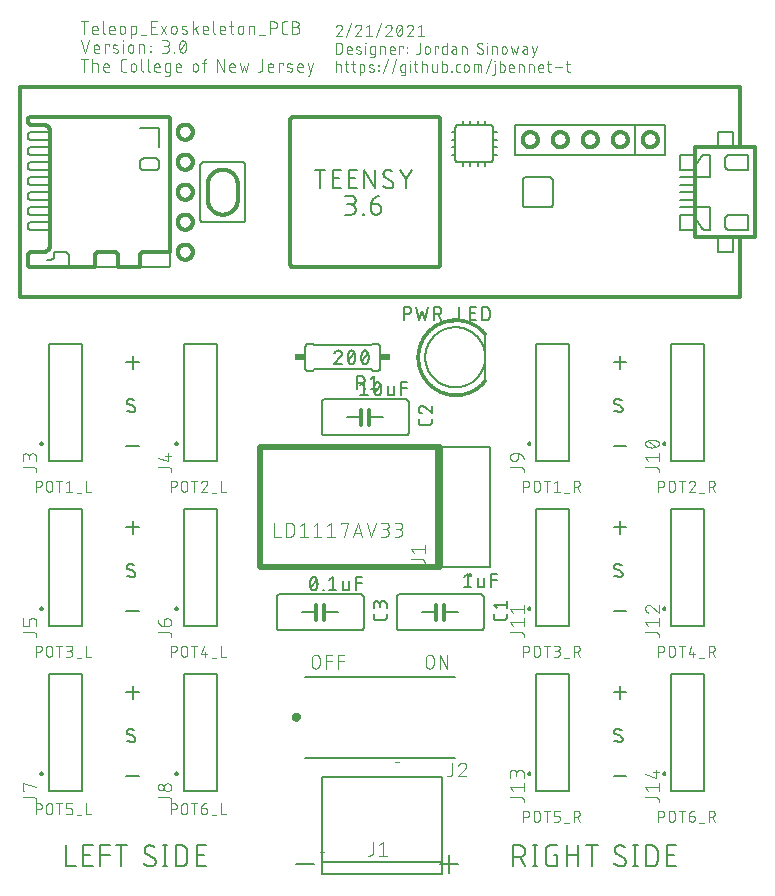
<source format=gbr>
G04 EAGLE Gerber RS-274X export*
G75*
%MOMM*%
%FSLAX34Y34*%
%LPD*%
%INSilkscreen Top*%
%IPPOS*%
%AMOC8*
5,1,8,0,0,1.08239X$1,22.5*%
G01*
%ADD10C,0.101600*%
%ADD11C,0.076200*%
%ADD12C,0.203200*%
%ADD13C,0.152400*%
%ADD14C,0.508000*%
%ADD15C,0.304800*%
%ADD16C,0.127000*%
%ADD17R,0.863600X0.609600*%
%ADD18C,0.025400*%
%ADD19C,0.300000*%
%ADD20C,0.200000*%
%ADD21C,0.000000*%


D10*
X66901Y540512D02*
X66901Y550926D01*
X64008Y550926D02*
X69794Y550926D01*
X75238Y540512D02*
X78130Y540512D01*
X75238Y540512D02*
X75155Y540514D01*
X75073Y540520D01*
X74991Y540530D01*
X74909Y540543D01*
X74829Y540561D01*
X74749Y540582D01*
X74670Y540607D01*
X74593Y540636D01*
X74517Y540669D01*
X74443Y540705D01*
X74370Y540745D01*
X74299Y540788D01*
X74231Y540834D01*
X74165Y540883D01*
X74101Y540936D01*
X74040Y540992D01*
X73982Y541050D01*
X73926Y541111D01*
X73873Y541175D01*
X73824Y541241D01*
X73778Y541309D01*
X73735Y541380D01*
X73695Y541453D01*
X73659Y541527D01*
X73626Y541603D01*
X73597Y541680D01*
X73572Y541759D01*
X73551Y541839D01*
X73533Y541919D01*
X73520Y542001D01*
X73510Y542083D01*
X73504Y542165D01*
X73502Y542248D01*
X73502Y545140D01*
X73504Y545234D01*
X73510Y545329D01*
X73519Y545423D01*
X73533Y545516D01*
X73550Y545609D01*
X73571Y545701D01*
X73596Y545792D01*
X73624Y545882D01*
X73656Y545971D01*
X73692Y546058D01*
X73731Y546144D01*
X73774Y546228D01*
X73820Y546311D01*
X73869Y546391D01*
X73922Y546469D01*
X73978Y546546D01*
X74037Y546619D01*
X74098Y546691D01*
X74163Y546759D01*
X74231Y546826D01*
X74301Y546889D01*
X74373Y546949D01*
X74448Y547007D01*
X74526Y547061D01*
X74605Y547112D01*
X74686Y547160D01*
X74770Y547204D01*
X74855Y547245D01*
X74941Y547282D01*
X75029Y547316D01*
X75119Y547347D01*
X75209Y547373D01*
X75301Y547396D01*
X75394Y547415D01*
X75487Y547430D01*
X75580Y547442D01*
X75674Y547450D01*
X75769Y547454D01*
X75863Y547454D01*
X75958Y547450D01*
X76052Y547442D01*
X76145Y547430D01*
X76238Y547415D01*
X76331Y547396D01*
X76423Y547373D01*
X76513Y547347D01*
X76603Y547316D01*
X76691Y547282D01*
X76777Y547245D01*
X76862Y547204D01*
X76946Y547160D01*
X77027Y547112D01*
X77106Y547061D01*
X77184Y547007D01*
X77259Y546949D01*
X77331Y546889D01*
X77401Y546826D01*
X77469Y546759D01*
X77534Y546691D01*
X77595Y546619D01*
X77654Y546546D01*
X77710Y546469D01*
X77763Y546391D01*
X77812Y546311D01*
X77858Y546228D01*
X77901Y546144D01*
X77940Y546058D01*
X77976Y545971D01*
X78008Y545882D01*
X78036Y545792D01*
X78061Y545701D01*
X78082Y545609D01*
X78099Y545516D01*
X78113Y545423D01*
X78122Y545329D01*
X78128Y545234D01*
X78130Y545140D01*
X78130Y543983D01*
X73502Y543983D01*
X82540Y542248D02*
X82540Y550926D01*
X82540Y542248D02*
X82542Y542165D01*
X82548Y542083D01*
X82558Y542001D01*
X82571Y541919D01*
X82589Y541839D01*
X82610Y541759D01*
X82635Y541680D01*
X82664Y541603D01*
X82697Y541527D01*
X82733Y541453D01*
X82773Y541380D01*
X82816Y541309D01*
X82862Y541241D01*
X82911Y541175D01*
X82964Y541111D01*
X83020Y541050D01*
X83078Y540992D01*
X83139Y540936D01*
X83203Y540883D01*
X83269Y540834D01*
X83337Y540788D01*
X83408Y540745D01*
X83481Y540705D01*
X83555Y540669D01*
X83631Y540636D01*
X83708Y540607D01*
X83787Y540582D01*
X83867Y540561D01*
X83947Y540543D01*
X84029Y540530D01*
X84111Y540520D01*
X84193Y540514D01*
X84276Y540512D01*
X89639Y540512D02*
X92532Y540512D01*
X89639Y540512D02*
X89556Y540514D01*
X89474Y540520D01*
X89392Y540530D01*
X89310Y540543D01*
X89230Y540561D01*
X89150Y540582D01*
X89071Y540607D01*
X88994Y540636D01*
X88918Y540669D01*
X88844Y540705D01*
X88771Y540745D01*
X88700Y540788D01*
X88632Y540834D01*
X88566Y540883D01*
X88502Y540936D01*
X88441Y540992D01*
X88383Y541050D01*
X88327Y541111D01*
X88274Y541175D01*
X88225Y541241D01*
X88179Y541309D01*
X88136Y541380D01*
X88096Y541453D01*
X88060Y541527D01*
X88027Y541603D01*
X87998Y541680D01*
X87973Y541759D01*
X87952Y541839D01*
X87934Y541919D01*
X87921Y542001D01*
X87911Y542083D01*
X87905Y542165D01*
X87903Y542248D01*
X87904Y542248D02*
X87904Y545140D01*
X87906Y545234D01*
X87912Y545329D01*
X87921Y545423D01*
X87935Y545516D01*
X87952Y545609D01*
X87973Y545701D01*
X87998Y545792D01*
X88026Y545882D01*
X88058Y545971D01*
X88094Y546058D01*
X88133Y546144D01*
X88176Y546228D01*
X88222Y546311D01*
X88271Y546391D01*
X88324Y546469D01*
X88380Y546546D01*
X88439Y546619D01*
X88500Y546691D01*
X88565Y546759D01*
X88633Y546826D01*
X88703Y546889D01*
X88775Y546949D01*
X88850Y547007D01*
X88928Y547061D01*
X89007Y547112D01*
X89088Y547160D01*
X89172Y547204D01*
X89257Y547245D01*
X89343Y547282D01*
X89431Y547316D01*
X89521Y547347D01*
X89611Y547373D01*
X89703Y547396D01*
X89796Y547415D01*
X89889Y547430D01*
X89982Y547442D01*
X90076Y547450D01*
X90171Y547454D01*
X90265Y547454D01*
X90360Y547450D01*
X90454Y547442D01*
X90547Y547430D01*
X90640Y547415D01*
X90733Y547396D01*
X90825Y547373D01*
X90915Y547347D01*
X91005Y547316D01*
X91093Y547282D01*
X91179Y547245D01*
X91264Y547204D01*
X91348Y547160D01*
X91429Y547112D01*
X91508Y547061D01*
X91586Y547007D01*
X91661Y546949D01*
X91733Y546889D01*
X91803Y546826D01*
X91871Y546759D01*
X91936Y546691D01*
X91997Y546619D01*
X92056Y546546D01*
X92112Y546469D01*
X92165Y546391D01*
X92214Y546311D01*
X92260Y546228D01*
X92303Y546144D01*
X92342Y546058D01*
X92378Y545971D01*
X92410Y545882D01*
X92438Y545792D01*
X92463Y545701D01*
X92484Y545609D01*
X92501Y545516D01*
X92515Y545423D01*
X92524Y545329D01*
X92530Y545234D01*
X92532Y545140D01*
X92532Y543983D01*
X87904Y543983D01*
X96819Y542826D02*
X96819Y545140D01*
X96821Y545234D01*
X96827Y545329D01*
X96836Y545423D01*
X96850Y545516D01*
X96867Y545609D01*
X96888Y545701D01*
X96913Y545792D01*
X96941Y545882D01*
X96973Y545971D01*
X97009Y546058D01*
X97048Y546144D01*
X97091Y546228D01*
X97137Y546311D01*
X97186Y546391D01*
X97239Y546469D01*
X97295Y546546D01*
X97354Y546619D01*
X97415Y546691D01*
X97480Y546759D01*
X97548Y546826D01*
X97618Y546889D01*
X97690Y546949D01*
X97765Y547007D01*
X97843Y547061D01*
X97922Y547112D01*
X98003Y547160D01*
X98087Y547204D01*
X98172Y547245D01*
X98258Y547282D01*
X98346Y547316D01*
X98436Y547347D01*
X98526Y547373D01*
X98618Y547396D01*
X98711Y547415D01*
X98804Y547430D01*
X98897Y547442D01*
X98991Y547450D01*
X99086Y547454D01*
X99180Y547454D01*
X99275Y547450D01*
X99369Y547442D01*
X99462Y547430D01*
X99555Y547415D01*
X99648Y547396D01*
X99740Y547373D01*
X99830Y547347D01*
X99920Y547316D01*
X100008Y547282D01*
X100094Y547245D01*
X100179Y547204D01*
X100263Y547160D01*
X100344Y547112D01*
X100423Y547061D01*
X100501Y547007D01*
X100576Y546949D01*
X100648Y546889D01*
X100718Y546826D01*
X100786Y546759D01*
X100851Y546691D01*
X100912Y546619D01*
X100971Y546546D01*
X101027Y546469D01*
X101080Y546391D01*
X101129Y546311D01*
X101175Y546228D01*
X101218Y546144D01*
X101257Y546058D01*
X101293Y545971D01*
X101325Y545882D01*
X101353Y545792D01*
X101378Y545701D01*
X101399Y545609D01*
X101416Y545516D01*
X101430Y545423D01*
X101439Y545329D01*
X101445Y545234D01*
X101447Y545140D01*
X101447Y542826D01*
X101445Y542732D01*
X101439Y542637D01*
X101430Y542543D01*
X101416Y542450D01*
X101399Y542357D01*
X101378Y542265D01*
X101353Y542174D01*
X101325Y542084D01*
X101293Y541995D01*
X101257Y541908D01*
X101218Y541822D01*
X101175Y541738D01*
X101129Y541655D01*
X101080Y541575D01*
X101027Y541497D01*
X100971Y541420D01*
X100912Y541347D01*
X100851Y541275D01*
X100786Y541207D01*
X100718Y541140D01*
X100648Y541077D01*
X100576Y541017D01*
X100501Y540959D01*
X100423Y540905D01*
X100344Y540854D01*
X100263Y540806D01*
X100179Y540762D01*
X100094Y540721D01*
X100008Y540684D01*
X99920Y540650D01*
X99830Y540619D01*
X99740Y540593D01*
X99648Y540570D01*
X99555Y540551D01*
X99462Y540536D01*
X99369Y540524D01*
X99275Y540516D01*
X99180Y540512D01*
X99086Y540512D01*
X98991Y540516D01*
X98897Y540524D01*
X98804Y540536D01*
X98711Y540551D01*
X98618Y540570D01*
X98526Y540593D01*
X98436Y540619D01*
X98346Y540650D01*
X98258Y540684D01*
X98172Y540721D01*
X98087Y540762D01*
X98003Y540806D01*
X97922Y540854D01*
X97843Y540905D01*
X97765Y540959D01*
X97690Y541017D01*
X97618Y541077D01*
X97548Y541140D01*
X97480Y541207D01*
X97415Y541275D01*
X97354Y541347D01*
X97295Y541420D01*
X97239Y541497D01*
X97186Y541575D01*
X97137Y541655D01*
X97091Y541738D01*
X97048Y541822D01*
X97009Y541908D01*
X96973Y541995D01*
X96941Y542084D01*
X96913Y542174D01*
X96888Y542265D01*
X96867Y542357D01*
X96850Y542450D01*
X96836Y542543D01*
X96827Y542637D01*
X96821Y542732D01*
X96819Y542826D01*
X106133Y547455D02*
X106133Y537041D01*
X106133Y547455D02*
X109026Y547455D01*
X109109Y547453D01*
X109191Y547447D01*
X109273Y547437D01*
X109355Y547424D01*
X109435Y547406D01*
X109515Y547385D01*
X109594Y547360D01*
X109671Y547331D01*
X109747Y547298D01*
X109821Y547262D01*
X109894Y547222D01*
X109965Y547179D01*
X110033Y547133D01*
X110099Y547084D01*
X110163Y547031D01*
X110224Y546975D01*
X110282Y546917D01*
X110338Y546856D01*
X110391Y546792D01*
X110440Y546726D01*
X110486Y546658D01*
X110529Y546587D01*
X110569Y546515D01*
X110605Y546440D01*
X110638Y546364D01*
X110667Y546287D01*
X110692Y546208D01*
X110713Y546128D01*
X110731Y546048D01*
X110744Y545966D01*
X110754Y545884D01*
X110760Y545802D01*
X110762Y545719D01*
X110762Y542248D01*
X110760Y542165D01*
X110754Y542083D01*
X110744Y542001D01*
X110731Y541919D01*
X110713Y541839D01*
X110692Y541759D01*
X110667Y541680D01*
X110638Y541603D01*
X110605Y541527D01*
X110569Y541453D01*
X110529Y541380D01*
X110486Y541309D01*
X110440Y541241D01*
X110391Y541175D01*
X110338Y541111D01*
X110282Y541050D01*
X110224Y540992D01*
X110163Y540936D01*
X110099Y540883D01*
X110033Y540834D01*
X109965Y540788D01*
X109894Y540745D01*
X109821Y540705D01*
X109747Y540669D01*
X109671Y540636D01*
X109594Y540607D01*
X109515Y540582D01*
X109435Y540561D01*
X109355Y540543D01*
X109273Y540530D01*
X109191Y540520D01*
X109109Y540514D01*
X109026Y540512D01*
X106133Y540512D01*
X114650Y539355D02*
X119278Y539355D01*
X123694Y540512D02*
X128322Y540512D01*
X123694Y540512D02*
X123694Y550926D01*
X128322Y550926D01*
X127165Y546298D02*
X123694Y546298D01*
X131795Y540512D02*
X136423Y547455D01*
X131795Y547455D02*
X136423Y540512D01*
X140367Y542826D02*
X140367Y545140D01*
X140369Y545234D01*
X140375Y545329D01*
X140384Y545423D01*
X140398Y545516D01*
X140415Y545609D01*
X140436Y545701D01*
X140461Y545792D01*
X140489Y545882D01*
X140521Y545971D01*
X140557Y546058D01*
X140596Y546144D01*
X140639Y546228D01*
X140685Y546311D01*
X140734Y546391D01*
X140787Y546469D01*
X140843Y546546D01*
X140902Y546619D01*
X140963Y546691D01*
X141028Y546759D01*
X141096Y546826D01*
X141166Y546889D01*
X141238Y546949D01*
X141313Y547007D01*
X141391Y547061D01*
X141470Y547112D01*
X141551Y547160D01*
X141635Y547204D01*
X141720Y547245D01*
X141806Y547282D01*
X141894Y547316D01*
X141984Y547347D01*
X142074Y547373D01*
X142166Y547396D01*
X142259Y547415D01*
X142352Y547430D01*
X142445Y547442D01*
X142539Y547450D01*
X142634Y547454D01*
X142728Y547454D01*
X142823Y547450D01*
X142917Y547442D01*
X143010Y547430D01*
X143103Y547415D01*
X143196Y547396D01*
X143288Y547373D01*
X143378Y547347D01*
X143468Y547316D01*
X143556Y547282D01*
X143642Y547245D01*
X143727Y547204D01*
X143811Y547160D01*
X143892Y547112D01*
X143971Y547061D01*
X144049Y547007D01*
X144124Y546949D01*
X144196Y546889D01*
X144266Y546826D01*
X144334Y546759D01*
X144399Y546691D01*
X144460Y546619D01*
X144519Y546546D01*
X144575Y546469D01*
X144628Y546391D01*
X144677Y546311D01*
X144723Y546228D01*
X144766Y546144D01*
X144805Y546058D01*
X144841Y545971D01*
X144873Y545882D01*
X144901Y545792D01*
X144926Y545701D01*
X144947Y545609D01*
X144964Y545516D01*
X144978Y545423D01*
X144987Y545329D01*
X144993Y545234D01*
X144995Y545140D01*
X144996Y545140D02*
X144996Y542826D01*
X144995Y542826D02*
X144993Y542732D01*
X144987Y542637D01*
X144978Y542543D01*
X144964Y542450D01*
X144947Y542357D01*
X144926Y542265D01*
X144901Y542174D01*
X144873Y542084D01*
X144841Y541995D01*
X144805Y541908D01*
X144766Y541822D01*
X144723Y541738D01*
X144677Y541655D01*
X144628Y541575D01*
X144575Y541497D01*
X144519Y541420D01*
X144460Y541347D01*
X144399Y541275D01*
X144334Y541207D01*
X144266Y541140D01*
X144196Y541077D01*
X144124Y541017D01*
X144049Y540959D01*
X143971Y540905D01*
X143892Y540854D01*
X143811Y540806D01*
X143727Y540762D01*
X143642Y540721D01*
X143556Y540684D01*
X143468Y540650D01*
X143378Y540619D01*
X143288Y540593D01*
X143196Y540570D01*
X143103Y540551D01*
X143010Y540536D01*
X142917Y540524D01*
X142823Y540516D01*
X142728Y540512D01*
X142634Y540512D01*
X142539Y540516D01*
X142445Y540524D01*
X142352Y540536D01*
X142259Y540551D01*
X142166Y540570D01*
X142074Y540593D01*
X141984Y540619D01*
X141894Y540650D01*
X141806Y540684D01*
X141720Y540721D01*
X141635Y540762D01*
X141551Y540806D01*
X141470Y540854D01*
X141391Y540905D01*
X141313Y540959D01*
X141238Y541017D01*
X141166Y541077D01*
X141096Y541140D01*
X141028Y541207D01*
X140963Y541275D01*
X140902Y541347D01*
X140843Y541420D01*
X140787Y541497D01*
X140734Y541575D01*
X140685Y541655D01*
X140639Y541738D01*
X140596Y541822D01*
X140557Y541908D01*
X140521Y541995D01*
X140489Y542084D01*
X140461Y542174D01*
X140436Y542265D01*
X140415Y542357D01*
X140398Y542450D01*
X140384Y542543D01*
X140375Y542637D01*
X140369Y542732D01*
X140367Y542826D01*
X150150Y544562D02*
X153043Y543405D01*
X150150Y544562D02*
X150079Y544593D01*
X150010Y544627D01*
X149943Y544664D01*
X149877Y544705D01*
X149814Y544750D01*
X149753Y544797D01*
X149695Y544848D01*
X149640Y544901D01*
X149587Y544957D01*
X149537Y545016D01*
X149490Y545077D01*
X149447Y545141D01*
X149407Y545207D01*
X149370Y545275D01*
X149337Y545344D01*
X149307Y545415D01*
X149282Y545488D01*
X149259Y545562D01*
X149241Y545637D01*
X149227Y545713D01*
X149216Y545789D01*
X149210Y545866D01*
X149207Y545943D01*
X149208Y546020D01*
X149214Y546097D01*
X149223Y546173D01*
X149236Y546249D01*
X149253Y546324D01*
X149274Y546399D01*
X149299Y546472D01*
X149327Y546543D01*
X149359Y546613D01*
X149395Y546682D01*
X149434Y546748D01*
X149476Y546813D01*
X149522Y546875D01*
X149571Y546934D01*
X149623Y546991D01*
X149677Y547046D01*
X149735Y547097D01*
X149795Y547146D01*
X149857Y547191D01*
X149922Y547233D01*
X149988Y547272D01*
X150057Y547307D01*
X150127Y547338D01*
X150199Y547366D01*
X150272Y547391D01*
X150347Y547411D01*
X150422Y547428D01*
X150498Y547440D01*
X150574Y547449D01*
X150651Y547454D01*
X150728Y547455D01*
X150729Y547454D02*
X150887Y547450D01*
X151045Y547442D01*
X151202Y547430D01*
X151359Y547415D01*
X151516Y547396D01*
X151672Y547373D01*
X151828Y547346D01*
X151983Y547315D01*
X152137Y547281D01*
X152291Y547243D01*
X152443Y547201D01*
X152594Y547156D01*
X152745Y547107D01*
X152894Y547055D01*
X153041Y546999D01*
X153187Y546939D01*
X153332Y546876D01*
X153043Y543405D02*
X153114Y543374D01*
X153183Y543340D01*
X153250Y543303D01*
X153316Y543262D01*
X153379Y543217D01*
X153440Y543170D01*
X153498Y543119D01*
X153553Y543066D01*
X153606Y543010D01*
X153656Y542951D01*
X153703Y542890D01*
X153746Y542826D01*
X153786Y542760D01*
X153823Y542692D01*
X153856Y542623D01*
X153886Y542552D01*
X153911Y542479D01*
X153934Y542405D01*
X153952Y542330D01*
X153966Y542254D01*
X153977Y542178D01*
X153983Y542101D01*
X153986Y542024D01*
X153985Y541947D01*
X153979Y541870D01*
X153970Y541794D01*
X153957Y541718D01*
X153940Y541643D01*
X153919Y541568D01*
X153894Y541495D01*
X153866Y541424D01*
X153834Y541354D01*
X153798Y541285D01*
X153759Y541219D01*
X153717Y541154D01*
X153671Y541092D01*
X153622Y541033D01*
X153570Y540976D01*
X153516Y540921D01*
X153458Y540870D01*
X153398Y540821D01*
X153336Y540776D01*
X153271Y540734D01*
X153205Y540695D01*
X153136Y540660D01*
X153066Y540629D01*
X152994Y540601D01*
X152921Y540576D01*
X152846Y540556D01*
X152771Y540539D01*
X152695Y540527D01*
X152619Y540518D01*
X152542Y540513D01*
X152465Y540512D01*
X152233Y540518D01*
X152001Y540530D01*
X151770Y540547D01*
X151539Y540569D01*
X151308Y540597D01*
X151078Y540630D01*
X150850Y540669D01*
X150622Y540713D01*
X150395Y540763D01*
X150170Y540818D01*
X149946Y540878D01*
X149723Y540944D01*
X149502Y541015D01*
X149283Y541091D01*
X158669Y540512D02*
X158669Y550926D01*
X163298Y547455D02*
X158669Y543983D01*
X160694Y545430D02*
X163298Y540512D01*
X168849Y540512D02*
X171742Y540512D01*
X168849Y540512D02*
X168766Y540514D01*
X168684Y540520D01*
X168602Y540530D01*
X168520Y540543D01*
X168440Y540561D01*
X168360Y540582D01*
X168281Y540607D01*
X168204Y540636D01*
X168128Y540669D01*
X168054Y540705D01*
X167981Y540745D01*
X167910Y540788D01*
X167842Y540834D01*
X167776Y540883D01*
X167712Y540936D01*
X167651Y540992D01*
X167593Y541050D01*
X167537Y541111D01*
X167484Y541175D01*
X167435Y541241D01*
X167389Y541309D01*
X167346Y541380D01*
X167306Y541453D01*
X167270Y541527D01*
X167237Y541603D01*
X167208Y541680D01*
X167183Y541759D01*
X167162Y541839D01*
X167144Y541919D01*
X167131Y542001D01*
X167121Y542083D01*
X167115Y542165D01*
X167113Y542248D01*
X167113Y545140D01*
X167115Y545234D01*
X167121Y545329D01*
X167130Y545423D01*
X167144Y545516D01*
X167161Y545609D01*
X167182Y545701D01*
X167207Y545792D01*
X167235Y545882D01*
X167267Y545971D01*
X167303Y546058D01*
X167342Y546144D01*
X167385Y546228D01*
X167431Y546311D01*
X167480Y546391D01*
X167533Y546469D01*
X167589Y546546D01*
X167648Y546619D01*
X167709Y546691D01*
X167774Y546759D01*
X167842Y546826D01*
X167912Y546889D01*
X167984Y546949D01*
X168059Y547007D01*
X168137Y547061D01*
X168216Y547112D01*
X168297Y547160D01*
X168381Y547204D01*
X168466Y547245D01*
X168552Y547282D01*
X168640Y547316D01*
X168730Y547347D01*
X168820Y547373D01*
X168912Y547396D01*
X169005Y547415D01*
X169098Y547430D01*
X169191Y547442D01*
X169285Y547450D01*
X169380Y547454D01*
X169474Y547454D01*
X169569Y547450D01*
X169663Y547442D01*
X169756Y547430D01*
X169849Y547415D01*
X169942Y547396D01*
X170034Y547373D01*
X170124Y547347D01*
X170214Y547316D01*
X170302Y547282D01*
X170388Y547245D01*
X170473Y547204D01*
X170557Y547160D01*
X170638Y547112D01*
X170717Y547061D01*
X170795Y547007D01*
X170870Y546949D01*
X170942Y546889D01*
X171012Y546826D01*
X171080Y546759D01*
X171145Y546691D01*
X171206Y546619D01*
X171265Y546546D01*
X171321Y546469D01*
X171374Y546391D01*
X171423Y546311D01*
X171469Y546228D01*
X171512Y546144D01*
X171551Y546058D01*
X171587Y545971D01*
X171619Y545882D01*
X171647Y545792D01*
X171672Y545701D01*
X171693Y545609D01*
X171710Y545516D01*
X171724Y545423D01*
X171733Y545329D01*
X171739Y545234D01*
X171741Y545140D01*
X171742Y545140D02*
X171742Y543983D01*
X167113Y543983D01*
X176152Y542248D02*
X176152Y550926D01*
X176151Y542248D02*
X176153Y542165D01*
X176159Y542083D01*
X176169Y542001D01*
X176182Y541919D01*
X176200Y541839D01*
X176221Y541759D01*
X176246Y541680D01*
X176275Y541603D01*
X176308Y541527D01*
X176344Y541453D01*
X176384Y541380D01*
X176427Y541309D01*
X176473Y541241D01*
X176522Y541175D01*
X176575Y541111D01*
X176631Y541050D01*
X176689Y540992D01*
X176750Y540936D01*
X176814Y540883D01*
X176880Y540834D01*
X176948Y540788D01*
X177019Y540745D01*
X177092Y540705D01*
X177166Y540669D01*
X177242Y540636D01*
X177319Y540607D01*
X177398Y540582D01*
X177478Y540561D01*
X177558Y540543D01*
X177640Y540530D01*
X177722Y540520D01*
X177804Y540514D01*
X177887Y540512D01*
X183251Y540512D02*
X186143Y540512D01*
X183251Y540512D02*
X183168Y540514D01*
X183086Y540520D01*
X183004Y540530D01*
X182922Y540543D01*
X182842Y540561D01*
X182762Y540582D01*
X182683Y540607D01*
X182606Y540636D01*
X182530Y540669D01*
X182456Y540705D01*
X182383Y540745D01*
X182312Y540788D01*
X182244Y540834D01*
X182178Y540883D01*
X182114Y540936D01*
X182053Y540992D01*
X181995Y541050D01*
X181939Y541111D01*
X181886Y541175D01*
X181837Y541241D01*
X181791Y541309D01*
X181748Y541380D01*
X181708Y541453D01*
X181672Y541527D01*
X181639Y541603D01*
X181610Y541680D01*
X181585Y541759D01*
X181564Y541839D01*
X181546Y541919D01*
X181533Y542001D01*
X181523Y542083D01*
X181517Y542165D01*
X181515Y542248D01*
X181515Y545140D01*
X181517Y545234D01*
X181523Y545329D01*
X181532Y545423D01*
X181546Y545516D01*
X181563Y545609D01*
X181584Y545701D01*
X181609Y545792D01*
X181637Y545882D01*
X181669Y545971D01*
X181705Y546058D01*
X181744Y546144D01*
X181787Y546228D01*
X181833Y546311D01*
X181882Y546391D01*
X181935Y546469D01*
X181991Y546546D01*
X182050Y546619D01*
X182111Y546691D01*
X182176Y546759D01*
X182244Y546826D01*
X182314Y546889D01*
X182386Y546949D01*
X182461Y547007D01*
X182539Y547061D01*
X182618Y547112D01*
X182699Y547160D01*
X182783Y547204D01*
X182868Y547245D01*
X182954Y547282D01*
X183042Y547316D01*
X183132Y547347D01*
X183222Y547373D01*
X183314Y547396D01*
X183407Y547415D01*
X183500Y547430D01*
X183593Y547442D01*
X183687Y547450D01*
X183782Y547454D01*
X183876Y547454D01*
X183971Y547450D01*
X184065Y547442D01*
X184158Y547430D01*
X184251Y547415D01*
X184344Y547396D01*
X184436Y547373D01*
X184526Y547347D01*
X184616Y547316D01*
X184704Y547282D01*
X184790Y547245D01*
X184875Y547204D01*
X184959Y547160D01*
X185040Y547112D01*
X185119Y547061D01*
X185197Y547007D01*
X185272Y546949D01*
X185344Y546889D01*
X185414Y546826D01*
X185482Y546759D01*
X185547Y546691D01*
X185608Y546619D01*
X185667Y546546D01*
X185723Y546469D01*
X185776Y546391D01*
X185825Y546311D01*
X185871Y546228D01*
X185914Y546144D01*
X185953Y546058D01*
X185989Y545971D01*
X186021Y545882D01*
X186049Y545792D01*
X186074Y545701D01*
X186095Y545609D01*
X186112Y545516D01*
X186126Y545423D01*
X186135Y545329D01*
X186141Y545234D01*
X186143Y545140D01*
X186143Y543983D01*
X181515Y543983D01*
X189549Y547455D02*
X193021Y547455D01*
X190707Y550926D02*
X190707Y542248D01*
X190706Y542248D02*
X190708Y542165D01*
X190714Y542083D01*
X190724Y542001D01*
X190737Y541919D01*
X190755Y541839D01*
X190776Y541759D01*
X190801Y541680D01*
X190830Y541603D01*
X190863Y541527D01*
X190899Y541453D01*
X190939Y541380D01*
X190982Y541309D01*
X191028Y541241D01*
X191077Y541175D01*
X191130Y541111D01*
X191186Y541050D01*
X191244Y540992D01*
X191305Y540936D01*
X191369Y540883D01*
X191435Y540834D01*
X191503Y540788D01*
X191574Y540745D01*
X191647Y540705D01*
X191721Y540669D01*
X191797Y540636D01*
X191874Y540607D01*
X191953Y540582D01*
X192033Y540561D01*
X192113Y540543D01*
X192195Y540530D01*
X192277Y540520D01*
X192359Y540514D01*
X192442Y540512D01*
X193021Y540512D01*
X196945Y542826D02*
X196945Y545140D01*
X196946Y545140D02*
X196948Y545234D01*
X196954Y545329D01*
X196963Y545423D01*
X196977Y545516D01*
X196994Y545609D01*
X197015Y545701D01*
X197040Y545792D01*
X197068Y545882D01*
X197100Y545971D01*
X197136Y546058D01*
X197175Y546144D01*
X197218Y546228D01*
X197264Y546311D01*
X197313Y546391D01*
X197366Y546469D01*
X197422Y546546D01*
X197481Y546619D01*
X197542Y546691D01*
X197607Y546759D01*
X197675Y546826D01*
X197745Y546889D01*
X197817Y546949D01*
X197892Y547007D01*
X197970Y547061D01*
X198049Y547112D01*
X198130Y547160D01*
X198214Y547204D01*
X198299Y547245D01*
X198385Y547282D01*
X198473Y547316D01*
X198563Y547347D01*
X198653Y547373D01*
X198745Y547396D01*
X198838Y547415D01*
X198931Y547430D01*
X199024Y547442D01*
X199118Y547450D01*
X199213Y547454D01*
X199307Y547454D01*
X199402Y547450D01*
X199496Y547442D01*
X199589Y547430D01*
X199682Y547415D01*
X199775Y547396D01*
X199867Y547373D01*
X199957Y547347D01*
X200047Y547316D01*
X200135Y547282D01*
X200221Y547245D01*
X200306Y547204D01*
X200390Y547160D01*
X200471Y547112D01*
X200550Y547061D01*
X200628Y547007D01*
X200703Y546949D01*
X200775Y546889D01*
X200845Y546826D01*
X200913Y546759D01*
X200978Y546691D01*
X201039Y546619D01*
X201098Y546546D01*
X201154Y546469D01*
X201207Y546391D01*
X201256Y546311D01*
X201302Y546228D01*
X201345Y546144D01*
X201384Y546058D01*
X201420Y545971D01*
X201452Y545882D01*
X201480Y545792D01*
X201505Y545701D01*
X201526Y545609D01*
X201543Y545516D01*
X201557Y545423D01*
X201566Y545329D01*
X201572Y545234D01*
X201574Y545140D01*
X201574Y542826D01*
X201572Y542732D01*
X201566Y542637D01*
X201557Y542543D01*
X201543Y542450D01*
X201526Y542357D01*
X201505Y542265D01*
X201480Y542174D01*
X201452Y542084D01*
X201420Y541995D01*
X201384Y541908D01*
X201345Y541822D01*
X201302Y541738D01*
X201256Y541655D01*
X201207Y541575D01*
X201154Y541497D01*
X201098Y541420D01*
X201039Y541347D01*
X200978Y541275D01*
X200913Y541207D01*
X200845Y541140D01*
X200775Y541077D01*
X200703Y541017D01*
X200628Y540959D01*
X200550Y540905D01*
X200471Y540854D01*
X200390Y540806D01*
X200306Y540762D01*
X200221Y540721D01*
X200135Y540684D01*
X200047Y540650D01*
X199957Y540619D01*
X199867Y540593D01*
X199775Y540570D01*
X199682Y540551D01*
X199589Y540536D01*
X199496Y540524D01*
X199402Y540516D01*
X199307Y540512D01*
X199213Y540512D01*
X199118Y540516D01*
X199024Y540524D01*
X198931Y540536D01*
X198838Y540551D01*
X198745Y540570D01*
X198653Y540593D01*
X198563Y540619D01*
X198473Y540650D01*
X198385Y540684D01*
X198299Y540721D01*
X198214Y540762D01*
X198130Y540806D01*
X198049Y540854D01*
X197970Y540905D01*
X197892Y540959D01*
X197817Y541017D01*
X197745Y541077D01*
X197675Y541140D01*
X197607Y541207D01*
X197542Y541275D01*
X197481Y541347D01*
X197422Y541420D01*
X197366Y541497D01*
X197313Y541575D01*
X197264Y541655D01*
X197218Y541738D01*
X197175Y541822D01*
X197136Y541908D01*
X197100Y541995D01*
X197068Y542084D01*
X197040Y542174D01*
X197015Y542265D01*
X196994Y542357D01*
X196977Y542450D01*
X196963Y542543D01*
X196954Y542637D01*
X196948Y542732D01*
X196946Y542826D01*
X206204Y540512D02*
X206204Y547455D01*
X209096Y547455D01*
X209179Y547453D01*
X209261Y547447D01*
X209343Y547437D01*
X209425Y547424D01*
X209505Y547406D01*
X209585Y547385D01*
X209664Y547360D01*
X209741Y547331D01*
X209817Y547298D01*
X209891Y547262D01*
X209964Y547222D01*
X210035Y547179D01*
X210103Y547133D01*
X210169Y547084D01*
X210233Y547031D01*
X210294Y546975D01*
X210352Y546917D01*
X210408Y546856D01*
X210461Y546792D01*
X210510Y546726D01*
X210556Y546658D01*
X210599Y546587D01*
X210639Y546515D01*
X210675Y546440D01*
X210708Y546364D01*
X210737Y546287D01*
X210762Y546208D01*
X210783Y546128D01*
X210801Y546048D01*
X210814Y545966D01*
X210824Y545884D01*
X210830Y545802D01*
X210832Y545719D01*
X210832Y540512D01*
X215119Y539355D02*
X219747Y539355D01*
X224302Y540512D02*
X224302Y550926D01*
X227195Y550926D01*
X227302Y550924D01*
X227409Y550918D01*
X227515Y550908D01*
X227621Y550894D01*
X227727Y550877D01*
X227831Y550855D01*
X227935Y550830D01*
X228038Y550800D01*
X228140Y550767D01*
X228240Y550731D01*
X228339Y550690D01*
X228436Y550646D01*
X228532Y550598D01*
X228626Y550547D01*
X228718Y550493D01*
X228808Y550435D01*
X228895Y550373D01*
X228981Y550309D01*
X229064Y550242D01*
X229144Y550171D01*
X229222Y550097D01*
X229297Y550021D01*
X229369Y549942D01*
X229438Y549861D01*
X229504Y549776D01*
X229567Y549690D01*
X229626Y549601D01*
X229682Y549510D01*
X229735Y549417D01*
X229785Y549323D01*
X229831Y549226D01*
X229873Y549128D01*
X229911Y549028D01*
X229946Y548927D01*
X229978Y548825D01*
X230005Y548721D01*
X230028Y548617D01*
X230048Y548512D01*
X230064Y548406D01*
X230076Y548300D01*
X230084Y548193D01*
X230088Y548086D01*
X230088Y547980D01*
X230084Y547873D01*
X230076Y547766D01*
X230064Y547660D01*
X230048Y547554D01*
X230028Y547449D01*
X230005Y547345D01*
X229978Y547241D01*
X229946Y547139D01*
X229911Y547038D01*
X229873Y546938D01*
X229831Y546840D01*
X229785Y546743D01*
X229735Y546649D01*
X229682Y546556D01*
X229626Y546465D01*
X229567Y546376D01*
X229504Y546290D01*
X229438Y546205D01*
X229369Y546124D01*
X229297Y546045D01*
X229222Y545969D01*
X229144Y545895D01*
X229064Y545824D01*
X228981Y545757D01*
X228895Y545693D01*
X228808Y545631D01*
X228718Y545573D01*
X228626Y545519D01*
X228532Y545468D01*
X228436Y545420D01*
X228339Y545376D01*
X228240Y545335D01*
X228140Y545299D01*
X228038Y545266D01*
X227935Y545236D01*
X227831Y545211D01*
X227727Y545189D01*
X227621Y545172D01*
X227515Y545158D01*
X227409Y545148D01*
X227302Y545142D01*
X227195Y545140D01*
X224302Y545140D01*
X236368Y540512D02*
X238682Y540512D01*
X236368Y540512D02*
X236275Y540514D01*
X236182Y540520D01*
X236089Y540529D01*
X235997Y540542D01*
X235905Y540559D01*
X235814Y540579D01*
X235724Y540603D01*
X235635Y540631D01*
X235547Y540662D01*
X235461Y540697D01*
X235376Y540735D01*
X235293Y540777D01*
X235211Y540822D01*
X235131Y540870D01*
X235053Y540922D01*
X234978Y540976D01*
X234905Y541034D01*
X234834Y541094D01*
X234765Y541157D01*
X234699Y541223D01*
X234636Y541292D01*
X234576Y541363D01*
X234518Y541436D01*
X234464Y541511D01*
X234412Y541589D01*
X234364Y541669D01*
X234319Y541751D01*
X234277Y541834D01*
X234239Y541919D01*
X234204Y542005D01*
X234173Y542093D01*
X234145Y542182D01*
X234121Y542272D01*
X234101Y542363D01*
X234084Y542455D01*
X234071Y542547D01*
X234062Y542640D01*
X234056Y542733D01*
X234054Y542826D01*
X234054Y548612D01*
X234056Y548708D01*
X234062Y548803D01*
X234072Y548898D01*
X234086Y548993D01*
X234103Y549087D01*
X234125Y549180D01*
X234150Y549272D01*
X234179Y549363D01*
X234212Y549453D01*
X234249Y549542D01*
X234289Y549628D01*
X234333Y549713D01*
X234380Y549796D01*
X234431Y549878D01*
X234485Y549957D01*
X234542Y550033D01*
X234602Y550108D01*
X234666Y550179D01*
X234732Y550248D01*
X234801Y550314D01*
X234872Y550378D01*
X234947Y550438D01*
X235023Y550495D01*
X235102Y550549D01*
X235183Y550600D01*
X235267Y550647D01*
X235352Y550691D01*
X235438Y550731D01*
X235527Y550768D01*
X235617Y550801D01*
X235708Y550830D01*
X235800Y550855D01*
X235893Y550877D01*
X235987Y550894D01*
X236082Y550908D01*
X236177Y550918D01*
X236272Y550924D01*
X236368Y550926D01*
X238682Y550926D01*
X243162Y546298D02*
X246055Y546298D01*
X246162Y546296D01*
X246269Y546290D01*
X246375Y546280D01*
X246481Y546266D01*
X246587Y546249D01*
X246691Y546227D01*
X246795Y546202D01*
X246898Y546172D01*
X247000Y546139D01*
X247100Y546103D01*
X247199Y546062D01*
X247296Y546018D01*
X247392Y545970D01*
X247486Y545919D01*
X247578Y545865D01*
X247668Y545807D01*
X247755Y545745D01*
X247841Y545681D01*
X247924Y545614D01*
X248004Y545543D01*
X248082Y545469D01*
X248157Y545393D01*
X248229Y545314D01*
X248298Y545233D01*
X248364Y545148D01*
X248427Y545062D01*
X248486Y544973D01*
X248542Y544882D01*
X248595Y544789D01*
X248645Y544695D01*
X248691Y544598D01*
X248733Y544500D01*
X248771Y544400D01*
X248806Y544299D01*
X248838Y544197D01*
X248865Y544093D01*
X248888Y543989D01*
X248908Y543884D01*
X248924Y543778D01*
X248936Y543672D01*
X248944Y543565D01*
X248948Y543458D01*
X248948Y543352D01*
X248944Y543245D01*
X248936Y543138D01*
X248924Y543032D01*
X248908Y542926D01*
X248888Y542821D01*
X248865Y542717D01*
X248838Y542613D01*
X248806Y542511D01*
X248771Y542410D01*
X248733Y542310D01*
X248691Y542212D01*
X248645Y542115D01*
X248595Y542021D01*
X248542Y541928D01*
X248486Y541837D01*
X248427Y541748D01*
X248364Y541662D01*
X248298Y541577D01*
X248229Y541496D01*
X248157Y541417D01*
X248082Y541341D01*
X248004Y541267D01*
X247924Y541196D01*
X247841Y541129D01*
X247755Y541065D01*
X247668Y541003D01*
X247578Y540945D01*
X247486Y540891D01*
X247392Y540840D01*
X247296Y540792D01*
X247199Y540748D01*
X247100Y540707D01*
X247000Y540671D01*
X246898Y540638D01*
X246795Y540608D01*
X246691Y540583D01*
X246587Y540561D01*
X246481Y540544D01*
X246375Y540530D01*
X246269Y540520D01*
X246162Y540514D01*
X246055Y540512D01*
X243162Y540512D01*
X243162Y550926D01*
X246055Y550926D01*
X246149Y550924D01*
X246244Y550918D01*
X246338Y550909D01*
X246431Y550895D01*
X246524Y550878D01*
X246616Y550857D01*
X246707Y550832D01*
X246797Y550804D01*
X246886Y550772D01*
X246973Y550736D01*
X247059Y550697D01*
X247143Y550654D01*
X247226Y550608D01*
X247306Y550559D01*
X247384Y550506D01*
X247461Y550450D01*
X247534Y550391D01*
X247606Y550330D01*
X247674Y550265D01*
X247741Y550197D01*
X247804Y550127D01*
X247864Y550055D01*
X247922Y549980D01*
X247976Y549902D01*
X248027Y549823D01*
X248075Y549742D01*
X248119Y549658D01*
X248160Y549573D01*
X248197Y549487D01*
X248231Y549399D01*
X248262Y549309D01*
X248288Y549219D01*
X248311Y549127D01*
X248330Y549034D01*
X248345Y548941D01*
X248357Y548848D01*
X248365Y548754D01*
X248369Y548659D01*
X248369Y548565D01*
X248365Y548470D01*
X248357Y548376D01*
X248345Y548283D01*
X248330Y548190D01*
X248311Y548097D01*
X248288Y548005D01*
X248262Y547915D01*
X248231Y547825D01*
X248197Y547737D01*
X248160Y547651D01*
X248119Y547566D01*
X248075Y547482D01*
X248027Y547401D01*
X247976Y547322D01*
X247922Y547244D01*
X247864Y547169D01*
X247804Y547097D01*
X247741Y547027D01*
X247674Y546959D01*
X247606Y546894D01*
X247534Y546833D01*
X247461Y546774D01*
X247384Y546718D01*
X247306Y546665D01*
X247226Y546616D01*
X247143Y546570D01*
X247059Y546527D01*
X246973Y546488D01*
X246886Y546452D01*
X246797Y546420D01*
X246707Y546392D01*
X246616Y546367D01*
X246524Y546346D01*
X246431Y546329D01*
X246338Y546315D01*
X246244Y546306D01*
X246149Y546300D01*
X246055Y546298D01*
X67479Y524510D02*
X64008Y534924D01*
X70951Y534924D02*
X67479Y524510D01*
X76502Y524510D02*
X79395Y524510D01*
X76502Y524510D02*
X76419Y524512D01*
X76337Y524518D01*
X76255Y524528D01*
X76173Y524541D01*
X76093Y524559D01*
X76013Y524580D01*
X75934Y524605D01*
X75857Y524634D01*
X75781Y524667D01*
X75707Y524703D01*
X75634Y524743D01*
X75563Y524786D01*
X75495Y524832D01*
X75429Y524881D01*
X75365Y524934D01*
X75304Y524990D01*
X75246Y525048D01*
X75190Y525109D01*
X75137Y525173D01*
X75088Y525239D01*
X75042Y525307D01*
X74999Y525378D01*
X74959Y525451D01*
X74923Y525525D01*
X74890Y525601D01*
X74861Y525678D01*
X74836Y525757D01*
X74815Y525837D01*
X74797Y525917D01*
X74784Y525999D01*
X74774Y526081D01*
X74768Y526163D01*
X74766Y526246D01*
X74766Y529138D01*
X74767Y529138D02*
X74769Y529232D01*
X74775Y529327D01*
X74784Y529421D01*
X74798Y529514D01*
X74815Y529607D01*
X74836Y529699D01*
X74861Y529790D01*
X74889Y529880D01*
X74921Y529969D01*
X74957Y530056D01*
X74996Y530142D01*
X75039Y530226D01*
X75085Y530309D01*
X75134Y530389D01*
X75187Y530467D01*
X75243Y530544D01*
X75302Y530617D01*
X75363Y530689D01*
X75428Y530757D01*
X75496Y530824D01*
X75566Y530887D01*
X75638Y530947D01*
X75713Y531005D01*
X75791Y531059D01*
X75870Y531110D01*
X75951Y531158D01*
X76035Y531202D01*
X76120Y531243D01*
X76206Y531280D01*
X76294Y531314D01*
X76384Y531345D01*
X76474Y531371D01*
X76566Y531394D01*
X76659Y531413D01*
X76752Y531428D01*
X76845Y531440D01*
X76939Y531448D01*
X77034Y531452D01*
X77128Y531452D01*
X77223Y531448D01*
X77317Y531440D01*
X77410Y531428D01*
X77503Y531413D01*
X77596Y531394D01*
X77688Y531371D01*
X77778Y531345D01*
X77868Y531314D01*
X77956Y531280D01*
X78042Y531243D01*
X78127Y531202D01*
X78211Y531158D01*
X78292Y531110D01*
X78371Y531059D01*
X78449Y531005D01*
X78524Y530947D01*
X78596Y530887D01*
X78666Y530824D01*
X78734Y530757D01*
X78799Y530689D01*
X78860Y530617D01*
X78919Y530544D01*
X78975Y530467D01*
X79028Y530389D01*
X79077Y530309D01*
X79123Y530226D01*
X79166Y530142D01*
X79205Y530056D01*
X79241Y529969D01*
X79273Y529880D01*
X79301Y529790D01*
X79326Y529699D01*
X79347Y529607D01*
X79364Y529514D01*
X79378Y529421D01*
X79387Y529327D01*
X79393Y529232D01*
X79395Y529138D01*
X79395Y527981D01*
X74766Y527981D01*
X84088Y524510D02*
X84088Y531453D01*
X87559Y531453D01*
X87559Y530296D01*
X91750Y528560D02*
X94643Y527403D01*
X91750Y528560D02*
X91679Y528591D01*
X91610Y528625D01*
X91543Y528662D01*
X91477Y528703D01*
X91414Y528748D01*
X91353Y528795D01*
X91295Y528846D01*
X91240Y528899D01*
X91187Y528955D01*
X91137Y529014D01*
X91090Y529075D01*
X91047Y529139D01*
X91007Y529205D01*
X90970Y529273D01*
X90937Y529342D01*
X90907Y529413D01*
X90882Y529486D01*
X90859Y529560D01*
X90841Y529635D01*
X90827Y529711D01*
X90816Y529787D01*
X90810Y529864D01*
X90807Y529941D01*
X90808Y530018D01*
X90814Y530095D01*
X90823Y530171D01*
X90836Y530247D01*
X90853Y530322D01*
X90874Y530397D01*
X90899Y530470D01*
X90927Y530541D01*
X90959Y530611D01*
X90995Y530680D01*
X91034Y530746D01*
X91076Y530811D01*
X91122Y530873D01*
X91171Y530932D01*
X91223Y530989D01*
X91277Y531044D01*
X91335Y531095D01*
X91395Y531144D01*
X91457Y531189D01*
X91522Y531231D01*
X91588Y531270D01*
X91657Y531305D01*
X91727Y531336D01*
X91799Y531364D01*
X91872Y531389D01*
X91947Y531409D01*
X92022Y531426D01*
X92098Y531438D01*
X92174Y531447D01*
X92251Y531452D01*
X92328Y531453D01*
X92329Y531452D02*
X92487Y531448D01*
X92645Y531440D01*
X92802Y531428D01*
X92959Y531413D01*
X93116Y531394D01*
X93272Y531371D01*
X93428Y531344D01*
X93583Y531313D01*
X93737Y531279D01*
X93891Y531241D01*
X94043Y531199D01*
X94194Y531154D01*
X94345Y531105D01*
X94494Y531053D01*
X94641Y530997D01*
X94787Y530937D01*
X94932Y530874D01*
X94643Y527403D02*
X94714Y527372D01*
X94783Y527338D01*
X94850Y527301D01*
X94916Y527260D01*
X94979Y527215D01*
X95040Y527168D01*
X95098Y527117D01*
X95153Y527064D01*
X95206Y527008D01*
X95256Y526949D01*
X95303Y526888D01*
X95346Y526824D01*
X95386Y526758D01*
X95423Y526690D01*
X95456Y526621D01*
X95486Y526550D01*
X95511Y526477D01*
X95534Y526403D01*
X95552Y526328D01*
X95566Y526252D01*
X95577Y526176D01*
X95583Y526099D01*
X95586Y526022D01*
X95585Y525945D01*
X95579Y525868D01*
X95570Y525792D01*
X95557Y525716D01*
X95540Y525641D01*
X95519Y525566D01*
X95494Y525493D01*
X95466Y525422D01*
X95434Y525352D01*
X95398Y525283D01*
X95359Y525217D01*
X95317Y525152D01*
X95271Y525090D01*
X95222Y525031D01*
X95170Y524974D01*
X95116Y524919D01*
X95058Y524868D01*
X94998Y524819D01*
X94936Y524774D01*
X94871Y524732D01*
X94805Y524693D01*
X94736Y524658D01*
X94666Y524627D01*
X94594Y524599D01*
X94521Y524574D01*
X94446Y524554D01*
X94371Y524537D01*
X94295Y524525D01*
X94219Y524516D01*
X94142Y524511D01*
X94065Y524510D01*
X93833Y524516D01*
X93601Y524528D01*
X93370Y524545D01*
X93139Y524567D01*
X92908Y524595D01*
X92678Y524628D01*
X92450Y524667D01*
X92222Y524711D01*
X91995Y524761D01*
X91770Y524816D01*
X91546Y524876D01*
X91323Y524942D01*
X91102Y525013D01*
X90883Y525089D01*
X99712Y524510D02*
X99712Y531453D01*
X99423Y534345D02*
X99423Y534924D01*
X100001Y534924D01*
X100001Y534345D01*
X99423Y534345D01*
X103913Y529138D02*
X103913Y526824D01*
X103913Y529138D02*
X103915Y529232D01*
X103921Y529327D01*
X103930Y529421D01*
X103944Y529514D01*
X103961Y529607D01*
X103982Y529699D01*
X104007Y529790D01*
X104035Y529880D01*
X104067Y529969D01*
X104103Y530056D01*
X104142Y530142D01*
X104185Y530226D01*
X104231Y530309D01*
X104280Y530389D01*
X104333Y530467D01*
X104389Y530544D01*
X104448Y530617D01*
X104509Y530689D01*
X104574Y530757D01*
X104642Y530824D01*
X104712Y530887D01*
X104784Y530947D01*
X104859Y531005D01*
X104937Y531059D01*
X105016Y531110D01*
X105097Y531158D01*
X105181Y531202D01*
X105266Y531243D01*
X105352Y531280D01*
X105440Y531314D01*
X105530Y531345D01*
X105620Y531371D01*
X105712Y531394D01*
X105805Y531413D01*
X105898Y531428D01*
X105991Y531440D01*
X106085Y531448D01*
X106180Y531452D01*
X106274Y531452D01*
X106369Y531448D01*
X106463Y531440D01*
X106556Y531428D01*
X106649Y531413D01*
X106742Y531394D01*
X106834Y531371D01*
X106924Y531345D01*
X107014Y531314D01*
X107102Y531280D01*
X107188Y531243D01*
X107273Y531202D01*
X107357Y531158D01*
X107438Y531110D01*
X107517Y531059D01*
X107595Y531005D01*
X107670Y530947D01*
X107742Y530887D01*
X107812Y530824D01*
X107880Y530757D01*
X107945Y530689D01*
X108006Y530617D01*
X108065Y530544D01*
X108121Y530467D01*
X108174Y530389D01*
X108223Y530309D01*
X108269Y530226D01*
X108312Y530142D01*
X108351Y530056D01*
X108387Y529969D01*
X108419Y529880D01*
X108447Y529790D01*
X108472Y529699D01*
X108493Y529607D01*
X108510Y529514D01*
X108524Y529421D01*
X108533Y529327D01*
X108539Y529232D01*
X108541Y529138D01*
X108541Y526824D01*
X108539Y526730D01*
X108533Y526635D01*
X108524Y526541D01*
X108510Y526448D01*
X108493Y526355D01*
X108472Y526263D01*
X108447Y526172D01*
X108419Y526082D01*
X108387Y525993D01*
X108351Y525906D01*
X108312Y525820D01*
X108269Y525736D01*
X108223Y525653D01*
X108174Y525573D01*
X108121Y525495D01*
X108065Y525418D01*
X108006Y525345D01*
X107945Y525273D01*
X107880Y525205D01*
X107812Y525138D01*
X107742Y525075D01*
X107670Y525015D01*
X107595Y524957D01*
X107517Y524903D01*
X107438Y524852D01*
X107357Y524804D01*
X107273Y524760D01*
X107188Y524719D01*
X107102Y524682D01*
X107014Y524648D01*
X106924Y524617D01*
X106834Y524591D01*
X106742Y524568D01*
X106649Y524549D01*
X106556Y524534D01*
X106463Y524522D01*
X106369Y524514D01*
X106274Y524510D01*
X106180Y524510D01*
X106085Y524514D01*
X105991Y524522D01*
X105898Y524534D01*
X105805Y524549D01*
X105712Y524568D01*
X105620Y524591D01*
X105530Y524617D01*
X105440Y524648D01*
X105352Y524682D01*
X105266Y524719D01*
X105181Y524760D01*
X105097Y524804D01*
X105016Y524852D01*
X104937Y524903D01*
X104859Y524957D01*
X104784Y525015D01*
X104712Y525075D01*
X104642Y525138D01*
X104574Y525205D01*
X104509Y525273D01*
X104448Y525345D01*
X104389Y525418D01*
X104333Y525495D01*
X104280Y525573D01*
X104231Y525653D01*
X104185Y525736D01*
X104142Y525820D01*
X104103Y525906D01*
X104067Y525993D01*
X104035Y526082D01*
X104007Y526172D01*
X103982Y526263D01*
X103961Y526355D01*
X103944Y526448D01*
X103930Y526541D01*
X103921Y526635D01*
X103915Y526730D01*
X103913Y526824D01*
X113171Y524510D02*
X113171Y531453D01*
X116064Y531453D01*
X116147Y531451D01*
X116229Y531445D01*
X116311Y531435D01*
X116393Y531422D01*
X116473Y531404D01*
X116553Y531383D01*
X116632Y531358D01*
X116709Y531329D01*
X116785Y531296D01*
X116859Y531260D01*
X116932Y531220D01*
X117003Y531177D01*
X117071Y531131D01*
X117137Y531082D01*
X117201Y531029D01*
X117262Y530973D01*
X117320Y530915D01*
X117376Y530854D01*
X117429Y530790D01*
X117478Y530724D01*
X117524Y530656D01*
X117567Y530585D01*
X117607Y530513D01*
X117643Y530438D01*
X117676Y530362D01*
X117705Y530285D01*
X117730Y530206D01*
X117751Y530126D01*
X117769Y530046D01*
X117782Y529964D01*
X117792Y529882D01*
X117798Y529800D01*
X117800Y529717D01*
X117799Y529717D02*
X117799Y524510D01*
X122397Y525378D02*
X122397Y525956D01*
X122975Y525956D01*
X122975Y525378D01*
X122397Y525378D01*
X122397Y530006D02*
X122397Y530585D01*
X122975Y530585D01*
X122975Y530006D01*
X122397Y530006D01*
X132823Y524510D02*
X135716Y524510D01*
X135823Y524512D01*
X135930Y524518D01*
X136036Y524528D01*
X136142Y524542D01*
X136248Y524559D01*
X136352Y524581D01*
X136456Y524606D01*
X136559Y524636D01*
X136661Y524669D01*
X136761Y524705D01*
X136860Y524746D01*
X136957Y524790D01*
X137053Y524838D01*
X137147Y524889D01*
X137239Y524943D01*
X137329Y525001D01*
X137416Y525063D01*
X137502Y525127D01*
X137585Y525194D01*
X137665Y525265D01*
X137743Y525339D01*
X137818Y525415D01*
X137890Y525494D01*
X137959Y525575D01*
X138025Y525660D01*
X138088Y525746D01*
X138147Y525835D01*
X138203Y525926D01*
X138256Y526019D01*
X138306Y526113D01*
X138352Y526210D01*
X138394Y526308D01*
X138432Y526408D01*
X138467Y526509D01*
X138499Y526611D01*
X138526Y526715D01*
X138549Y526819D01*
X138569Y526924D01*
X138585Y527030D01*
X138597Y527136D01*
X138605Y527243D01*
X138609Y527350D01*
X138609Y527456D01*
X138605Y527563D01*
X138597Y527670D01*
X138585Y527776D01*
X138569Y527882D01*
X138549Y527987D01*
X138526Y528091D01*
X138499Y528195D01*
X138467Y528297D01*
X138432Y528398D01*
X138394Y528498D01*
X138352Y528596D01*
X138306Y528693D01*
X138256Y528787D01*
X138203Y528880D01*
X138147Y528971D01*
X138088Y529060D01*
X138025Y529146D01*
X137959Y529231D01*
X137890Y529312D01*
X137818Y529391D01*
X137743Y529467D01*
X137665Y529541D01*
X137585Y529612D01*
X137502Y529679D01*
X137416Y529743D01*
X137329Y529805D01*
X137239Y529863D01*
X137147Y529917D01*
X137053Y529968D01*
X136957Y530016D01*
X136860Y530060D01*
X136761Y530101D01*
X136661Y530137D01*
X136559Y530170D01*
X136456Y530200D01*
X136352Y530225D01*
X136248Y530247D01*
X136142Y530264D01*
X136036Y530278D01*
X135930Y530288D01*
X135823Y530294D01*
X135716Y530296D01*
X136295Y534924D02*
X132823Y534924D01*
X136295Y534924D02*
X136389Y534922D01*
X136484Y534916D01*
X136578Y534907D01*
X136671Y534893D01*
X136764Y534876D01*
X136856Y534855D01*
X136947Y534830D01*
X137037Y534802D01*
X137126Y534770D01*
X137213Y534734D01*
X137299Y534695D01*
X137383Y534652D01*
X137466Y534606D01*
X137546Y534557D01*
X137624Y534504D01*
X137701Y534448D01*
X137774Y534389D01*
X137846Y534328D01*
X137914Y534263D01*
X137981Y534195D01*
X138044Y534125D01*
X138104Y534053D01*
X138162Y533978D01*
X138216Y533900D01*
X138267Y533821D01*
X138315Y533740D01*
X138359Y533656D01*
X138400Y533571D01*
X138437Y533485D01*
X138471Y533397D01*
X138502Y533307D01*
X138528Y533217D01*
X138551Y533125D01*
X138570Y533032D01*
X138585Y532939D01*
X138597Y532846D01*
X138605Y532752D01*
X138609Y532657D01*
X138609Y532563D01*
X138605Y532468D01*
X138597Y532374D01*
X138585Y532281D01*
X138570Y532188D01*
X138551Y532095D01*
X138528Y532003D01*
X138502Y531913D01*
X138471Y531823D01*
X138437Y531735D01*
X138400Y531649D01*
X138359Y531564D01*
X138315Y531480D01*
X138267Y531399D01*
X138216Y531320D01*
X138162Y531242D01*
X138104Y531167D01*
X138044Y531095D01*
X137981Y531025D01*
X137914Y530957D01*
X137846Y530892D01*
X137774Y530831D01*
X137701Y530772D01*
X137624Y530716D01*
X137546Y530663D01*
X137466Y530614D01*
X137383Y530568D01*
X137299Y530525D01*
X137213Y530486D01*
X137126Y530450D01*
X137037Y530418D01*
X136947Y530390D01*
X136856Y530365D01*
X136764Y530344D01*
X136671Y530327D01*
X136578Y530313D01*
X136484Y530304D01*
X136389Y530298D01*
X136295Y530296D01*
X133980Y530296D01*
X142628Y525089D02*
X142628Y524510D01*
X142628Y525089D02*
X143206Y525089D01*
X143206Y524510D01*
X142628Y524510D01*
X147225Y529717D02*
X147227Y529922D01*
X147235Y530127D01*
X147247Y530331D01*
X147264Y530535D01*
X147286Y530739D01*
X147313Y530942D01*
X147345Y531145D01*
X147381Y531346D01*
X147422Y531547D01*
X147468Y531746D01*
X147519Y531945D01*
X147575Y532142D01*
X147635Y532338D01*
X147700Y532532D01*
X147769Y532725D01*
X147843Y532916D01*
X147922Y533105D01*
X148005Y533292D01*
X148093Y533478D01*
X148093Y533477D02*
X148124Y533563D01*
X148159Y533648D01*
X148198Y533731D01*
X148241Y533812D01*
X148286Y533891D01*
X148335Y533969D01*
X148388Y534044D01*
X148443Y534117D01*
X148502Y534187D01*
X148563Y534255D01*
X148628Y534320D01*
X148695Y534382D01*
X148764Y534442D01*
X148837Y534498D01*
X148911Y534551D01*
X148988Y534601D01*
X149067Y534648D01*
X149147Y534691D01*
X149230Y534731D01*
X149314Y534767D01*
X149400Y534800D01*
X149486Y534829D01*
X149575Y534854D01*
X149664Y534875D01*
X149753Y534893D01*
X149844Y534906D01*
X149935Y534916D01*
X150026Y534922D01*
X150118Y534924D01*
X150210Y534922D01*
X150301Y534916D01*
X150392Y534906D01*
X150483Y534893D01*
X150572Y534875D01*
X150661Y534854D01*
X150750Y534829D01*
X150836Y534800D01*
X150922Y534767D01*
X151006Y534731D01*
X151089Y534691D01*
X151169Y534648D01*
X151248Y534601D01*
X151325Y534551D01*
X151399Y534498D01*
X151472Y534442D01*
X151541Y534382D01*
X151608Y534320D01*
X151673Y534255D01*
X151734Y534187D01*
X151793Y534117D01*
X151848Y534044D01*
X151901Y533969D01*
X151950Y533891D01*
X151995Y533812D01*
X152038Y533731D01*
X152077Y533648D01*
X152112Y533563D01*
X152143Y533477D01*
X152143Y533478D02*
X152231Y533292D01*
X152314Y533105D01*
X152393Y532916D01*
X152467Y532725D01*
X152536Y532532D01*
X152601Y532338D01*
X152661Y532142D01*
X152717Y531945D01*
X152768Y531746D01*
X152814Y531547D01*
X152855Y531346D01*
X152891Y531145D01*
X152923Y530942D01*
X152950Y530739D01*
X152972Y530535D01*
X152989Y530331D01*
X153001Y530127D01*
X153009Y529922D01*
X153011Y529717D01*
X147225Y529717D02*
X147227Y529512D01*
X147235Y529307D01*
X147247Y529103D01*
X147264Y528899D01*
X147286Y528695D01*
X147313Y528492D01*
X147345Y528290D01*
X147381Y528088D01*
X147422Y527887D01*
X147468Y527688D01*
X147519Y527489D01*
X147575Y527292D01*
X147635Y527096D01*
X147700Y526902D01*
X147769Y526709D01*
X147843Y526518D01*
X147922Y526329D01*
X148005Y526142D01*
X148093Y525956D01*
X148093Y525957D02*
X148124Y525871D01*
X148159Y525786D01*
X148198Y525703D01*
X148241Y525622D01*
X148286Y525543D01*
X148335Y525465D01*
X148388Y525390D01*
X148443Y525317D01*
X148502Y525247D01*
X148563Y525179D01*
X148628Y525114D01*
X148695Y525052D01*
X148764Y524992D01*
X148837Y524936D01*
X148911Y524883D01*
X148988Y524833D01*
X149067Y524786D01*
X149147Y524743D01*
X149230Y524703D01*
X149314Y524667D01*
X149400Y524634D01*
X149486Y524605D01*
X149575Y524580D01*
X149664Y524559D01*
X149753Y524541D01*
X149844Y524528D01*
X149935Y524518D01*
X150026Y524512D01*
X150118Y524510D01*
X152142Y525956D02*
X152230Y526142D01*
X152313Y526329D01*
X152392Y526518D01*
X152466Y526709D01*
X152535Y526902D01*
X152600Y527096D01*
X152660Y527292D01*
X152716Y527489D01*
X152767Y527688D01*
X152813Y527887D01*
X152854Y528088D01*
X152890Y528290D01*
X152922Y528492D01*
X152949Y528695D01*
X152971Y528899D01*
X152988Y529103D01*
X153000Y529307D01*
X153008Y529512D01*
X153010Y529717D01*
X152143Y525957D02*
X152112Y525871D01*
X152077Y525786D01*
X152038Y525703D01*
X151995Y525622D01*
X151950Y525543D01*
X151901Y525465D01*
X151848Y525390D01*
X151793Y525317D01*
X151734Y525247D01*
X151673Y525179D01*
X151608Y525114D01*
X151541Y525052D01*
X151472Y524992D01*
X151399Y524936D01*
X151325Y524883D01*
X151248Y524833D01*
X151169Y524786D01*
X151089Y524743D01*
X151006Y524703D01*
X150922Y524667D01*
X150836Y524634D01*
X150750Y524605D01*
X150661Y524580D01*
X150572Y524559D01*
X150483Y524541D01*
X150392Y524528D01*
X150301Y524518D01*
X150210Y524512D01*
X150118Y524510D01*
X147804Y526824D02*
X152432Y532610D01*
X66901Y518922D02*
X66901Y508508D01*
X64008Y518922D02*
X69794Y518922D01*
X73845Y518922D02*
X73845Y508508D01*
X73845Y515451D02*
X76738Y515451D01*
X76821Y515449D01*
X76903Y515443D01*
X76985Y515433D01*
X77067Y515420D01*
X77147Y515402D01*
X77227Y515381D01*
X77306Y515356D01*
X77383Y515327D01*
X77459Y515294D01*
X77533Y515258D01*
X77606Y515218D01*
X77677Y515175D01*
X77745Y515129D01*
X77811Y515080D01*
X77875Y515027D01*
X77936Y514971D01*
X77994Y514913D01*
X78050Y514852D01*
X78103Y514788D01*
X78152Y514722D01*
X78198Y514654D01*
X78241Y514583D01*
X78281Y514511D01*
X78317Y514436D01*
X78350Y514360D01*
X78379Y514283D01*
X78404Y514204D01*
X78425Y514124D01*
X78443Y514044D01*
X78456Y513962D01*
X78466Y513880D01*
X78472Y513798D01*
X78474Y513715D01*
X78473Y513715D02*
X78473Y508508D01*
X84839Y508508D02*
X87731Y508508D01*
X84839Y508508D02*
X84756Y508510D01*
X84674Y508516D01*
X84592Y508526D01*
X84510Y508539D01*
X84430Y508557D01*
X84350Y508578D01*
X84271Y508603D01*
X84194Y508632D01*
X84118Y508665D01*
X84044Y508701D01*
X83971Y508741D01*
X83900Y508784D01*
X83832Y508830D01*
X83766Y508879D01*
X83702Y508932D01*
X83641Y508988D01*
X83583Y509046D01*
X83527Y509107D01*
X83474Y509171D01*
X83425Y509237D01*
X83379Y509305D01*
X83336Y509376D01*
X83296Y509449D01*
X83260Y509523D01*
X83227Y509599D01*
X83198Y509676D01*
X83173Y509755D01*
X83152Y509835D01*
X83134Y509915D01*
X83121Y509997D01*
X83111Y510079D01*
X83105Y510161D01*
X83103Y510244D01*
X83103Y513136D01*
X83105Y513230D01*
X83111Y513325D01*
X83120Y513419D01*
X83134Y513512D01*
X83151Y513605D01*
X83172Y513697D01*
X83197Y513788D01*
X83225Y513878D01*
X83257Y513967D01*
X83293Y514054D01*
X83332Y514140D01*
X83375Y514224D01*
X83421Y514307D01*
X83470Y514387D01*
X83523Y514465D01*
X83579Y514542D01*
X83638Y514615D01*
X83699Y514687D01*
X83764Y514755D01*
X83832Y514822D01*
X83902Y514885D01*
X83974Y514945D01*
X84049Y515003D01*
X84127Y515057D01*
X84206Y515108D01*
X84287Y515156D01*
X84371Y515200D01*
X84456Y515241D01*
X84542Y515278D01*
X84630Y515312D01*
X84720Y515343D01*
X84810Y515369D01*
X84902Y515392D01*
X84995Y515411D01*
X85088Y515426D01*
X85181Y515438D01*
X85275Y515446D01*
X85370Y515450D01*
X85464Y515450D01*
X85559Y515446D01*
X85653Y515438D01*
X85746Y515426D01*
X85839Y515411D01*
X85932Y515392D01*
X86024Y515369D01*
X86114Y515343D01*
X86204Y515312D01*
X86292Y515278D01*
X86378Y515241D01*
X86463Y515200D01*
X86547Y515156D01*
X86628Y515108D01*
X86707Y515057D01*
X86785Y515003D01*
X86860Y514945D01*
X86932Y514885D01*
X87002Y514822D01*
X87070Y514755D01*
X87135Y514687D01*
X87196Y514615D01*
X87255Y514542D01*
X87311Y514465D01*
X87364Y514387D01*
X87413Y514307D01*
X87459Y514224D01*
X87502Y514140D01*
X87541Y514054D01*
X87577Y513967D01*
X87609Y513878D01*
X87637Y513788D01*
X87662Y513697D01*
X87683Y513605D01*
X87700Y513512D01*
X87714Y513419D01*
X87723Y513325D01*
X87729Y513230D01*
X87731Y513136D01*
X87731Y511979D01*
X83103Y511979D01*
X99895Y508508D02*
X102209Y508508D01*
X99895Y508508D02*
X99802Y508510D01*
X99709Y508516D01*
X99616Y508525D01*
X99524Y508538D01*
X99432Y508555D01*
X99341Y508575D01*
X99251Y508599D01*
X99162Y508627D01*
X99074Y508658D01*
X98988Y508693D01*
X98903Y508731D01*
X98820Y508773D01*
X98738Y508818D01*
X98658Y508866D01*
X98580Y508918D01*
X98505Y508972D01*
X98432Y509030D01*
X98361Y509090D01*
X98292Y509153D01*
X98226Y509219D01*
X98163Y509288D01*
X98103Y509359D01*
X98045Y509432D01*
X97991Y509507D01*
X97939Y509585D01*
X97891Y509665D01*
X97846Y509747D01*
X97804Y509830D01*
X97766Y509915D01*
X97731Y510001D01*
X97700Y510089D01*
X97672Y510178D01*
X97648Y510268D01*
X97628Y510359D01*
X97611Y510451D01*
X97598Y510543D01*
X97589Y510636D01*
X97583Y510729D01*
X97581Y510822D01*
X97580Y510822D02*
X97580Y516608D01*
X97581Y516608D02*
X97583Y516704D01*
X97589Y516799D01*
X97599Y516894D01*
X97613Y516989D01*
X97630Y517083D01*
X97652Y517176D01*
X97677Y517268D01*
X97706Y517359D01*
X97739Y517449D01*
X97776Y517538D01*
X97816Y517624D01*
X97860Y517709D01*
X97907Y517792D01*
X97958Y517874D01*
X98012Y517953D01*
X98069Y518029D01*
X98129Y518104D01*
X98193Y518175D01*
X98259Y518244D01*
X98328Y518310D01*
X98399Y518374D01*
X98474Y518434D01*
X98550Y518491D01*
X98629Y518545D01*
X98710Y518596D01*
X98794Y518643D01*
X98879Y518687D01*
X98965Y518727D01*
X99054Y518764D01*
X99144Y518797D01*
X99235Y518826D01*
X99327Y518851D01*
X99420Y518873D01*
X99514Y518890D01*
X99609Y518904D01*
X99704Y518914D01*
X99799Y518920D01*
X99895Y518922D01*
X102209Y518922D01*
X106077Y513136D02*
X106077Y510822D01*
X106077Y513136D02*
X106079Y513230D01*
X106085Y513325D01*
X106094Y513419D01*
X106108Y513512D01*
X106125Y513605D01*
X106146Y513697D01*
X106171Y513788D01*
X106199Y513878D01*
X106231Y513967D01*
X106267Y514054D01*
X106306Y514140D01*
X106349Y514224D01*
X106395Y514307D01*
X106444Y514387D01*
X106497Y514465D01*
X106553Y514542D01*
X106612Y514615D01*
X106673Y514687D01*
X106738Y514755D01*
X106806Y514822D01*
X106876Y514885D01*
X106948Y514945D01*
X107023Y515003D01*
X107101Y515057D01*
X107180Y515108D01*
X107261Y515156D01*
X107345Y515200D01*
X107430Y515241D01*
X107516Y515278D01*
X107604Y515312D01*
X107694Y515343D01*
X107784Y515369D01*
X107876Y515392D01*
X107969Y515411D01*
X108062Y515426D01*
X108155Y515438D01*
X108249Y515446D01*
X108344Y515450D01*
X108438Y515450D01*
X108533Y515446D01*
X108627Y515438D01*
X108720Y515426D01*
X108813Y515411D01*
X108906Y515392D01*
X108998Y515369D01*
X109088Y515343D01*
X109178Y515312D01*
X109266Y515278D01*
X109352Y515241D01*
X109437Y515200D01*
X109521Y515156D01*
X109602Y515108D01*
X109681Y515057D01*
X109759Y515003D01*
X109834Y514945D01*
X109906Y514885D01*
X109976Y514822D01*
X110044Y514755D01*
X110109Y514687D01*
X110170Y514615D01*
X110229Y514542D01*
X110285Y514465D01*
X110338Y514387D01*
X110387Y514307D01*
X110433Y514224D01*
X110476Y514140D01*
X110515Y514054D01*
X110551Y513967D01*
X110583Y513878D01*
X110611Y513788D01*
X110636Y513697D01*
X110657Y513605D01*
X110674Y513512D01*
X110688Y513419D01*
X110697Y513325D01*
X110703Y513230D01*
X110705Y513136D01*
X110706Y513136D02*
X110706Y510822D01*
X110705Y510822D02*
X110703Y510728D01*
X110697Y510633D01*
X110688Y510539D01*
X110674Y510446D01*
X110657Y510353D01*
X110636Y510261D01*
X110611Y510170D01*
X110583Y510080D01*
X110551Y509991D01*
X110515Y509904D01*
X110476Y509818D01*
X110433Y509734D01*
X110387Y509651D01*
X110338Y509571D01*
X110285Y509493D01*
X110229Y509416D01*
X110170Y509343D01*
X110109Y509271D01*
X110044Y509203D01*
X109976Y509136D01*
X109906Y509073D01*
X109834Y509013D01*
X109759Y508955D01*
X109681Y508901D01*
X109602Y508850D01*
X109521Y508802D01*
X109437Y508758D01*
X109352Y508717D01*
X109266Y508680D01*
X109178Y508646D01*
X109088Y508615D01*
X108998Y508589D01*
X108906Y508566D01*
X108813Y508547D01*
X108720Y508532D01*
X108627Y508520D01*
X108533Y508512D01*
X108438Y508508D01*
X108344Y508508D01*
X108249Y508512D01*
X108155Y508520D01*
X108062Y508532D01*
X107969Y508547D01*
X107876Y508566D01*
X107784Y508589D01*
X107694Y508615D01*
X107604Y508646D01*
X107516Y508680D01*
X107430Y508717D01*
X107345Y508758D01*
X107261Y508802D01*
X107180Y508850D01*
X107101Y508901D01*
X107023Y508955D01*
X106948Y509013D01*
X106876Y509073D01*
X106806Y509136D01*
X106738Y509203D01*
X106673Y509271D01*
X106612Y509343D01*
X106553Y509416D01*
X106497Y509493D01*
X106444Y509571D01*
X106395Y509651D01*
X106349Y509734D01*
X106306Y509818D01*
X106267Y509904D01*
X106231Y509991D01*
X106199Y510080D01*
X106171Y510170D01*
X106146Y510261D01*
X106125Y510353D01*
X106108Y510446D01*
X106094Y510539D01*
X106085Y510633D01*
X106079Y510728D01*
X106077Y510822D01*
X115116Y510244D02*
X115116Y518922D01*
X115115Y510244D02*
X115117Y510161D01*
X115123Y510079D01*
X115133Y509997D01*
X115146Y509915D01*
X115164Y509835D01*
X115185Y509755D01*
X115210Y509676D01*
X115239Y509599D01*
X115272Y509523D01*
X115308Y509449D01*
X115348Y509376D01*
X115391Y509305D01*
X115437Y509237D01*
X115486Y509171D01*
X115539Y509107D01*
X115595Y509046D01*
X115653Y508988D01*
X115714Y508932D01*
X115778Y508879D01*
X115844Y508830D01*
X115912Y508784D01*
X115983Y508741D01*
X116056Y508701D01*
X116130Y508665D01*
X116206Y508632D01*
X116283Y508603D01*
X116362Y508578D01*
X116442Y508557D01*
X116522Y508539D01*
X116604Y508526D01*
X116686Y508516D01*
X116768Y508510D01*
X116851Y508508D01*
X120602Y510244D02*
X120602Y518922D01*
X120602Y510244D02*
X120604Y510161D01*
X120610Y510079D01*
X120620Y509997D01*
X120633Y509915D01*
X120651Y509835D01*
X120672Y509755D01*
X120697Y509676D01*
X120726Y509599D01*
X120759Y509523D01*
X120795Y509449D01*
X120835Y509376D01*
X120878Y509305D01*
X120924Y509237D01*
X120973Y509171D01*
X121026Y509107D01*
X121082Y509046D01*
X121140Y508988D01*
X121201Y508932D01*
X121265Y508879D01*
X121331Y508830D01*
X121399Y508784D01*
X121470Y508741D01*
X121543Y508701D01*
X121617Y508665D01*
X121693Y508632D01*
X121770Y508603D01*
X121849Y508578D01*
X121929Y508557D01*
X122009Y508539D01*
X122091Y508526D01*
X122173Y508516D01*
X122255Y508510D01*
X122338Y508508D01*
X127701Y508508D02*
X130594Y508508D01*
X127701Y508508D02*
X127618Y508510D01*
X127536Y508516D01*
X127454Y508526D01*
X127372Y508539D01*
X127292Y508557D01*
X127212Y508578D01*
X127133Y508603D01*
X127056Y508632D01*
X126980Y508665D01*
X126906Y508701D01*
X126833Y508741D01*
X126762Y508784D01*
X126694Y508830D01*
X126628Y508879D01*
X126564Y508932D01*
X126503Y508988D01*
X126445Y509046D01*
X126389Y509107D01*
X126336Y509171D01*
X126287Y509237D01*
X126241Y509305D01*
X126198Y509376D01*
X126158Y509449D01*
X126122Y509523D01*
X126089Y509599D01*
X126060Y509676D01*
X126035Y509755D01*
X126014Y509835D01*
X125996Y509915D01*
X125983Y509997D01*
X125973Y510079D01*
X125967Y510161D01*
X125965Y510244D01*
X125965Y513136D01*
X125966Y513136D02*
X125968Y513230D01*
X125974Y513325D01*
X125983Y513419D01*
X125997Y513512D01*
X126014Y513605D01*
X126035Y513697D01*
X126060Y513788D01*
X126088Y513878D01*
X126120Y513967D01*
X126156Y514054D01*
X126195Y514140D01*
X126238Y514224D01*
X126284Y514307D01*
X126333Y514387D01*
X126386Y514465D01*
X126442Y514542D01*
X126501Y514615D01*
X126562Y514687D01*
X126627Y514755D01*
X126695Y514822D01*
X126765Y514885D01*
X126837Y514945D01*
X126912Y515003D01*
X126990Y515057D01*
X127069Y515108D01*
X127150Y515156D01*
X127234Y515200D01*
X127319Y515241D01*
X127405Y515278D01*
X127493Y515312D01*
X127583Y515343D01*
X127673Y515369D01*
X127765Y515392D01*
X127858Y515411D01*
X127951Y515426D01*
X128044Y515438D01*
X128138Y515446D01*
X128233Y515450D01*
X128327Y515450D01*
X128422Y515446D01*
X128516Y515438D01*
X128609Y515426D01*
X128702Y515411D01*
X128795Y515392D01*
X128887Y515369D01*
X128977Y515343D01*
X129067Y515312D01*
X129155Y515278D01*
X129241Y515241D01*
X129326Y515200D01*
X129410Y515156D01*
X129491Y515108D01*
X129570Y515057D01*
X129648Y515003D01*
X129723Y514945D01*
X129795Y514885D01*
X129865Y514822D01*
X129933Y514755D01*
X129998Y514687D01*
X130059Y514615D01*
X130118Y514542D01*
X130174Y514465D01*
X130227Y514387D01*
X130276Y514307D01*
X130322Y514224D01*
X130365Y514140D01*
X130404Y514054D01*
X130440Y513967D01*
X130472Y513878D01*
X130500Y513788D01*
X130525Y513697D01*
X130546Y513605D01*
X130563Y513512D01*
X130577Y513419D01*
X130586Y513325D01*
X130592Y513230D01*
X130594Y513136D01*
X130594Y511979D01*
X125965Y511979D01*
X136560Y508508D02*
X139453Y508508D01*
X136560Y508508D02*
X136477Y508510D01*
X136395Y508516D01*
X136313Y508526D01*
X136231Y508539D01*
X136151Y508557D01*
X136071Y508578D01*
X135992Y508603D01*
X135915Y508632D01*
X135839Y508665D01*
X135765Y508701D01*
X135692Y508741D01*
X135621Y508784D01*
X135553Y508830D01*
X135487Y508879D01*
X135423Y508932D01*
X135362Y508988D01*
X135304Y509046D01*
X135248Y509107D01*
X135195Y509171D01*
X135146Y509237D01*
X135100Y509305D01*
X135057Y509376D01*
X135017Y509449D01*
X134981Y509523D01*
X134948Y509599D01*
X134919Y509676D01*
X134894Y509755D01*
X134873Y509835D01*
X134855Y509915D01*
X134842Y509997D01*
X134832Y510079D01*
X134826Y510161D01*
X134824Y510244D01*
X134825Y510244D02*
X134825Y513715D01*
X134824Y513715D02*
X134826Y513798D01*
X134832Y513880D01*
X134842Y513962D01*
X134855Y514044D01*
X134873Y514124D01*
X134894Y514204D01*
X134919Y514283D01*
X134948Y514360D01*
X134981Y514436D01*
X135017Y514510D01*
X135057Y514583D01*
X135100Y514654D01*
X135146Y514722D01*
X135195Y514788D01*
X135248Y514852D01*
X135304Y514913D01*
X135362Y514971D01*
X135423Y515027D01*
X135487Y515080D01*
X135553Y515129D01*
X135621Y515175D01*
X135692Y515218D01*
X135765Y515258D01*
X135839Y515294D01*
X135915Y515327D01*
X135992Y515356D01*
X136071Y515381D01*
X136151Y515402D01*
X136231Y515420D01*
X136313Y515433D01*
X136395Y515443D01*
X136477Y515449D01*
X136560Y515451D01*
X139453Y515451D01*
X139453Y506772D01*
X139451Y506689D01*
X139445Y506607D01*
X139435Y506525D01*
X139422Y506443D01*
X139404Y506363D01*
X139383Y506283D01*
X139358Y506204D01*
X139329Y506127D01*
X139296Y506051D01*
X139260Y505977D01*
X139220Y505904D01*
X139177Y505833D01*
X139131Y505765D01*
X139082Y505699D01*
X139029Y505635D01*
X138973Y505574D01*
X138915Y505516D01*
X138854Y505460D01*
X138790Y505407D01*
X138724Y505358D01*
X138656Y505312D01*
X138585Y505269D01*
X138512Y505229D01*
X138438Y505193D01*
X138362Y505160D01*
X138285Y505131D01*
X138206Y505106D01*
X138126Y505085D01*
X138046Y505067D01*
X137964Y505054D01*
X137882Y505044D01*
X137800Y505038D01*
X137717Y505036D01*
X137717Y505037D02*
X135403Y505037D01*
X145875Y508508D02*
X148767Y508508D01*
X145875Y508508D02*
X145792Y508510D01*
X145710Y508516D01*
X145628Y508526D01*
X145546Y508539D01*
X145466Y508557D01*
X145386Y508578D01*
X145307Y508603D01*
X145230Y508632D01*
X145154Y508665D01*
X145080Y508701D01*
X145007Y508741D01*
X144936Y508784D01*
X144868Y508830D01*
X144802Y508879D01*
X144738Y508932D01*
X144677Y508988D01*
X144619Y509046D01*
X144563Y509107D01*
X144510Y509171D01*
X144461Y509237D01*
X144415Y509305D01*
X144372Y509376D01*
X144332Y509449D01*
X144296Y509523D01*
X144263Y509599D01*
X144234Y509676D01*
X144209Y509755D01*
X144188Y509835D01*
X144170Y509915D01*
X144157Y509997D01*
X144147Y510079D01*
X144141Y510161D01*
X144139Y510244D01*
X144139Y513136D01*
X144141Y513230D01*
X144147Y513325D01*
X144156Y513419D01*
X144170Y513512D01*
X144187Y513605D01*
X144208Y513697D01*
X144233Y513788D01*
X144261Y513878D01*
X144293Y513967D01*
X144329Y514054D01*
X144368Y514140D01*
X144411Y514224D01*
X144457Y514307D01*
X144506Y514387D01*
X144559Y514465D01*
X144615Y514542D01*
X144674Y514615D01*
X144735Y514687D01*
X144800Y514755D01*
X144868Y514822D01*
X144938Y514885D01*
X145010Y514945D01*
X145085Y515003D01*
X145163Y515057D01*
X145242Y515108D01*
X145323Y515156D01*
X145407Y515200D01*
X145492Y515241D01*
X145578Y515278D01*
X145666Y515312D01*
X145756Y515343D01*
X145846Y515369D01*
X145938Y515392D01*
X146031Y515411D01*
X146124Y515426D01*
X146217Y515438D01*
X146311Y515446D01*
X146406Y515450D01*
X146500Y515450D01*
X146595Y515446D01*
X146689Y515438D01*
X146782Y515426D01*
X146875Y515411D01*
X146968Y515392D01*
X147060Y515369D01*
X147150Y515343D01*
X147240Y515312D01*
X147328Y515278D01*
X147414Y515241D01*
X147499Y515200D01*
X147583Y515156D01*
X147664Y515108D01*
X147743Y515057D01*
X147821Y515003D01*
X147896Y514945D01*
X147968Y514885D01*
X148038Y514822D01*
X148106Y514755D01*
X148171Y514687D01*
X148232Y514615D01*
X148291Y514542D01*
X148347Y514465D01*
X148400Y514387D01*
X148449Y514307D01*
X148495Y514224D01*
X148538Y514140D01*
X148577Y514054D01*
X148613Y513967D01*
X148645Y513878D01*
X148673Y513788D01*
X148698Y513697D01*
X148719Y513605D01*
X148736Y513512D01*
X148750Y513419D01*
X148759Y513325D01*
X148765Y513230D01*
X148767Y513136D01*
X148767Y511979D01*
X144139Y511979D01*
X158541Y510822D02*
X158541Y513136D01*
X158543Y513230D01*
X158549Y513325D01*
X158558Y513419D01*
X158572Y513512D01*
X158589Y513605D01*
X158610Y513697D01*
X158635Y513788D01*
X158663Y513878D01*
X158695Y513967D01*
X158731Y514054D01*
X158770Y514140D01*
X158813Y514224D01*
X158859Y514307D01*
X158908Y514387D01*
X158961Y514465D01*
X159017Y514542D01*
X159076Y514615D01*
X159137Y514687D01*
X159202Y514755D01*
X159270Y514822D01*
X159340Y514885D01*
X159412Y514945D01*
X159487Y515003D01*
X159565Y515057D01*
X159644Y515108D01*
X159725Y515156D01*
X159809Y515200D01*
X159894Y515241D01*
X159980Y515278D01*
X160068Y515312D01*
X160158Y515343D01*
X160248Y515369D01*
X160340Y515392D01*
X160433Y515411D01*
X160526Y515426D01*
X160619Y515438D01*
X160713Y515446D01*
X160808Y515450D01*
X160902Y515450D01*
X160997Y515446D01*
X161091Y515438D01*
X161184Y515426D01*
X161277Y515411D01*
X161370Y515392D01*
X161462Y515369D01*
X161552Y515343D01*
X161642Y515312D01*
X161730Y515278D01*
X161816Y515241D01*
X161901Y515200D01*
X161985Y515156D01*
X162066Y515108D01*
X162145Y515057D01*
X162223Y515003D01*
X162298Y514945D01*
X162370Y514885D01*
X162440Y514822D01*
X162508Y514755D01*
X162573Y514687D01*
X162634Y514615D01*
X162693Y514542D01*
X162749Y514465D01*
X162802Y514387D01*
X162851Y514307D01*
X162897Y514224D01*
X162940Y514140D01*
X162979Y514054D01*
X163015Y513967D01*
X163047Y513878D01*
X163075Y513788D01*
X163100Y513697D01*
X163121Y513605D01*
X163138Y513512D01*
X163152Y513419D01*
X163161Y513325D01*
X163167Y513230D01*
X163169Y513136D01*
X163169Y510822D01*
X163167Y510728D01*
X163161Y510633D01*
X163152Y510539D01*
X163138Y510446D01*
X163121Y510353D01*
X163100Y510261D01*
X163075Y510170D01*
X163047Y510080D01*
X163015Y509991D01*
X162979Y509904D01*
X162940Y509818D01*
X162897Y509734D01*
X162851Y509651D01*
X162802Y509571D01*
X162749Y509493D01*
X162693Y509416D01*
X162634Y509343D01*
X162573Y509271D01*
X162508Y509203D01*
X162440Y509136D01*
X162370Y509073D01*
X162298Y509013D01*
X162223Y508955D01*
X162145Y508901D01*
X162066Y508850D01*
X161985Y508802D01*
X161901Y508758D01*
X161816Y508717D01*
X161730Y508680D01*
X161642Y508646D01*
X161552Y508615D01*
X161462Y508589D01*
X161370Y508566D01*
X161277Y508547D01*
X161184Y508532D01*
X161091Y508520D01*
X160997Y508512D01*
X160902Y508508D01*
X160808Y508508D01*
X160713Y508512D01*
X160619Y508520D01*
X160526Y508532D01*
X160433Y508547D01*
X160340Y508566D01*
X160248Y508589D01*
X160158Y508615D01*
X160068Y508646D01*
X159980Y508680D01*
X159894Y508717D01*
X159809Y508758D01*
X159725Y508802D01*
X159644Y508850D01*
X159565Y508901D01*
X159487Y508955D01*
X159412Y509013D01*
X159340Y509073D01*
X159270Y509136D01*
X159202Y509203D01*
X159137Y509271D01*
X159076Y509343D01*
X159017Y509416D01*
X158961Y509493D01*
X158908Y509571D01*
X158859Y509651D01*
X158813Y509734D01*
X158770Y509818D01*
X158731Y509904D01*
X158695Y509991D01*
X158663Y510080D01*
X158635Y510170D01*
X158610Y510261D01*
X158589Y510353D01*
X158572Y510446D01*
X158558Y510539D01*
X158549Y510633D01*
X158543Y510728D01*
X158541Y510822D01*
X168013Y508508D02*
X168013Y517186D01*
X168015Y517269D01*
X168021Y517351D01*
X168031Y517433D01*
X168044Y517515D01*
X168062Y517595D01*
X168083Y517675D01*
X168108Y517754D01*
X168137Y517831D01*
X168170Y517907D01*
X168206Y517981D01*
X168246Y518054D01*
X168289Y518125D01*
X168335Y518193D01*
X168384Y518259D01*
X168437Y518323D01*
X168493Y518384D01*
X168551Y518442D01*
X168612Y518498D01*
X168676Y518551D01*
X168742Y518600D01*
X168810Y518646D01*
X168881Y518689D01*
X168953Y518729D01*
X169028Y518765D01*
X169104Y518798D01*
X169181Y518827D01*
X169260Y518852D01*
X169340Y518873D01*
X169420Y518891D01*
X169502Y518904D01*
X169584Y518914D01*
X169666Y518920D01*
X169749Y518922D01*
X170327Y518922D01*
X170327Y515451D02*
X166856Y515451D01*
X179222Y518922D02*
X179222Y508508D01*
X185007Y508508D02*
X179222Y518922D01*
X185007Y518922D02*
X185007Y508508D01*
X191480Y508508D02*
X194373Y508508D01*
X191480Y508508D02*
X191397Y508510D01*
X191315Y508516D01*
X191233Y508526D01*
X191151Y508539D01*
X191071Y508557D01*
X190991Y508578D01*
X190912Y508603D01*
X190835Y508632D01*
X190759Y508665D01*
X190685Y508701D01*
X190612Y508741D01*
X190541Y508784D01*
X190473Y508830D01*
X190407Y508879D01*
X190343Y508932D01*
X190282Y508988D01*
X190224Y509046D01*
X190168Y509107D01*
X190115Y509171D01*
X190066Y509237D01*
X190020Y509305D01*
X189977Y509376D01*
X189937Y509449D01*
X189901Y509523D01*
X189868Y509599D01*
X189839Y509676D01*
X189814Y509755D01*
X189793Y509835D01*
X189775Y509915D01*
X189762Y509997D01*
X189752Y510079D01*
X189746Y510161D01*
X189744Y510244D01*
X189744Y513136D01*
X189745Y513136D02*
X189747Y513230D01*
X189753Y513325D01*
X189762Y513419D01*
X189776Y513512D01*
X189793Y513605D01*
X189814Y513697D01*
X189839Y513788D01*
X189867Y513878D01*
X189899Y513967D01*
X189935Y514054D01*
X189974Y514140D01*
X190017Y514224D01*
X190063Y514307D01*
X190112Y514387D01*
X190165Y514465D01*
X190221Y514542D01*
X190280Y514615D01*
X190341Y514687D01*
X190406Y514755D01*
X190474Y514822D01*
X190544Y514885D01*
X190616Y514945D01*
X190691Y515003D01*
X190769Y515057D01*
X190848Y515108D01*
X190929Y515156D01*
X191013Y515200D01*
X191098Y515241D01*
X191184Y515278D01*
X191272Y515312D01*
X191362Y515343D01*
X191452Y515369D01*
X191544Y515392D01*
X191637Y515411D01*
X191730Y515426D01*
X191823Y515438D01*
X191917Y515446D01*
X192012Y515450D01*
X192106Y515450D01*
X192201Y515446D01*
X192295Y515438D01*
X192388Y515426D01*
X192481Y515411D01*
X192574Y515392D01*
X192666Y515369D01*
X192756Y515343D01*
X192846Y515312D01*
X192934Y515278D01*
X193020Y515241D01*
X193105Y515200D01*
X193189Y515156D01*
X193270Y515108D01*
X193349Y515057D01*
X193427Y515003D01*
X193502Y514945D01*
X193574Y514885D01*
X193644Y514822D01*
X193712Y514755D01*
X193777Y514687D01*
X193838Y514615D01*
X193897Y514542D01*
X193953Y514465D01*
X194006Y514387D01*
X194055Y514307D01*
X194101Y514224D01*
X194144Y514140D01*
X194183Y514054D01*
X194219Y513967D01*
X194251Y513878D01*
X194279Y513788D01*
X194304Y513697D01*
X194325Y513605D01*
X194342Y513512D01*
X194356Y513419D01*
X194365Y513325D01*
X194371Y513230D01*
X194373Y513136D01*
X194373Y511979D01*
X189744Y511979D01*
X198531Y515451D02*
X200267Y508508D01*
X202003Y513136D01*
X203738Y508508D01*
X205474Y515451D01*
X217627Y518922D02*
X217627Y510822D01*
X217625Y510726D01*
X217619Y510631D01*
X217609Y510536D01*
X217595Y510441D01*
X217578Y510347D01*
X217556Y510254D01*
X217531Y510162D01*
X217502Y510071D01*
X217469Y509981D01*
X217432Y509892D01*
X217392Y509806D01*
X217348Y509721D01*
X217301Y509638D01*
X217250Y509556D01*
X217196Y509477D01*
X217139Y509401D01*
X217079Y509326D01*
X217015Y509255D01*
X216949Y509186D01*
X216880Y509120D01*
X216809Y509056D01*
X216734Y508996D01*
X216658Y508939D01*
X216579Y508885D01*
X216498Y508834D01*
X216414Y508787D01*
X216329Y508743D01*
X216243Y508703D01*
X216154Y508666D01*
X216064Y508633D01*
X215973Y508604D01*
X215881Y508579D01*
X215788Y508557D01*
X215694Y508540D01*
X215599Y508526D01*
X215504Y508516D01*
X215409Y508510D01*
X215313Y508508D01*
X214156Y508508D01*
X224055Y508508D02*
X226948Y508508D01*
X224055Y508508D02*
X223972Y508510D01*
X223890Y508516D01*
X223808Y508526D01*
X223726Y508539D01*
X223646Y508557D01*
X223566Y508578D01*
X223487Y508603D01*
X223410Y508632D01*
X223334Y508665D01*
X223260Y508701D01*
X223187Y508741D01*
X223116Y508784D01*
X223048Y508830D01*
X222982Y508879D01*
X222918Y508932D01*
X222857Y508988D01*
X222799Y509046D01*
X222743Y509107D01*
X222690Y509171D01*
X222641Y509237D01*
X222595Y509305D01*
X222552Y509376D01*
X222512Y509449D01*
X222476Y509523D01*
X222443Y509599D01*
X222414Y509676D01*
X222389Y509755D01*
X222368Y509835D01*
X222350Y509915D01*
X222337Y509997D01*
X222327Y510079D01*
X222321Y510161D01*
X222319Y510244D01*
X222320Y510244D02*
X222320Y513136D01*
X222322Y513230D01*
X222328Y513325D01*
X222337Y513419D01*
X222351Y513512D01*
X222368Y513605D01*
X222389Y513697D01*
X222414Y513788D01*
X222442Y513878D01*
X222474Y513967D01*
X222510Y514054D01*
X222549Y514140D01*
X222592Y514224D01*
X222638Y514307D01*
X222687Y514387D01*
X222740Y514465D01*
X222796Y514542D01*
X222855Y514615D01*
X222916Y514687D01*
X222981Y514755D01*
X223049Y514822D01*
X223119Y514885D01*
X223191Y514945D01*
X223266Y515003D01*
X223344Y515057D01*
X223423Y515108D01*
X223504Y515156D01*
X223588Y515200D01*
X223673Y515241D01*
X223759Y515278D01*
X223847Y515312D01*
X223937Y515343D01*
X224027Y515369D01*
X224119Y515392D01*
X224212Y515411D01*
X224305Y515426D01*
X224398Y515438D01*
X224492Y515446D01*
X224587Y515450D01*
X224681Y515450D01*
X224776Y515446D01*
X224870Y515438D01*
X224963Y515426D01*
X225056Y515411D01*
X225149Y515392D01*
X225241Y515369D01*
X225331Y515343D01*
X225421Y515312D01*
X225509Y515278D01*
X225595Y515241D01*
X225680Y515200D01*
X225764Y515156D01*
X225845Y515108D01*
X225924Y515057D01*
X226002Y515003D01*
X226077Y514945D01*
X226149Y514885D01*
X226219Y514822D01*
X226287Y514755D01*
X226352Y514687D01*
X226413Y514615D01*
X226472Y514542D01*
X226528Y514465D01*
X226581Y514387D01*
X226630Y514307D01*
X226676Y514224D01*
X226719Y514140D01*
X226758Y514054D01*
X226794Y513967D01*
X226826Y513878D01*
X226854Y513788D01*
X226879Y513697D01*
X226900Y513605D01*
X226917Y513512D01*
X226931Y513419D01*
X226940Y513325D01*
X226946Y513230D01*
X226948Y513136D01*
X226948Y511979D01*
X222320Y511979D01*
X231641Y508508D02*
X231641Y515451D01*
X235112Y515451D01*
X235112Y514294D01*
X239304Y512558D02*
X242197Y511401D01*
X239304Y512558D02*
X239233Y512589D01*
X239164Y512623D01*
X239097Y512660D01*
X239031Y512701D01*
X238968Y512746D01*
X238907Y512793D01*
X238849Y512844D01*
X238794Y512897D01*
X238741Y512953D01*
X238691Y513012D01*
X238644Y513073D01*
X238601Y513137D01*
X238561Y513203D01*
X238524Y513271D01*
X238491Y513340D01*
X238461Y513411D01*
X238436Y513484D01*
X238413Y513558D01*
X238395Y513633D01*
X238381Y513709D01*
X238370Y513785D01*
X238364Y513862D01*
X238361Y513939D01*
X238362Y514016D01*
X238368Y514093D01*
X238377Y514169D01*
X238390Y514245D01*
X238407Y514320D01*
X238428Y514395D01*
X238453Y514468D01*
X238481Y514539D01*
X238513Y514609D01*
X238549Y514678D01*
X238588Y514744D01*
X238630Y514809D01*
X238676Y514871D01*
X238725Y514930D01*
X238777Y514987D01*
X238831Y515042D01*
X238889Y515093D01*
X238949Y515142D01*
X239011Y515187D01*
X239076Y515229D01*
X239142Y515268D01*
X239211Y515303D01*
X239281Y515334D01*
X239353Y515362D01*
X239426Y515387D01*
X239501Y515407D01*
X239576Y515424D01*
X239652Y515436D01*
X239728Y515445D01*
X239805Y515450D01*
X239882Y515451D01*
X239883Y515450D02*
X240041Y515446D01*
X240199Y515438D01*
X240356Y515426D01*
X240513Y515411D01*
X240670Y515392D01*
X240826Y515369D01*
X240982Y515342D01*
X241137Y515311D01*
X241291Y515277D01*
X241445Y515239D01*
X241597Y515197D01*
X241748Y515152D01*
X241899Y515103D01*
X242048Y515051D01*
X242195Y514995D01*
X242341Y514935D01*
X242486Y514872D01*
X242197Y511401D02*
X242268Y511370D01*
X242337Y511336D01*
X242404Y511299D01*
X242470Y511258D01*
X242533Y511213D01*
X242594Y511166D01*
X242652Y511115D01*
X242707Y511062D01*
X242760Y511006D01*
X242810Y510947D01*
X242857Y510886D01*
X242900Y510822D01*
X242940Y510756D01*
X242977Y510688D01*
X243010Y510619D01*
X243040Y510548D01*
X243065Y510475D01*
X243088Y510401D01*
X243106Y510326D01*
X243120Y510250D01*
X243131Y510174D01*
X243137Y510097D01*
X243140Y510020D01*
X243139Y509943D01*
X243133Y509866D01*
X243124Y509790D01*
X243111Y509714D01*
X243094Y509639D01*
X243073Y509564D01*
X243048Y509491D01*
X243020Y509420D01*
X242988Y509350D01*
X242952Y509281D01*
X242913Y509215D01*
X242871Y509150D01*
X242825Y509088D01*
X242776Y509029D01*
X242724Y508972D01*
X242670Y508917D01*
X242612Y508866D01*
X242552Y508817D01*
X242490Y508772D01*
X242425Y508730D01*
X242359Y508691D01*
X242290Y508656D01*
X242220Y508625D01*
X242148Y508597D01*
X242075Y508572D01*
X242000Y508552D01*
X241925Y508535D01*
X241849Y508523D01*
X241773Y508514D01*
X241696Y508509D01*
X241619Y508508D01*
X241618Y508508D02*
X241386Y508514D01*
X241154Y508526D01*
X240923Y508543D01*
X240692Y508565D01*
X240461Y508593D01*
X240231Y508626D01*
X240003Y508665D01*
X239775Y508709D01*
X239548Y508759D01*
X239323Y508814D01*
X239099Y508874D01*
X238876Y508940D01*
X238655Y509011D01*
X238436Y509087D01*
X249087Y508508D02*
X251980Y508508D01*
X249087Y508508D02*
X249004Y508510D01*
X248922Y508516D01*
X248840Y508526D01*
X248758Y508539D01*
X248678Y508557D01*
X248598Y508578D01*
X248519Y508603D01*
X248442Y508632D01*
X248366Y508665D01*
X248292Y508701D01*
X248219Y508741D01*
X248148Y508784D01*
X248080Y508830D01*
X248014Y508879D01*
X247950Y508932D01*
X247889Y508988D01*
X247831Y509046D01*
X247775Y509107D01*
X247722Y509171D01*
X247673Y509237D01*
X247627Y509305D01*
X247584Y509376D01*
X247544Y509449D01*
X247508Y509523D01*
X247475Y509599D01*
X247446Y509676D01*
X247421Y509755D01*
X247400Y509835D01*
X247382Y509915D01*
X247369Y509997D01*
X247359Y510079D01*
X247353Y510161D01*
X247351Y510244D01*
X247351Y513136D01*
X247352Y513136D02*
X247354Y513230D01*
X247360Y513325D01*
X247369Y513419D01*
X247383Y513512D01*
X247400Y513605D01*
X247421Y513697D01*
X247446Y513788D01*
X247474Y513878D01*
X247506Y513967D01*
X247542Y514054D01*
X247581Y514140D01*
X247624Y514224D01*
X247670Y514307D01*
X247719Y514387D01*
X247772Y514465D01*
X247828Y514542D01*
X247887Y514615D01*
X247948Y514687D01*
X248013Y514755D01*
X248081Y514822D01*
X248151Y514885D01*
X248223Y514945D01*
X248298Y515003D01*
X248376Y515057D01*
X248455Y515108D01*
X248536Y515156D01*
X248620Y515200D01*
X248705Y515241D01*
X248791Y515278D01*
X248879Y515312D01*
X248969Y515343D01*
X249059Y515369D01*
X249151Y515392D01*
X249244Y515411D01*
X249337Y515426D01*
X249430Y515438D01*
X249524Y515446D01*
X249619Y515450D01*
X249713Y515450D01*
X249808Y515446D01*
X249902Y515438D01*
X249995Y515426D01*
X250088Y515411D01*
X250181Y515392D01*
X250273Y515369D01*
X250363Y515343D01*
X250453Y515312D01*
X250541Y515278D01*
X250627Y515241D01*
X250712Y515200D01*
X250796Y515156D01*
X250877Y515108D01*
X250956Y515057D01*
X251034Y515003D01*
X251109Y514945D01*
X251181Y514885D01*
X251251Y514822D01*
X251319Y514755D01*
X251384Y514687D01*
X251445Y514615D01*
X251504Y514542D01*
X251560Y514465D01*
X251613Y514387D01*
X251662Y514307D01*
X251708Y514224D01*
X251751Y514140D01*
X251790Y514054D01*
X251826Y513967D01*
X251858Y513878D01*
X251886Y513788D01*
X251911Y513697D01*
X251932Y513605D01*
X251949Y513512D01*
X251963Y513419D01*
X251972Y513325D01*
X251978Y513230D01*
X251980Y513136D01*
X251980Y511979D01*
X247351Y511979D01*
X255924Y505037D02*
X257081Y505037D01*
X260552Y515451D01*
X255924Y515451D02*
X258238Y508508D01*
D11*
X285003Y545910D02*
X285001Y546005D01*
X284995Y546099D01*
X284986Y546193D01*
X284973Y546287D01*
X284956Y546380D01*
X284935Y546472D01*
X284910Y546564D01*
X284882Y546654D01*
X284850Y546743D01*
X284815Y546831D01*
X284776Y546917D01*
X284734Y547002D01*
X284688Y547085D01*
X284639Y547166D01*
X284587Y547245D01*
X284532Y547322D01*
X284473Y547396D01*
X284412Y547468D01*
X284348Y547538D01*
X284281Y547605D01*
X284211Y547669D01*
X284139Y547730D01*
X284065Y547789D01*
X283988Y547844D01*
X283909Y547896D01*
X283828Y547945D01*
X283745Y547991D01*
X283660Y548033D01*
X283574Y548072D01*
X283486Y548107D01*
X283397Y548139D01*
X283307Y548167D01*
X283215Y548192D01*
X283123Y548213D01*
X283030Y548230D01*
X282936Y548243D01*
X282842Y548252D01*
X282748Y548258D01*
X282653Y548260D01*
X282653Y548259D02*
X282545Y548257D01*
X282436Y548251D01*
X282328Y548241D01*
X282221Y548228D01*
X282114Y548210D01*
X282007Y548189D01*
X281902Y548164D01*
X281797Y548135D01*
X281694Y548103D01*
X281592Y548066D01*
X281491Y548026D01*
X281392Y547983D01*
X281294Y547936D01*
X281198Y547885D01*
X281104Y547831D01*
X281012Y547774D01*
X280922Y547713D01*
X280834Y547649D01*
X280749Y547583D01*
X280666Y547513D01*
X280586Y547440D01*
X280508Y547364D01*
X280433Y547286D01*
X280361Y547205D01*
X280292Y547121D01*
X280226Y547035D01*
X280163Y546947D01*
X280104Y546856D01*
X280047Y546764D01*
X279994Y546669D01*
X279945Y546573D01*
X279899Y546474D01*
X279856Y546375D01*
X279817Y546273D01*
X279782Y546171D01*
X284219Y544082D02*
X284288Y544151D01*
X284354Y544222D01*
X284418Y544295D01*
X284479Y544371D01*
X284537Y544450D01*
X284591Y544530D01*
X284643Y544613D01*
X284691Y544697D01*
X284737Y544783D01*
X284778Y544871D01*
X284817Y544961D01*
X284852Y545052D01*
X284883Y545144D01*
X284911Y545237D01*
X284935Y545331D01*
X284955Y545426D01*
X284972Y545522D01*
X284985Y545619D01*
X284994Y545716D01*
X285000Y545813D01*
X285002Y545910D01*
X284219Y544082D02*
X279781Y538861D01*
X285002Y538861D01*
X288533Y537817D02*
X292710Y549303D01*
X299112Y548260D02*
X299207Y548258D01*
X299301Y548252D01*
X299395Y548243D01*
X299489Y548230D01*
X299582Y548213D01*
X299674Y548192D01*
X299766Y548167D01*
X299856Y548139D01*
X299945Y548107D01*
X300033Y548072D01*
X300119Y548033D01*
X300204Y547991D01*
X300287Y547945D01*
X300368Y547896D01*
X300447Y547844D01*
X300524Y547789D01*
X300598Y547730D01*
X300670Y547669D01*
X300740Y547605D01*
X300807Y547538D01*
X300871Y547468D01*
X300932Y547396D01*
X300991Y547322D01*
X301046Y547245D01*
X301098Y547166D01*
X301147Y547085D01*
X301193Y547002D01*
X301235Y546917D01*
X301274Y546831D01*
X301309Y546743D01*
X301341Y546654D01*
X301369Y546564D01*
X301394Y546472D01*
X301415Y546380D01*
X301432Y546287D01*
X301445Y546193D01*
X301454Y546099D01*
X301460Y546005D01*
X301462Y545910D01*
X299112Y548259D02*
X299004Y548257D01*
X298895Y548251D01*
X298787Y548241D01*
X298680Y548228D01*
X298573Y548210D01*
X298466Y548189D01*
X298361Y548164D01*
X298256Y548135D01*
X298153Y548103D01*
X298051Y548066D01*
X297950Y548026D01*
X297851Y547983D01*
X297753Y547936D01*
X297657Y547885D01*
X297563Y547831D01*
X297471Y547774D01*
X297381Y547713D01*
X297293Y547649D01*
X297208Y547583D01*
X297125Y547513D01*
X297045Y547440D01*
X296967Y547364D01*
X296892Y547286D01*
X296820Y547205D01*
X296751Y547121D01*
X296685Y547035D01*
X296622Y546947D01*
X296563Y546856D01*
X296506Y546764D01*
X296453Y546669D01*
X296404Y546573D01*
X296358Y546474D01*
X296315Y546375D01*
X296276Y546273D01*
X296241Y546171D01*
X300679Y544082D02*
X300748Y544151D01*
X300814Y544222D01*
X300878Y544295D01*
X300939Y544371D01*
X300997Y544450D01*
X301051Y544530D01*
X301103Y544613D01*
X301151Y544697D01*
X301197Y544783D01*
X301238Y544871D01*
X301277Y544961D01*
X301312Y545052D01*
X301343Y545144D01*
X301371Y545237D01*
X301395Y545331D01*
X301415Y545426D01*
X301432Y545522D01*
X301445Y545619D01*
X301454Y545716D01*
X301460Y545813D01*
X301462Y545910D01*
X300678Y544082D02*
X296240Y538861D01*
X301461Y538861D01*
X305384Y546171D02*
X307995Y548259D01*
X307995Y538861D01*
X310605Y538861D02*
X305384Y538861D01*
X314136Y537817D02*
X318313Y549303D01*
X324715Y548260D02*
X324810Y548258D01*
X324904Y548252D01*
X324998Y548243D01*
X325092Y548230D01*
X325185Y548213D01*
X325277Y548192D01*
X325369Y548167D01*
X325459Y548139D01*
X325548Y548107D01*
X325636Y548072D01*
X325722Y548033D01*
X325807Y547991D01*
X325890Y547945D01*
X325971Y547896D01*
X326050Y547844D01*
X326127Y547789D01*
X326201Y547730D01*
X326273Y547669D01*
X326343Y547605D01*
X326410Y547538D01*
X326474Y547468D01*
X326535Y547396D01*
X326594Y547322D01*
X326649Y547245D01*
X326701Y547166D01*
X326750Y547085D01*
X326796Y547002D01*
X326838Y546917D01*
X326877Y546831D01*
X326912Y546743D01*
X326944Y546654D01*
X326972Y546564D01*
X326997Y546472D01*
X327018Y546380D01*
X327035Y546287D01*
X327048Y546193D01*
X327057Y546099D01*
X327063Y546005D01*
X327065Y545910D01*
X324715Y548259D02*
X324607Y548257D01*
X324498Y548251D01*
X324390Y548241D01*
X324283Y548228D01*
X324176Y548210D01*
X324069Y548189D01*
X323964Y548164D01*
X323859Y548135D01*
X323756Y548103D01*
X323654Y548066D01*
X323553Y548026D01*
X323454Y547983D01*
X323356Y547936D01*
X323260Y547885D01*
X323166Y547831D01*
X323074Y547774D01*
X322984Y547713D01*
X322896Y547649D01*
X322811Y547583D01*
X322728Y547513D01*
X322648Y547440D01*
X322570Y547364D01*
X322495Y547286D01*
X322423Y547205D01*
X322354Y547121D01*
X322288Y547035D01*
X322225Y546947D01*
X322166Y546856D01*
X322109Y546764D01*
X322056Y546669D01*
X322007Y546573D01*
X321961Y546474D01*
X321918Y546375D01*
X321879Y546273D01*
X321844Y546171D01*
X326282Y544082D02*
X326351Y544151D01*
X326417Y544222D01*
X326481Y544295D01*
X326542Y544371D01*
X326600Y544450D01*
X326654Y544530D01*
X326706Y544613D01*
X326754Y544697D01*
X326800Y544783D01*
X326841Y544871D01*
X326880Y544961D01*
X326915Y545052D01*
X326946Y545144D01*
X326974Y545237D01*
X326998Y545331D01*
X327018Y545426D01*
X327035Y545522D01*
X327048Y545619D01*
X327057Y545716D01*
X327063Y545813D01*
X327065Y545910D01*
X326281Y544082D02*
X321843Y538861D01*
X327064Y538861D01*
X330987Y543560D02*
X330989Y543745D01*
X330996Y543930D01*
X331007Y544114D01*
X331022Y544298D01*
X331042Y544482D01*
X331066Y544666D01*
X331095Y544848D01*
X331128Y545030D01*
X331165Y545211D01*
X331207Y545391D01*
X331253Y545571D01*
X331303Y545749D01*
X331357Y545925D01*
X331416Y546101D01*
X331478Y546275D01*
X331545Y546447D01*
X331616Y546618D01*
X331691Y546787D01*
X331770Y546954D01*
X331800Y547034D01*
X331833Y547113D01*
X331870Y547190D01*
X331910Y547266D01*
X331953Y547340D01*
X331999Y547412D01*
X332049Y547481D01*
X332101Y547549D01*
X332157Y547614D01*
X332215Y547677D01*
X332277Y547736D01*
X332340Y547794D01*
X332407Y547848D01*
X332475Y547899D01*
X332546Y547947D01*
X332619Y547992D01*
X332693Y548034D01*
X332770Y548072D01*
X332848Y548107D01*
X332927Y548139D01*
X333008Y548167D01*
X333090Y548191D01*
X333174Y548212D01*
X333257Y548229D01*
X333342Y548242D01*
X333427Y548251D01*
X333512Y548257D01*
X333598Y548259D01*
X333684Y548257D01*
X333769Y548251D01*
X333854Y548242D01*
X333939Y548229D01*
X334022Y548212D01*
X334106Y548191D01*
X334188Y548167D01*
X334269Y548139D01*
X334348Y548107D01*
X334426Y548072D01*
X334503Y548034D01*
X334577Y547992D01*
X334650Y547947D01*
X334721Y547899D01*
X334789Y547848D01*
X334856Y547794D01*
X334919Y547736D01*
X334981Y547677D01*
X335039Y547614D01*
X335095Y547549D01*
X335147Y547481D01*
X335197Y547412D01*
X335243Y547340D01*
X335286Y547266D01*
X335326Y547190D01*
X335363Y547113D01*
X335396Y547034D01*
X335426Y546954D01*
X335505Y546787D01*
X335580Y546618D01*
X335651Y546447D01*
X335718Y546275D01*
X335780Y546101D01*
X335839Y545925D01*
X335893Y545749D01*
X335943Y545571D01*
X335989Y545391D01*
X336031Y545211D01*
X336068Y545030D01*
X336101Y544848D01*
X336130Y544666D01*
X336154Y544482D01*
X336174Y544298D01*
X336189Y544114D01*
X336200Y543930D01*
X336207Y543745D01*
X336209Y543560D01*
X330987Y543560D02*
X330989Y543375D01*
X330996Y543190D01*
X331007Y543006D01*
X331022Y542822D01*
X331042Y542638D01*
X331066Y542454D01*
X331095Y542272D01*
X331128Y542090D01*
X331165Y541909D01*
X331207Y541729D01*
X331253Y541549D01*
X331303Y541371D01*
X331357Y541195D01*
X331416Y541019D01*
X331478Y540845D01*
X331545Y540673D01*
X331616Y540502D01*
X331691Y540333D01*
X331770Y540166D01*
X331800Y540086D01*
X331833Y540007D01*
X331870Y539930D01*
X331910Y539854D01*
X331953Y539780D01*
X331999Y539708D01*
X332049Y539639D01*
X332102Y539571D01*
X332157Y539506D01*
X332216Y539443D01*
X332277Y539384D01*
X332340Y539326D01*
X332407Y539272D01*
X332475Y539221D01*
X332546Y539173D01*
X332619Y539128D01*
X332693Y539086D01*
X332770Y539048D01*
X332848Y539013D01*
X332927Y538981D01*
X333008Y538953D01*
X333090Y538929D01*
X333174Y538908D01*
X333257Y538891D01*
X333342Y538878D01*
X333427Y538869D01*
X333512Y538863D01*
X333598Y538861D01*
X335425Y540166D02*
X335504Y540333D01*
X335579Y540502D01*
X335650Y540673D01*
X335717Y540845D01*
X335779Y541019D01*
X335838Y541195D01*
X335892Y541371D01*
X335942Y541549D01*
X335988Y541729D01*
X336030Y541909D01*
X336067Y542090D01*
X336100Y542272D01*
X336129Y542454D01*
X336153Y542638D01*
X336173Y542822D01*
X336188Y543006D01*
X336199Y543190D01*
X336206Y543375D01*
X336208Y543560D01*
X335426Y540166D02*
X335396Y540086D01*
X335363Y540007D01*
X335326Y539930D01*
X335286Y539854D01*
X335243Y539780D01*
X335197Y539708D01*
X335147Y539639D01*
X335095Y539571D01*
X335039Y539506D01*
X334981Y539443D01*
X334919Y539384D01*
X334856Y539326D01*
X334789Y539272D01*
X334721Y539221D01*
X334650Y539173D01*
X334577Y539128D01*
X334503Y539086D01*
X334426Y539048D01*
X334348Y539013D01*
X334269Y538981D01*
X334188Y538953D01*
X334106Y538929D01*
X334022Y538908D01*
X333939Y538891D01*
X333854Y538878D01*
X333769Y538869D01*
X333684Y538863D01*
X333598Y538861D01*
X331509Y540949D02*
X335686Y546171D01*
X343003Y548260D02*
X343098Y548258D01*
X343192Y548252D01*
X343286Y548243D01*
X343380Y548230D01*
X343473Y548213D01*
X343565Y548192D01*
X343657Y548167D01*
X343747Y548139D01*
X343836Y548107D01*
X343924Y548072D01*
X344010Y548033D01*
X344095Y547991D01*
X344178Y547945D01*
X344259Y547896D01*
X344338Y547844D01*
X344415Y547789D01*
X344489Y547730D01*
X344561Y547669D01*
X344631Y547605D01*
X344698Y547538D01*
X344762Y547468D01*
X344823Y547396D01*
X344882Y547322D01*
X344937Y547245D01*
X344989Y547166D01*
X345038Y547085D01*
X345084Y547002D01*
X345126Y546917D01*
X345165Y546831D01*
X345200Y546743D01*
X345232Y546654D01*
X345260Y546564D01*
X345285Y546472D01*
X345306Y546380D01*
X345323Y546287D01*
X345336Y546193D01*
X345345Y546099D01*
X345351Y546005D01*
X345353Y545910D01*
X343003Y548259D02*
X342895Y548257D01*
X342786Y548251D01*
X342678Y548241D01*
X342571Y548228D01*
X342464Y548210D01*
X342357Y548189D01*
X342252Y548164D01*
X342147Y548135D01*
X342044Y548103D01*
X341942Y548066D01*
X341841Y548026D01*
X341742Y547983D01*
X341644Y547936D01*
X341548Y547885D01*
X341454Y547831D01*
X341362Y547774D01*
X341272Y547713D01*
X341184Y547649D01*
X341099Y547583D01*
X341016Y547513D01*
X340936Y547440D01*
X340858Y547364D01*
X340783Y547286D01*
X340711Y547205D01*
X340642Y547121D01*
X340576Y547035D01*
X340513Y546947D01*
X340454Y546856D01*
X340397Y546764D01*
X340344Y546669D01*
X340295Y546573D01*
X340249Y546474D01*
X340206Y546375D01*
X340167Y546273D01*
X340132Y546171D01*
X344570Y544082D02*
X344639Y544151D01*
X344705Y544222D01*
X344769Y544295D01*
X344830Y544371D01*
X344888Y544450D01*
X344942Y544530D01*
X344994Y544613D01*
X345042Y544697D01*
X345088Y544783D01*
X345129Y544871D01*
X345168Y544961D01*
X345203Y545052D01*
X345234Y545144D01*
X345262Y545237D01*
X345286Y545331D01*
X345306Y545426D01*
X345323Y545522D01*
X345336Y545619D01*
X345345Y545716D01*
X345351Y545813D01*
X345353Y545910D01*
X344569Y544082D02*
X340131Y538861D01*
X345352Y538861D01*
X349275Y546171D02*
X351886Y548259D01*
X351886Y538861D01*
X354496Y538861D02*
X349275Y538861D01*
X279781Y533019D02*
X279781Y523621D01*
X279781Y533019D02*
X282392Y533019D01*
X282492Y533017D01*
X282592Y533011D01*
X282691Y533002D01*
X282791Y532988D01*
X282889Y532971D01*
X282987Y532950D01*
X283084Y532926D01*
X283180Y532897D01*
X283275Y532865D01*
X283368Y532830D01*
X283460Y532791D01*
X283551Y532748D01*
X283639Y532702D01*
X283726Y532652D01*
X283811Y532600D01*
X283894Y532544D01*
X283975Y532485D01*
X284053Y532422D01*
X284129Y532357D01*
X284203Y532289D01*
X284273Y532219D01*
X284341Y532145D01*
X284406Y532069D01*
X284469Y531991D01*
X284528Y531910D01*
X284584Y531827D01*
X284636Y531742D01*
X284686Y531655D01*
X284732Y531567D01*
X284775Y531476D01*
X284814Y531384D01*
X284849Y531291D01*
X284881Y531196D01*
X284910Y531100D01*
X284934Y531003D01*
X284955Y530905D01*
X284972Y530807D01*
X284986Y530707D01*
X284995Y530608D01*
X285001Y530508D01*
X285003Y530408D01*
X285002Y530408D02*
X285002Y526232D01*
X285003Y526232D02*
X285001Y526132D01*
X284995Y526032D01*
X284986Y525933D01*
X284972Y525833D01*
X284955Y525735D01*
X284934Y525637D01*
X284910Y525540D01*
X284881Y525444D01*
X284849Y525349D01*
X284814Y525256D01*
X284775Y525164D01*
X284732Y525073D01*
X284686Y524985D01*
X284636Y524898D01*
X284584Y524813D01*
X284528Y524730D01*
X284469Y524649D01*
X284406Y524571D01*
X284341Y524495D01*
X284273Y524421D01*
X284203Y524351D01*
X284129Y524283D01*
X284053Y524218D01*
X283975Y524155D01*
X283894Y524096D01*
X283811Y524040D01*
X283726Y523988D01*
X283639Y523938D01*
X283551Y523892D01*
X283460Y523849D01*
X283368Y523810D01*
X283275Y523775D01*
X283180Y523743D01*
X283084Y523714D01*
X282987Y523690D01*
X282889Y523669D01*
X282791Y523652D01*
X282691Y523638D01*
X282592Y523629D01*
X282492Y523623D01*
X282392Y523621D01*
X279781Y523621D01*
X290709Y523621D02*
X293319Y523621D01*
X290709Y523621D02*
X290632Y523623D01*
X290556Y523629D01*
X290479Y523638D01*
X290403Y523651D01*
X290328Y523668D01*
X290254Y523688D01*
X290181Y523713D01*
X290110Y523740D01*
X290039Y523771D01*
X289971Y523806D01*
X289904Y523844D01*
X289839Y523885D01*
X289776Y523929D01*
X289716Y523976D01*
X289657Y524027D01*
X289602Y524080D01*
X289549Y524135D01*
X289498Y524194D01*
X289451Y524254D01*
X289407Y524317D01*
X289366Y524382D01*
X289328Y524449D01*
X289293Y524517D01*
X289262Y524588D01*
X289235Y524659D01*
X289210Y524732D01*
X289190Y524806D01*
X289173Y524881D01*
X289160Y524957D01*
X289151Y525034D01*
X289145Y525110D01*
X289143Y525187D01*
X289142Y525187D02*
X289142Y527798D01*
X289143Y527798D02*
X289145Y527888D01*
X289151Y527977D01*
X289160Y528067D01*
X289174Y528156D01*
X289191Y528244D01*
X289212Y528331D01*
X289237Y528418D01*
X289266Y528503D01*
X289298Y528587D01*
X289333Y528669D01*
X289373Y528750D01*
X289415Y528829D01*
X289461Y528906D01*
X289511Y528981D01*
X289563Y529054D01*
X289619Y529125D01*
X289677Y529193D01*
X289739Y529258D01*
X289803Y529321D01*
X289870Y529381D01*
X289939Y529438D01*
X290011Y529492D01*
X290085Y529543D01*
X290161Y529591D01*
X290239Y529635D01*
X290319Y529676D01*
X290401Y529714D01*
X290484Y529748D01*
X290569Y529778D01*
X290655Y529805D01*
X290741Y529828D01*
X290829Y529847D01*
X290918Y529862D01*
X291007Y529874D01*
X291096Y529882D01*
X291186Y529886D01*
X291276Y529886D01*
X291366Y529882D01*
X291455Y529874D01*
X291544Y529862D01*
X291633Y529847D01*
X291721Y529828D01*
X291807Y529805D01*
X291893Y529778D01*
X291978Y529748D01*
X292061Y529714D01*
X292143Y529676D01*
X292223Y529635D01*
X292301Y529591D01*
X292377Y529543D01*
X292451Y529492D01*
X292523Y529438D01*
X292592Y529381D01*
X292659Y529321D01*
X292723Y529258D01*
X292785Y529193D01*
X292843Y529125D01*
X292899Y529054D01*
X292951Y528981D01*
X293001Y528906D01*
X293047Y528829D01*
X293089Y528750D01*
X293129Y528669D01*
X293164Y528587D01*
X293196Y528503D01*
X293225Y528418D01*
X293250Y528331D01*
X293271Y528244D01*
X293288Y528156D01*
X293302Y528067D01*
X293311Y527977D01*
X293317Y527888D01*
X293319Y527798D01*
X293319Y526754D01*
X289142Y526754D01*
X297850Y527276D02*
X300461Y526232D01*
X297850Y527276D02*
X297784Y527304D01*
X297719Y527337D01*
X297656Y527372D01*
X297595Y527411D01*
X297536Y527453D01*
X297480Y527498D01*
X297426Y527546D01*
X297375Y527597D01*
X297326Y527650D01*
X297281Y527707D01*
X297238Y527765D01*
X297199Y527825D01*
X297162Y527888D01*
X297130Y527953D01*
X297101Y528019D01*
X297075Y528086D01*
X297053Y528155D01*
X297035Y528225D01*
X297020Y528296D01*
X297009Y528367D01*
X297002Y528439D01*
X296999Y528511D01*
X297000Y528583D01*
X297005Y528656D01*
X297013Y528727D01*
X297025Y528799D01*
X297041Y528869D01*
X297061Y528938D01*
X297085Y529007D01*
X297112Y529074D01*
X297142Y529139D01*
X297176Y529203D01*
X297214Y529265D01*
X297254Y529325D01*
X297298Y529382D01*
X297345Y529437D01*
X297395Y529490D01*
X297447Y529539D01*
X297502Y529586D01*
X297559Y529630D01*
X297619Y529671D01*
X297681Y529708D01*
X297745Y529743D01*
X297810Y529773D01*
X297877Y529801D01*
X297945Y529824D01*
X298015Y529844D01*
X298085Y529860D01*
X298156Y529873D01*
X298228Y529881D01*
X298300Y529886D01*
X298372Y529887D01*
X298373Y529886D02*
X298524Y529882D01*
X298675Y529874D01*
X298826Y529863D01*
X298977Y529847D01*
X299127Y529827D01*
X299277Y529804D01*
X299426Y529777D01*
X299574Y529746D01*
X299722Y529711D01*
X299868Y529673D01*
X300014Y529630D01*
X300158Y529584D01*
X300301Y529535D01*
X300443Y529482D01*
X300583Y529425D01*
X300722Y529364D01*
X300461Y526232D02*
X300527Y526204D01*
X300592Y526171D01*
X300655Y526136D01*
X300716Y526097D01*
X300775Y526055D01*
X300831Y526010D01*
X300885Y525962D01*
X300936Y525911D01*
X300985Y525858D01*
X301030Y525801D01*
X301073Y525743D01*
X301112Y525683D01*
X301149Y525620D01*
X301181Y525555D01*
X301210Y525489D01*
X301236Y525422D01*
X301258Y525353D01*
X301276Y525283D01*
X301291Y525212D01*
X301302Y525141D01*
X301309Y525069D01*
X301312Y524997D01*
X301311Y524925D01*
X301306Y524852D01*
X301298Y524781D01*
X301286Y524709D01*
X301270Y524639D01*
X301250Y524570D01*
X301226Y524501D01*
X301199Y524434D01*
X301169Y524369D01*
X301135Y524305D01*
X301097Y524243D01*
X301057Y524183D01*
X301013Y524126D01*
X300966Y524071D01*
X300916Y524018D01*
X300864Y523969D01*
X300809Y523922D01*
X300752Y523878D01*
X300692Y523837D01*
X300630Y523800D01*
X300566Y523765D01*
X300501Y523735D01*
X300434Y523707D01*
X300366Y523684D01*
X300296Y523664D01*
X300226Y523648D01*
X300155Y523635D01*
X300083Y523627D01*
X300011Y523622D01*
X299939Y523621D01*
X299729Y523626D01*
X299520Y523637D01*
X299311Y523652D01*
X299103Y523672D01*
X298895Y523698D01*
X298688Y523728D01*
X298481Y523763D01*
X298276Y523803D01*
X298071Y523847D01*
X297868Y523897D01*
X297665Y523951D01*
X297464Y524011D01*
X297265Y524074D01*
X297067Y524143D01*
X304947Y523621D02*
X304947Y529886D01*
X304686Y532497D02*
X304686Y533019D01*
X305208Y533019D01*
X305208Y532497D01*
X304686Y532497D01*
X310170Y523621D02*
X312781Y523621D01*
X310170Y523621D02*
X310093Y523623D01*
X310017Y523629D01*
X309940Y523638D01*
X309864Y523651D01*
X309789Y523668D01*
X309715Y523688D01*
X309642Y523713D01*
X309571Y523740D01*
X309500Y523771D01*
X309432Y523806D01*
X309365Y523844D01*
X309300Y523885D01*
X309237Y523929D01*
X309177Y523976D01*
X309118Y524027D01*
X309063Y524080D01*
X309010Y524135D01*
X308959Y524194D01*
X308912Y524254D01*
X308868Y524317D01*
X308827Y524382D01*
X308789Y524449D01*
X308754Y524517D01*
X308723Y524588D01*
X308696Y524659D01*
X308671Y524732D01*
X308651Y524806D01*
X308634Y524881D01*
X308621Y524957D01*
X308612Y525034D01*
X308606Y525110D01*
X308604Y525187D01*
X308604Y528320D01*
X308606Y528397D01*
X308612Y528473D01*
X308621Y528550D01*
X308634Y528626D01*
X308651Y528701D01*
X308671Y528775D01*
X308696Y528848D01*
X308723Y528919D01*
X308754Y528990D01*
X308789Y529058D01*
X308827Y529125D01*
X308868Y529190D01*
X308912Y529253D01*
X308959Y529313D01*
X309010Y529372D01*
X309063Y529427D01*
X309118Y529480D01*
X309177Y529531D01*
X309237Y529578D01*
X309300Y529622D01*
X309365Y529663D01*
X309432Y529701D01*
X309500Y529736D01*
X309571Y529767D01*
X309642Y529794D01*
X309715Y529819D01*
X309789Y529839D01*
X309864Y529856D01*
X309940Y529869D01*
X310017Y529878D01*
X310093Y529884D01*
X310170Y529886D01*
X312781Y529886D01*
X312781Y522055D01*
X312780Y522055D02*
X312778Y521978D01*
X312772Y521902D01*
X312763Y521825D01*
X312750Y521749D01*
X312733Y521674D01*
X312713Y521600D01*
X312688Y521527D01*
X312661Y521456D01*
X312630Y521385D01*
X312595Y521317D01*
X312557Y521250D01*
X312516Y521185D01*
X312472Y521122D01*
X312425Y521062D01*
X312374Y521003D01*
X312321Y520948D01*
X312266Y520895D01*
X312207Y520844D01*
X312147Y520797D01*
X312084Y520753D01*
X312019Y520712D01*
X311952Y520674D01*
X311884Y520639D01*
X311813Y520608D01*
X311742Y520581D01*
X311669Y520556D01*
X311595Y520536D01*
X311520Y520519D01*
X311444Y520506D01*
X311368Y520497D01*
X311291Y520491D01*
X311214Y520489D01*
X311214Y520488D02*
X309126Y520488D01*
X317184Y523621D02*
X317184Y529886D01*
X319794Y529886D01*
X319871Y529884D01*
X319947Y529878D01*
X320024Y529869D01*
X320100Y529856D01*
X320175Y529839D01*
X320249Y529819D01*
X320322Y529794D01*
X320393Y529767D01*
X320464Y529736D01*
X320532Y529701D01*
X320599Y529663D01*
X320664Y529622D01*
X320727Y529578D01*
X320787Y529531D01*
X320846Y529480D01*
X320901Y529427D01*
X320954Y529372D01*
X321005Y529313D01*
X321052Y529253D01*
X321096Y529190D01*
X321137Y529125D01*
X321175Y529058D01*
X321210Y528990D01*
X321241Y528919D01*
X321268Y528848D01*
X321293Y528775D01*
X321313Y528701D01*
X321330Y528626D01*
X321343Y528550D01*
X321352Y528474D01*
X321358Y528397D01*
X321360Y528320D01*
X321361Y528320D02*
X321361Y523621D01*
X326980Y523621D02*
X329590Y523621D01*
X326980Y523621D02*
X326903Y523623D01*
X326827Y523629D01*
X326750Y523638D01*
X326674Y523651D01*
X326599Y523668D01*
X326525Y523688D01*
X326452Y523713D01*
X326381Y523740D01*
X326310Y523771D01*
X326242Y523806D01*
X326175Y523844D01*
X326110Y523885D01*
X326047Y523929D01*
X325987Y523976D01*
X325928Y524027D01*
X325873Y524080D01*
X325820Y524135D01*
X325769Y524194D01*
X325722Y524254D01*
X325678Y524317D01*
X325637Y524382D01*
X325599Y524449D01*
X325564Y524517D01*
X325533Y524588D01*
X325506Y524659D01*
X325481Y524732D01*
X325461Y524806D01*
X325444Y524881D01*
X325431Y524957D01*
X325422Y525034D01*
X325416Y525110D01*
X325414Y525187D01*
X325413Y525187D02*
X325413Y527798D01*
X325414Y527798D02*
X325416Y527888D01*
X325422Y527977D01*
X325431Y528067D01*
X325445Y528156D01*
X325462Y528244D01*
X325483Y528331D01*
X325508Y528418D01*
X325537Y528503D01*
X325569Y528587D01*
X325604Y528669D01*
X325644Y528750D01*
X325686Y528829D01*
X325732Y528906D01*
X325782Y528981D01*
X325834Y529054D01*
X325890Y529125D01*
X325948Y529193D01*
X326010Y529258D01*
X326074Y529321D01*
X326141Y529381D01*
X326210Y529438D01*
X326282Y529492D01*
X326356Y529543D01*
X326432Y529591D01*
X326510Y529635D01*
X326590Y529676D01*
X326672Y529714D01*
X326755Y529748D01*
X326840Y529778D01*
X326926Y529805D01*
X327012Y529828D01*
X327100Y529847D01*
X327189Y529862D01*
X327278Y529874D01*
X327367Y529882D01*
X327457Y529886D01*
X327547Y529886D01*
X327637Y529882D01*
X327726Y529874D01*
X327815Y529862D01*
X327904Y529847D01*
X327992Y529828D01*
X328078Y529805D01*
X328164Y529778D01*
X328249Y529748D01*
X328332Y529714D01*
X328414Y529676D01*
X328494Y529635D01*
X328572Y529591D01*
X328648Y529543D01*
X328722Y529492D01*
X328794Y529438D01*
X328863Y529381D01*
X328930Y529321D01*
X328994Y529258D01*
X329056Y529193D01*
X329114Y529125D01*
X329170Y529054D01*
X329222Y528981D01*
X329272Y528906D01*
X329318Y528829D01*
X329360Y528750D01*
X329400Y528669D01*
X329435Y528587D01*
X329467Y528503D01*
X329496Y528418D01*
X329521Y528331D01*
X329542Y528244D01*
X329559Y528156D01*
X329573Y528067D01*
X329582Y527977D01*
X329588Y527888D01*
X329590Y527798D01*
X329590Y526754D01*
X325413Y526754D01*
X333694Y523621D02*
X333694Y529886D01*
X336827Y529886D01*
X336827Y528842D01*
X339737Y524926D02*
X339737Y524404D01*
X339737Y524926D02*
X340260Y524926D01*
X340260Y524404D01*
X339737Y524404D01*
X339737Y528581D02*
X339737Y529103D01*
X340260Y529103D01*
X340260Y528581D01*
X339737Y528581D01*
X351179Y525709D02*
X351179Y533019D01*
X351179Y525709D02*
X351177Y525620D01*
X351171Y525532D01*
X351162Y525444D01*
X351149Y525356D01*
X351132Y525269D01*
X351112Y525183D01*
X351087Y525098D01*
X351060Y525013D01*
X351028Y524930D01*
X350994Y524849D01*
X350955Y524769D01*
X350914Y524691D01*
X350869Y524614D01*
X350821Y524540D01*
X350770Y524467D01*
X350716Y524397D01*
X350658Y524330D01*
X350598Y524264D01*
X350536Y524202D01*
X350470Y524142D01*
X350403Y524084D01*
X350333Y524030D01*
X350260Y523979D01*
X350186Y523931D01*
X350109Y523886D01*
X350031Y523845D01*
X349951Y523806D01*
X349870Y523772D01*
X349787Y523740D01*
X349702Y523713D01*
X349617Y523688D01*
X349531Y523668D01*
X349444Y523651D01*
X349356Y523638D01*
X349268Y523629D01*
X349180Y523623D01*
X349091Y523621D01*
X348047Y523621D01*
X355284Y525709D02*
X355284Y527798D01*
X355286Y527888D01*
X355292Y527977D01*
X355301Y528067D01*
X355315Y528156D01*
X355332Y528244D01*
X355353Y528331D01*
X355378Y528418D01*
X355407Y528503D01*
X355439Y528587D01*
X355474Y528669D01*
X355514Y528750D01*
X355556Y528829D01*
X355602Y528906D01*
X355652Y528981D01*
X355704Y529054D01*
X355760Y529125D01*
X355818Y529193D01*
X355880Y529258D01*
X355944Y529321D01*
X356011Y529381D01*
X356080Y529438D01*
X356152Y529492D01*
X356226Y529543D01*
X356302Y529591D01*
X356380Y529635D01*
X356460Y529676D01*
X356542Y529714D01*
X356625Y529748D01*
X356710Y529778D01*
X356796Y529805D01*
X356882Y529828D01*
X356970Y529847D01*
X357059Y529862D01*
X357148Y529874D01*
X357237Y529882D01*
X357327Y529886D01*
X357417Y529886D01*
X357507Y529882D01*
X357596Y529874D01*
X357685Y529862D01*
X357774Y529847D01*
X357862Y529828D01*
X357948Y529805D01*
X358034Y529778D01*
X358119Y529748D01*
X358202Y529714D01*
X358284Y529676D01*
X358364Y529635D01*
X358442Y529591D01*
X358518Y529543D01*
X358592Y529492D01*
X358664Y529438D01*
X358733Y529381D01*
X358800Y529321D01*
X358864Y529258D01*
X358926Y529193D01*
X358984Y529125D01*
X359040Y529054D01*
X359092Y528981D01*
X359142Y528906D01*
X359188Y528829D01*
X359230Y528750D01*
X359270Y528669D01*
X359305Y528587D01*
X359337Y528503D01*
X359366Y528418D01*
X359391Y528331D01*
X359412Y528244D01*
X359429Y528156D01*
X359443Y528067D01*
X359452Y527977D01*
X359458Y527888D01*
X359460Y527798D01*
X359460Y525709D01*
X359458Y525619D01*
X359452Y525530D01*
X359443Y525440D01*
X359429Y525351D01*
X359412Y525263D01*
X359391Y525176D01*
X359366Y525089D01*
X359337Y525004D01*
X359305Y524920D01*
X359270Y524838D01*
X359230Y524757D01*
X359188Y524678D01*
X359142Y524601D01*
X359092Y524526D01*
X359040Y524453D01*
X358984Y524382D01*
X358926Y524314D01*
X358864Y524249D01*
X358800Y524186D01*
X358733Y524126D01*
X358664Y524069D01*
X358592Y524015D01*
X358518Y523964D01*
X358442Y523916D01*
X358364Y523872D01*
X358284Y523831D01*
X358202Y523793D01*
X358119Y523759D01*
X358034Y523729D01*
X357948Y523702D01*
X357862Y523679D01*
X357774Y523660D01*
X357685Y523645D01*
X357596Y523633D01*
X357507Y523625D01*
X357417Y523621D01*
X357327Y523621D01*
X357237Y523625D01*
X357148Y523633D01*
X357059Y523645D01*
X356970Y523660D01*
X356882Y523679D01*
X356796Y523702D01*
X356710Y523729D01*
X356625Y523759D01*
X356542Y523793D01*
X356460Y523831D01*
X356380Y523872D01*
X356302Y523916D01*
X356226Y523964D01*
X356152Y524015D01*
X356080Y524069D01*
X356011Y524126D01*
X355944Y524186D01*
X355880Y524249D01*
X355818Y524314D01*
X355760Y524382D01*
X355704Y524453D01*
X355652Y524526D01*
X355602Y524601D01*
X355556Y524678D01*
X355514Y524757D01*
X355474Y524838D01*
X355439Y524920D01*
X355407Y525004D01*
X355378Y525089D01*
X355353Y525176D01*
X355332Y525263D01*
X355315Y525351D01*
X355301Y525440D01*
X355292Y525530D01*
X355286Y525619D01*
X355284Y525709D01*
X363565Y523621D02*
X363565Y529886D01*
X366697Y529886D01*
X366697Y528842D01*
X373740Y533019D02*
X373740Y523621D01*
X371130Y523621D01*
X371053Y523623D01*
X370977Y523629D01*
X370900Y523638D01*
X370824Y523651D01*
X370749Y523668D01*
X370675Y523688D01*
X370602Y523713D01*
X370531Y523740D01*
X370460Y523771D01*
X370392Y523806D01*
X370325Y523844D01*
X370260Y523885D01*
X370197Y523929D01*
X370137Y523976D01*
X370078Y524027D01*
X370023Y524080D01*
X369970Y524135D01*
X369919Y524194D01*
X369872Y524254D01*
X369828Y524317D01*
X369787Y524382D01*
X369749Y524449D01*
X369714Y524517D01*
X369683Y524588D01*
X369656Y524659D01*
X369631Y524732D01*
X369611Y524806D01*
X369594Y524881D01*
X369581Y524957D01*
X369572Y525034D01*
X369566Y525110D01*
X369564Y525187D01*
X369563Y525187D02*
X369563Y528320D01*
X369564Y528320D02*
X369566Y528397D01*
X369572Y528473D01*
X369581Y528550D01*
X369594Y528626D01*
X369611Y528701D01*
X369631Y528775D01*
X369656Y528848D01*
X369683Y528919D01*
X369714Y528990D01*
X369749Y529058D01*
X369787Y529125D01*
X369828Y529190D01*
X369872Y529253D01*
X369919Y529313D01*
X369970Y529372D01*
X370023Y529427D01*
X370078Y529480D01*
X370137Y529531D01*
X370197Y529578D01*
X370260Y529622D01*
X370325Y529663D01*
X370392Y529701D01*
X370460Y529736D01*
X370531Y529767D01*
X370602Y529794D01*
X370675Y529819D01*
X370749Y529839D01*
X370824Y529856D01*
X370900Y529869D01*
X370977Y529878D01*
X371053Y529884D01*
X371130Y529886D01*
X373740Y529886D01*
X379620Y527276D02*
X381970Y527276D01*
X379620Y527275D02*
X379536Y527273D01*
X379451Y527267D01*
X379368Y527257D01*
X379284Y527244D01*
X379202Y527226D01*
X379120Y527205D01*
X379039Y527180D01*
X378960Y527152D01*
X378882Y527119D01*
X378806Y527083D01*
X378731Y527044D01*
X378658Y527001D01*
X378587Y526955D01*
X378519Y526906D01*
X378453Y526854D01*
X378389Y526798D01*
X378328Y526740D01*
X378270Y526679D01*
X378214Y526615D01*
X378162Y526549D01*
X378113Y526481D01*
X378067Y526410D01*
X378024Y526337D01*
X377985Y526262D01*
X377949Y526186D01*
X377916Y526108D01*
X377888Y526029D01*
X377863Y525948D01*
X377842Y525866D01*
X377824Y525784D01*
X377811Y525700D01*
X377801Y525617D01*
X377795Y525532D01*
X377793Y525448D01*
X377795Y525364D01*
X377801Y525279D01*
X377811Y525196D01*
X377824Y525112D01*
X377842Y525030D01*
X377863Y524948D01*
X377888Y524867D01*
X377916Y524788D01*
X377949Y524710D01*
X377985Y524634D01*
X378024Y524559D01*
X378067Y524486D01*
X378113Y524415D01*
X378162Y524347D01*
X378214Y524281D01*
X378270Y524217D01*
X378328Y524156D01*
X378389Y524098D01*
X378453Y524042D01*
X378519Y523990D01*
X378587Y523941D01*
X378658Y523895D01*
X378731Y523852D01*
X378806Y523813D01*
X378882Y523777D01*
X378960Y523744D01*
X379039Y523716D01*
X379120Y523691D01*
X379202Y523670D01*
X379284Y523652D01*
X379368Y523639D01*
X379451Y523629D01*
X379536Y523623D01*
X379620Y523621D01*
X381970Y523621D01*
X381970Y528320D01*
X381969Y528320D02*
X381967Y528397D01*
X381961Y528473D01*
X381952Y528550D01*
X381939Y528626D01*
X381922Y528701D01*
X381902Y528775D01*
X381877Y528848D01*
X381850Y528919D01*
X381819Y528990D01*
X381784Y529058D01*
X381746Y529125D01*
X381705Y529190D01*
X381661Y529253D01*
X381614Y529313D01*
X381563Y529372D01*
X381510Y529427D01*
X381455Y529480D01*
X381396Y529531D01*
X381336Y529578D01*
X381273Y529622D01*
X381208Y529663D01*
X381141Y529701D01*
X381073Y529736D01*
X381002Y529767D01*
X380931Y529794D01*
X380858Y529819D01*
X380784Y529839D01*
X380709Y529856D01*
X380633Y529869D01*
X380556Y529878D01*
X380480Y529884D01*
X380403Y529886D01*
X378315Y529886D01*
X386373Y529886D02*
X386373Y523621D01*
X386373Y529886D02*
X388983Y529886D01*
X389060Y529884D01*
X389136Y529878D01*
X389213Y529869D01*
X389289Y529856D01*
X389364Y529839D01*
X389438Y529819D01*
X389511Y529794D01*
X389582Y529767D01*
X389653Y529736D01*
X389721Y529701D01*
X389788Y529663D01*
X389853Y529622D01*
X389916Y529578D01*
X389976Y529531D01*
X390035Y529480D01*
X390090Y529427D01*
X390143Y529372D01*
X390194Y529313D01*
X390241Y529253D01*
X390285Y529190D01*
X390326Y529125D01*
X390364Y529058D01*
X390399Y528990D01*
X390430Y528919D01*
X390457Y528848D01*
X390482Y528775D01*
X390502Y528701D01*
X390519Y528626D01*
X390532Y528550D01*
X390541Y528474D01*
X390547Y528397D01*
X390549Y528320D01*
X390550Y528320D02*
X390550Y523621D01*
X402395Y523621D02*
X402484Y523623D01*
X402572Y523629D01*
X402660Y523638D01*
X402748Y523651D01*
X402835Y523668D01*
X402921Y523688D01*
X403006Y523713D01*
X403091Y523740D01*
X403174Y523772D01*
X403255Y523806D01*
X403335Y523845D01*
X403413Y523886D01*
X403490Y523931D01*
X403564Y523979D01*
X403637Y524030D01*
X403707Y524084D01*
X403774Y524142D01*
X403840Y524202D01*
X403902Y524264D01*
X403962Y524330D01*
X404020Y524397D01*
X404074Y524467D01*
X404125Y524540D01*
X404173Y524614D01*
X404218Y524691D01*
X404259Y524769D01*
X404298Y524849D01*
X404332Y524930D01*
X404364Y525013D01*
X404391Y525098D01*
X404416Y525183D01*
X404436Y525269D01*
X404453Y525356D01*
X404466Y525444D01*
X404475Y525532D01*
X404481Y525620D01*
X404483Y525709D01*
X402395Y523621D02*
X402266Y523623D01*
X402137Y523629D01*
X402008Y523638D01*
X401880Y523651D01*
X401752Y523668D01*
X401625Y523689D01*
X401498Y523713D01*
X401372Y523741D01*
X401247Y523773D01*
X401123Y523808D01*
X401000Y523847D01*
X400878Y523890D01*
X400758Y523936D01*
X400639Y523986D01*
X400521Y524039D01*
X400405Y524095D01*
X400291Y524155D01*
X400178Y524218D01*
X400068Y524285D01*
X399959Y524354D01*
X399853Y524427D01*
X399748Y524503D01*
X399646Y524582D01*
X399547Y524664D01*
X399449Y524748D01*
X399354Y524836D01*
X399262Y524926D01*
X399523Y530931D02*
X399525Y531020D01*
X399531Y531108D01*
X399540Y531196D01*
X399553Y531284D01*
X399570Y531371D01*
X399590Y531457D01*
X399615Y531542D01*
X399642Y531627D01*
X399674Y531710D01*
X399708Y531791D01*
X399747Y531871D01*
X399788Y531949D01*
X399833Y532026D01*
X399881Y532100D01*
X399932Y532173D01*
X399986Y532243D01*
X400044Y532310D01*
X400104Y532376D01*
X400166Y532438D01*
X400232Y532498D01*
X400299Y532556D01*
X400369Y532610D01*
X400442Y532661D01*
X400516Y532709D01*
X400593Y532754D01*
X400671Y532795D01*
X400751Y532834D01*
X400832Y532868D01*
X400915Y532900D01*
X401000Y532927D01*
X401085Y532952D01*
X401171Y532972D01*
X401258Y532989D01*
X401346Y533002D01*
X401434Y533011D01*
X401522Y533017D01*
X401611Y533019D01*
X401731Y533017D01*
X401851Y533012D01*
X401971Y533002D01*
X402090Y532990D01*
X402209Y532973D01*
X402327Y532953D01*
X402445Y532929D01*
X402561Y532902D01*
X402677Y532871D01*
X402792Y532837D01*
X402906Y532799D01*
X403019Y532757D01*
X403130Y532712D01*
X403240Y532664D01*
X403348Y532613D01*
X403455Y532558D01*
X403560Y532500D01*
X403663Y532438D01*
X403764Y532374D01*
X403864Y532306D01*
X403961Y532236D01*
X400567Y529104D02*
X400489Y529152D01*
X400413Y529204D01*
X400340Y529258D01*
X400269Y529316D01*
X400200Y529377D01*
X400134Y529441D01*
X400071Y529508D01*
X400011Y529577D01*
X399954Y529649D01*
X399900Y529723D01*
X399850Y529800D01*
X399802Y529879D01*
X399759Y529959D01*
X399718Y530042D01*
X399682Y530126D01*
X399649Y530211D01*
X399620Y530298D01*
X399594Y530387D01*
X399572Y530476D01*
X399555Y530566D01*
X399541Y530656D01*
X399531Y530748D01*
X399525Y530839D01*
X399523Y530931D01*
X403439Y527536D02*
X403517Y527488D01*
X403593Y527436D01*
X403666Y527382D01*
X403737Y527324D01*
X403806Y527263D01*
X403872Y527199D01*
X403935Y527132D01*
X403995Y527063D01*
X404052Y526991D01*
X404106Y526917D01*
X404156Y526840D01*
X404204Y526761D01*
X404247Y526681D01*
X404288Y526598D01*
X404324Y526514D01*
X404357Y526429D01*
X404386Y526342D01*
X404412Y526253D01*
X404434Y526164D01*
X404451Y526074D01*
X404465Y525984D01*
X404475Y525892D01*
X404481Y525801D01*
X404483Y525709D01*
X403439Y527537D02*
X400567Y529103D01*
X407968Y529886D02*
X407968Y523621D01*
X407707Y532497D02*
X407707Y533019D01*
X408229Y533019D01*
X408229Y532497D01*
X407707Y532497D01*
X411976Y529886D02*
X411976Y523621D01*
X411976Y529886D02*
X414587Y529886D01*
X414664Y529884D01*
X414740Y529878D01*
X414817Y529869D01*
X414893Y529856D01*
X414968Y529839D01*
X415042Y529819D01*
X415115Y529794D01*
X415186Y529767D01*
X415257Y529736D01*
X415325Y529701D01*
X415392Y529663D01*
X415457Y529622D01*
X415520Y529578D01*
X415580Y529531D01*
X415639Y529480D01*
X415694Y529427D01*
X415747Y529372D01*
X415798Y529313D01*
X415845Y529253D01*
X415889Y529190D01*
X415930Y529125D01*
X415968Y529058D01*
X416003Y528990D01*
X416034Y528919D01*
X416061Y528848D01*
X416086Y528775D01*
X416106Y528701D01*
X416123Y528626D01*
X416136Y528550D01*
X416145Y528474D01*
X416151Y528397D01*
X416153Y528320D01*
X416153Y523621D01*
X420206Y525709D02*
X420206Y527798D01*
X420208Y527888D01*
X420214Y527977D01*
X420223Y528067D01*
X420237Y528156D01*
X420254Y528244D01*
X420275Y528331D01*
X420300Y528418D01*
X420329Y528503D01*
X420361Y528587D01*
X420396Y528669D01*
X420436Y528750D01*
X420478Y528829D01*
X420524Y528906D01*
X420574Y528981D01*
X420626Y529054D01*
X420682Y529125D01*
X420740Y529193D01*
X420802Y529258D01*
X420866Y529321D01*
X420933Y529381D01*
X421002Y529438D01*
X421074Y529492D01*
X421148Y529543D01*
X421224Y529591D01*
X421302Y529635D01*
X421382Y529676D01*
X421464Y529714D01*
X421547Y529748D01*
X421632Y529778D01*
X421718Y529805D01*
X421804Y529828D01*
X421892Y529847D01*
X421981Y529862D01*
X422070Y529874D01*
X422159Y529882D01*
X422249Y529886D01*
X422339Y529886D01*
X422429Y529882D01*
X422518Y529874D01*
X422607Y529862D01*
X422696Y529847D01*
X422784Y529828D01*
X422870Y529805D01*
X422956Y529778D01*
X423041Y529748D01*
X423124Y529714D01*
X423206Y529676D01*
X423286Y529635D01*
X423364Y529591D01*
X423440Y529543D01*
X423514Y529492D01*
X423586Y529438D01*
X423655Y529381D01*
X423722Y529321D01*
X423786Y529258D01*
X423848Y529193D01*
X423906Y529125D01*
X423962Y529054D01*
X424014Y528981D01*
X424064Y528906D01*
X424110Y528829D01*
X424152Y528750D01*
X424192Y528669D01*
X424227Y528587D01*
X424259Y528503D01*
X424288Y528418D01*
X424313Y528331D01*
X424334Y528244D01*
X424351Y528156D01*
X424365Y528067D01*
X424374Y527977D01*
X424380Y527888D01*
X424382Y527798D01*
X424382Y525709D01*
X424380Y525619D01*
X424374Y525530D01*
X424365Y525440D01*
X424351Y525351D01*
X424334Y525263D01*
X424313Y525176D01*
X424288Y525089D01*
X424259Y525004D01*
X424227Y524920D01*
X424192Y524838D01*
X424152Y524757D01*
X424110Y524678D01*
X424064Y524601D01*
X424014Y524526D01*
X423962Y524453D01*
X423906Y524382D01*
X423848Y524314D01*
X423786Y524249D01*
X423722Y524186D01*
X423655Y524126D01*
X423586Y524069D01*
X423514Y524015D01*
X423440Y523964D01*
X423364Y523916D01*
X423286Y523872D01*
X423206Y523831D01*
X423124Y523793D01*
X423041Y523759D01*
X422956Y523729D01*
X422870Y523702D01*
X422784Y523679D01*
X422696Y523660D01*
X422607Y523645D01*
X422518Y523633D01*
X422429Y523625D01*
X422339Y523621D01*
X422249Y523621D01*
X422159Y523625D01*
X422070Y523633D01*
X421981Y523645D01*
X421892Y523660D01*
X421804Y523679D01*
X421718Y523702D01*
X421632Y523729D01*
X421547Y523759D01*
X421464Y523793D01*
X421382Y523831D01*
X421302Y523872D01*
X421224Y523916D01*
X421148Y523964D01*
X421074Y524015D01*
X421002Y524069D01*
X420933Y524126D01*
X420866Y524186D01*
X420802Y524249D01*
X420740Y524314D01*
X420682Y524382D01*
X420626Y524453D01*
X420574Y524526D01*
X420524Y524601D01*
X420478Y524678D01*
X420436Y524757D01*
X420396Y524838D01*
X420361Y524920D01*
X420329Y525004D01*
X420300Y525089D01*
X420275Y525176D01*
X420254Y525263D01*
X420237Y525351D01*
X420223Y525440D01*
X420214Y525530D01*
X420208Y525619D01*
X420206Y525709D01*
X428000Y529886D02*
X429567Y523621D01*
X431133Y527798D01*
X432699Y523621D01*
X434266Y529886D01*
X439666Y527276D02*
X442015Y527276D01*
X439666Y527275D02*
X439582Y527273D01*
X439497Y527267D01*
X439414Y527257D01*
X439330Y527244D01*
X439248Y527226D01*
X439166Y527205D01*
X439085Y527180D01*
X439006Y527152D01*
X438928Y527119D01*
X438852Y527083D01*
X438777Y527044D01*
X438704Y527001D01*
X438633Y526955D01*
X438565Y526906D01*
X438499Y526854D01*
X438435Y526798D01*
X438374Y526740D01*
X438316Y526679D01*
X438260Y526615D01*
X438208Y526549D01*
X438159Y526481D01*
X438113Y526410D01*
X438070Y526337D01*
X438031Y526262D01*
X437995Y526186D01*
X437962Y526108D01*
X437934Y526029D01*
X437909Y525948D01*
X437888Y525866D01*
X437870Y525784D01*
X437857Y525700D01*
X437847Y525617D01*
X437841Y525532D01*
X437839Y525448D01*
X437841Y525364D01*
X437847Y525279D01*
X437857Y525196D01*
X437870Y525112D01*
X437888Y525030D01*
X437909Y524948D01*
X437934Y524867D01*
X437962Y524788D01*
X437995Y524710D01*
X438031Y524634D01*
X438070Y524559D01*
X438113Y524486D01*
X438159Y524415D01*
X438208Y524347D01*
X438260Y524281D01*
X438316Y524217D01*
X438374Y524156D01*
X438435Y524098D01*
X438499Y524042D01*
X438565Y523990D01*
X438633Y523941D01*
X438704Y523895D01*
X438777Y523852D01*
X438852Y523813D01*
X438928Y523777D01*
X439006Y523744D01*
X439085Y523716D01*
X439166Y523691D01*
X439248Y523670D01*
X439330Y523652D01*
X439414Y523639D01*
X439497Y523629D01*
X439582Y523623D01*
X439666Y523621D01*
X442015Y523621D01*
X442015Y528320D01*
X442013Y528397D01*
X442007Y528473D01*
X441998Y528550D01*
X441985Y528626D01*
X441968Y528701D01*
X441948Y528775D01*
X441923Y528848D01*
X441896Y528919D01*
X441865Y528990D01*
X441830Y529058D01*
X441792Y529125D01*
X441751Y529190D01*
X441707Y529253D01*
X441660Y529313D01*
X441609Y529372D01*
X441556Y529427D01*
X441501Y529480D01*
X441442Y529531D01*
X441382Y529578D01*
X441319Y529622D01*
X441254Y529663D01*
X441187Y529701D01*
X441119Y529736D01*
X441048Y529767D01*
X440977Y529794D01*
X440904Y529819D01*
X440830Y529839D01*
X440755Y529856D01*
X440679Y529869D01*
X440602Y529878D01*
X440526Y529884D01*
X440449Y529886D01*
X438360Y529886D01*
X445809Y520488D02*
X446853Y520488D01*
X449985Y529886D01*
X445809Y529886D02*
X447897Y523621D01*
X279781Y517779D02*
X279781Y508381D01*
X279781Y514646D02*
X282392Y514646D01*
X282469Y514644D01*
X282545Y514638D01*
X282622Y514629D01*
X282698Y514616D01*
X282773Y514599D01*
X282847Y514579D01*
X282920Y514554D01*
X282991Y514527D01*
X283062Y514496D01*
X283130Y514461D01*
X283197Y514423D01*
X283262Y514382D01*
X283325Y514338D01*
X283385Y514291D01*
X283444Y514240D01*
X283499Y514187D01*
X283552Y514132D01*
X283603Y514073D01*
X283650Y514013D01*
X283694Y513950D01*
X283735Y513885D01*
X283773Y513818D01*
X283808Y513750D01*
X283839Y513679D01*
X283866Y513608D01*
X283891Y513535D01*
X283911Y513461D01*
X283928Y513386D01*
X283941Y513310D01*
X283950Y513234D01*
X283956Y513157D01*
X283958Y513080D01*
X283958Y508381D01*
X287242Y514646D02*
X290375Y514646D01*
X288286Y517779D02*
X288286Y509947D01*
X288288Y509870D01*
X288294Y509794D01*
X288303Y509717D01*
X288316Y509641D01*
X288333Y509566D01*
X288353Y509492D01*
X288378Y509419D01*
X288405Y509348D01*
X288436Y509277D01*
X288471Y509209D01*
X288509Y509142D01*
X288550Y509077D01*
X288594Y509014D01*
X288641Y508954D01*
X288692Y508895D01*
X288745Y508840D01*
X288800Y508787D01*
X288859Y508736D01*
X288919Y508689D01*
X288982Y508645D01*
X289047Y508604D01*
X289114Y508566D01*
X289182Y508531D01*
X289253Y508500D01*
X289324Y508473D01*
X289397Y508448D01*
X289471Y508428D01*
X289546Y508411D01*
X289622Y508398D01*
X289699Y508389D01*
X289775Y508383D01*
X289852Y508381D01*
X290375Y508381D01*
X293033Y514646D02*
X296166Y514646D01*
X294077Y517779D02*
X294077Y509947D01*
X294078Y509947D02*
X294080Y509870D01*
X294086Y509794D01*
X294095Y509717D01*
X294108Y509641D01*
X294125Y509566D01*
X294145Y509492D01*
X294170Y509419D01*
X294197Y509348D01*
X294228Y509277D01*
X294263Y509209D01*
X294301Y509142D01*
X294342Y509077D01*
X294386Y509014D01*
X294433Y508954D01*
X294484Y508895D01*
X294537Y508840D01*
X294592Y508787D01*
X294651Y508736D01*
X294711Y508689D01*
X294774Y508645D01*
X294839Y508604D01*
X294906Y508566D01*
X294974Y508531D01*
X295045Y508500D01*
X295116Y508473D01*
X295189Y508448D01*
X295263Y508428D01*
X295338Y508411D01*
X295414Y508398D01*
X295491Y508389D01*
X295567Y508383D01*
X295644Y508381D01*
X296166Y508381D01*
X299943Y505248D02*
X299943Y514646D01*
X302554Y514646D01*
X302631Y514644D01*
X302707Y514638D01*
X302784Y514629D01*
X302860Y514616D01*
X302935Y514599D01*
X303009Y514579D01*
X303082Y514554D01*
X303153Y514527D01*
X303224Y514496D01*
X303292Y514461D01*
X303359Y514423D01*
X303424Y514382D01*
X303487Y514338D01*
X303547Y514291D01*
X303606Y514240D01*
X303661Y514187D01*
X303714Y514132D01*
X303765Y514073D01*
X303812Y514013D01*
X303856Y513950D01*
X303897Y513885D01*
X303935Y513818D01*
X303970Y513750D01*
X304001Y513679D01*
X304028Y513608D01*
X304053Y513535D01*
X304073Y513461D01*
X304090Y513386D01*
X304103Y513310D01*
X304112Y513234D01*
X304118Y513157D01*
X304120Y513080D01*
X304120Y509947D01*
X304118Y509870D01*
X304112Y509794D01*
X304103Y509717D01*
X304090Y509641D01*
X304073Y509566D01*
X304053Y509492D01*
X304028Y509419D01*
X304001Y509348D01*
X303970Y509277D01*
X303935Y509209D01*
X303897Y509142D01*
X303856Y509077D01*
X303812Y509014D01*
X303765Y508954D01*
X303714Y508895D01*
X303661Y508840D01*
X303606Y508787D01*
X303547Y508736D01*
X303487Y508689D01*
X303424Y508645D01*
X303359Y508604D01*
X303292Y508566D01*
X303224Y508531D01*
X303153Y508500D01*
X303082Y508473D01*
X303009Y508448D01*
X302935Y508428D01*
X302860Y508411D01*
X302784Y508398D01*
X302707Y508389D01*
X302631Y508383D01*
X302554Y508381D01*
X299943Y508381D01*
X308606Y512036D02*
X311216Y510992D01*
X308605Y512036D02*
X308539Y512064D01*
X308474Y512097D01*
X308411Y512132D01*
X308350Y512171D01*
X308291Y512213D01*
X308235Y512258D01*
X308181Y512306D01*
X308130Y512357D01*
X308081Y512410D01*
X308036Y512467D01*
X307993Y512525D01*
X307954Y512585D01*
X307917Y512648D01*
X307885Y512713D01*
X307856Y512779D01*
X307830Y512846D01*
X307808Y512915D01*
X307790Y512985D01*
X307775Y513056D01*
X307764Y513127D01*
X307757Y513199D01*
X307754Y513271D01*
X307755Y513343D01*
X307760Y513416D01*
X307768Y513487D01*
X307780Y513559D01*
X307796Y513629D01*
X307816Y513698D01*
X307840Y513767D01*
X307867Y513834D01*
X307897Y513899D01*
X307931Y513963D01*
X307969Y514025D01*
X308009Y514085D01*
X308053Y514142D01*
X308100Y514197D01*
X308150Y514250D01*
X308202Y514299D01*
X308257Y514346D01*
X308314Y514390D01*
X308374Y514431D01*
X308436Y514468D01*
X308500Y514503D01*
X308565Y514533D01*
X308632Y514561D01*
X308700Y514584D01*
X308770Y514604D01*
X308840Y514620D01*
X308911Y514633D01*
X308983Y514641D01*
X309055Y514646D01*
X309127Y514647D01*
X309128Y514646D02*
X309279Y514642D01*
X309430Y514634D01*
X309581Y514623D01*
X309732Y514607D01*
X309882Y514587D01*
X310032Y514564D01*
X310181Y514537D01*
X310329Y514506D01*
X310477Y514471D01*
X310623Y514433D01*
X310769Y514390D01*
X310913Y514344D01*
X311056Y514295D01*
X311198Y514242D01*
X311338Y514185D01*
X311477Y514124D01*
X311216Y510992D02*
X311282Y510964D01*
X311347Y510931D01*
X311410Y510896D01*
X311471Y510857D01*
X311530Y510815D01*
X311586Y510770D01*
X311640Y510722D01*
X311691Y510671D01*
X311740Y510618D01*
X311785Y510561D01*
X311828Y510503D01*
X311867Y510443D01*
X311904Y510380D01*
X311936Y510315D01*
X311965Y510249D01*
X311991Y510182D01*
X312013Y510113D01*
X312031Y510043D01*
X312046Y509972D01*
X312057Y509901D01*
X312064Y509829D01*
X312067Y509757D01*
X312066Y509685D01*
X312061Y509612D01*
X312053Y509541D01*
X312041Y509469D01*
X312025Y509399D01*
X312005Y509330D01*
X311981Y509261D01*
X311954Y509194D01*
X311924Y509129D01*
X311890Y509065D01*
X311852Y509003D01*
X311812Y508943D01*
X311768Y508886D01*
X311721Y508831D01*
X311671Y508778D01*
X311619Y508729D01*
X311564Y508682D01*
X311507Y508638D01*
X311447Y508597D01*
X311385Y508560D01*
X311321Y508525D01*
X311256Y508495D01*
X311189Y508467D01*
X311121Y508444D01*
X311051Y508424D01*
X310981Y508408D01*
X310910Y508395D01*
X310838Y508387D01*
X310766Y508382D01*
X310694Y508381D01*
X310484Y508386D01*
X310275Y508397D01*
X310066Y508412D01*
X309858Y508432D01*
X309650Y508458D01*
X309443Y508488D01*
X309236Y508523D01*
X309031Y508563D01*
X308826Y508607D01*
X308623Y508657D01*
X308420Y508711D01*
X308219Y508771D01*
X308020Y508834D01*
X307822Y508903D01*
X315746Y509164D02*
X315746Y509686D01*
X316268Y509686D01*
X316268Y509164D01*
X315746Y509164D01*
X315746Y513341D02*
X315746Y513863D01*
X316268Y513863D01*
X316268Y513341D01*
X315746Y513341D01*
X319710Y507337D02*
X323886Y518823D01*
X331202Y518823D02*
X327025Y507337D01*
X336165Y508381D02*
X338776Y508381D01*
X336165Y508381D02*
X336088Y508383D01*
X336012Y508389D01*
X335935Y508398D01*
X335859Y508411D01*
X335784Y508428D01*
X335710Y508448D01*
X335637Y508473D01*
X335566Y508500D01*
X335495Y508531D01*
X335427Y508566D01*
X335360Y508604D01*
X335295Y508645D01*
X335232Y508689D01*
X335172Y508736D01*
X335113Y508787D01*
X335058Y508840D01*
X335005Y508895D01*
X334954Y508954D01*
X334907Y509014D01*
X334863Y509077D01*
X334822Y509142D01*
X334784Y509209D01*
X334749Y509277D01*
X334718Y509348D01*
X334691Y509419D01*
X334666Y509492D01*
X334646Y509566D01*
X334629Y509641D01*
X334616Y509717D01*
X334607Y509794D01*
X334601Y509870D01*
X334599Y509947D01*
X334599Y513080D01*
X334601Y513157D01*
X334607Y513233D01*
X334616Y513310D01*
X334629Y513386D01*
X334646Y513461D01*
X334666Y513535D01*
X334691Y513608D01*
X334718Y513679D01*
X334749Y513750D01*
X334784Y513818D01*
X334822Y513885D01*
X334863Y513950D01*
X334907Y514013D01*
X334954Y514073D01*
X335005Y514132D01*
X335058Y514187D01*
X335113Y514240D01*
X335172Y514291D01*
X335232Y514338D01*
X335295Y514382D01*
X335360Y514423D01*
X335427Y514461D01*
X335495Y514496D01*
X335566Y514527D01*
X335637Y514554D01*
X335710Y514579D01*
X335784Y514599D01*
X335859Y514616D01*
X335935Y514629D01*
X336012Y514638D01*
X336088Y514644D01*
X336165Y514646D01*
X338776Y514646D01*
X338776Y506815D01*
X338775Y506815D02*
X338773Y506738D01*
X338767Y506662D01*
X338758Y506585D01*
X338745Y506509D01*
X338728Y506434D01*
X338708Y506360D01*
X338683Y506287D01*
X338656Y506216D01*
X338625Y506145D01*
X338590Y506077D01*
X338552Y506010D01*
X338511Y505945D01*
X338467Y505882D01*
X338420Y505822D01*
X338369Y505763D01*
X338316Y505708D01*
X338261Y505655D01*
X338202Y505604D01*
X338142Y505557D01*
X338079Y505513D01*
X338014Y505472D01*
X337947Y505434D01*
X337879Y505399D01*
X337808Y505368D01*
X337737Y505341D01*
X337664Y505316D01*
X337590Y505296D01*
X337515Y505279D01*
X337439Y505266D01*
X337363Y505257D01*
X337286Y505251D01*
X337209Y505249D01*
X337209Y505248D02*
X335121Y505248D01*
X342829Y508381D02*
X342829Y514646D01*
X342568Y517257D02*
X342568Y517779D01*
X343090Y517779D01*
X343090Y517257D01*
X342568Y517257D01*
X345763Y514646D02*
X348896Y514646D01*
X346807Y517779D02*
X346807Y509947D01*
X346808Y509947D02*
X346810Y509870D01*
X346816Y509794D01*
X346825Y509717D01*
X346838Y509641D01*
X346855Y509566D01*
X346875Y509492D01*
X346900Y509419D01*
X346927Y509348D01*
X346958Y509277D01*
X346993Y509209D01*
X347031Y509142D01*
X347072Y509077D01*
X347116Y509014D01*
X347163Y508954D01*
X347214Y508895D01*
X347267Y508840D01*
X347322Y508787D01*
X347381Y508736D01*
X347441Y508689D01*
X347504Y508645D01*
X347569Y508604D01*
X347636Y508566D01*
X347704Y508531D01*
X347775Y508500D01*
X347846Y508473D01*
X347919Y508448D01*
X347993Y508428D01*
X348068Y508411D01*
X348144Y508398D01*
X348221Y508389D01*
X348297Y508383D01*
X348374Y508381D01*
X348896Y508381D01*
X352628Y508381D02*
X352628Y517779D01*
X352628Y514646D02*
X355238Y514646D01*
X355315Y514644D01*
X355391Y514638D01*
X355468Y514629D01*
X355544Y514616D01*
X355619Y514599D01*
X355693Y514579D01*
X355766Y514554D01*
X355837Y514527D01*
X355908Y514496D01*
X355976Y514461D01*
X356043Y514423D01*
X356108Y514382D01*
X356171Y514338D01*
X356231Y514291D01*
X356290Y514240D01*
X356345Y514187D01*
X356398Y514132D01*
X356449Y514073D01*
X356496Y514013D01*
X356540Y513950D01*
X356581Y513885D01*
X356619Y513818D01*
X356654Y513750D01*
X356685Y513679D01*
X356712Y513608D01*
X356737Y513535D01*
X356757Y513461D01*
X356774Y513386D01*
X356787Y513310D01*
X356796Y513234D01*
X356802Y513157D01*
X356804Y513080D01*
X356805Y513080D02*
X356805Y508381D01*
X361162Y509947D02*
X361162Y514646D01*
X361162Y509947D02*
X361164Y509870D01*
X361170Y509794D01*
X361179Y509717D01*
X361192Y509641D01*
X361209Y509566D01*
X361229Y509492D01*
X361254Y509419D01*
X361281Y509348D01*
X361312Y509277D01*
X361347Y509209D01*
X361385Y509142D01*
X361426Y509077D01*
X361470Y509014D01*
X361517Y508954D01*
X361568Y508895D01*
X361621Y508840D01*
X361676Y508787D01*
X361735Y508736D01*
X361795Y508689D01*
X361858Y508645D01*
X361923Y508604D01*
X361990Y508566D01*
X362058Y508531D01*
X362129Y508500D01*
X362200Y508473D01*
X362273Y508448D01*
X362347Y508428D01*
X362422Y508411D01*
X362498Y508398D01*
X362575Y508389D01*
X362651Y508383D01*
X362728Y508381D01*
X365339Y508381D01*
X365339Y514646D01*
X369742Y517779D02*
X369742Y508381D01*
X372353Y508381D01*
X372430Y508383D01*
X372506Y508389D01*
X372583Y508398D01*
X372659Y508411D01*
X372734Y508428D01*
X372808Y508448D01*
X372881Y508473D01*
X372952Y508500D01*
X373023Y508531D01*
X373091Y508566D01*
X373158Y508604D01*
X373223Y508645D01*
X373286Y508689D01*
X373346Y508736D01*
X373405Y508787D01*
X373460Y508840D01*
X373513Y508895D01*
X373564Y508954D01*
X373611Y509014D01*
X373655Y509077D01*
X373696Y509142D01*
X373734Y509209D01*
X373769Y509277D01*
X373800Y509348D01*
X373827Y509419D01*
X373852Y509492D01*
X373872Y509566D01*
X373889Y509641D01*
X373902Y509717D01*
X373911Y509793D01*
X373917Y509870D01*
X373919Y509947D01*
X373919Y513080D01*
X373917Y513157D01*
X373911Y513233D01*
X373902Y513310D01*
X373889Y513386D01*
X373872Y513461D01*
X373852Y513535D01*
X373827Y513608D01*
X373800Y513679D01*
X373769Y513750D01*
X373734Y513818D01*
X373696Y513885D01*
X373655Y513950D01*
X373611Y514013D01*
X373564Y514073D01*
X373513Y514132D01*
X373460Y514187D01*
X373405Y514240D01*
X373346Y514291D01*
X373286Y514338D01*
X373223Y514382D01*
X373158Y514423D01*
X373091Y514461D01*
X373023Y514496D01*
X372952Y514527D01*
X372881Y514554D01*
X372808Y514579D01*
X372734Y514599D01*
X372659Y514616D01*
X372583Y514629D01*
X372506Y514638D01*
X372430Y514644D01*
X372353Y514646D01*
X369742Y514646D01*
X377315Y508903D02*
X377315Y508381D01*
X377315Y508903D02*
X377837Y508903D01*
X377837Y508381D01*
X377315Y508381D01*
X382855Y508381D02*
X384944Y508381D01*
X382855Y508381D02*
X382778Y508383D01*
X382702Y508389D01*
X382625Y508398D01*
X382549Y508411D01*
X382474Y508428D01*
X382400Y508448D01*
X382327Y508473D01*
X382256Y508500D01*
X382185Y508531D01*
X382117Y508566D01*
X382050Y508604D01*
X381985Y508645D01*
X381922Y508689D01*
X381862Y508736D01*
X381803Y508787D01*
X381748Y508840D01*
X381695Y508895D01*
X381644Y508954D01*
X381597Y509014D01*
X381553Y509077D01*
X381512Y509142D01*
X381474Y509209D01*
X381439Y509277D01*
X381408Y509348D01*
X381381Y509419D01*
X381356Y509492D01*
X381336Y509566D01*
X381319Y509641D01*
X381306Y509717D01*
X381297Y509794D01*
X381291Y509870D01*
X381289Y509947D01*
X381289Y513080D01*
X381291Y513157D01*
X381297Y513233D01*
X381306Y513310D01*
X381319Y513386D01*
X381336Y513461D01*
X381356Y513535D01*
X381381Y513608D01*
X381408Y513679D01*
X381439Y513750D01*
X381474Y513818D01*
X381512Y513885D01*
X381553Y513950D01*
X381597Y514013D01*
X381644Y514073D01*
X381695Y514132D01*
X381748Y514187D01*
X381803Y514240D01*
X381862Y514291D01*
X381922Y514338D01*
X381985Y514382D01*
X382050Y514423D01*
X382117Y514461D01*
X382185Y514496D01*
X382256Y514527D01*
X382327Y514554D01*
X382400Y514579D01*
X382474Y514599D01*
X382549Y514616D01*
X382625Y514629D01*
X382702Y514638D01*
X382778Y514644D01*
X382855Y514646D01*
X384944Y514646D01*
X388289Y512558D02*
X388289Y510469D01*
X388290Y512558D02*
X388292Y512648D01*
X388298Y512737D01*
X388307Y512827D01*
X388321Y512916D01*
X388338Y513004D01*
X388359Y513091D01*
X388384Y513178D01*
X388413Y513263D01*
X388445Y513347D01*
X388480Y513429D01*
X388520Y513510D01*
X388562Y513589D01*
X388608Y513666D01*
X388658Y513741D01*
X388710Y513814D01*
X388766Y513885D01*
X388824Y513953D01*
X388886Y514018D01*
X388950Y514081D01*
X389017Y514141D01*
X389086Y514198D01*
X389158Y514252D01*
X389232Y514303D01*
X389308Y514351D01*
X389386Y514395D01*
X389466Y514436D01*
X389548Y514474D01*
X389631Y514508D01*
X389716Y514538D01*
X389802Y514565D01*
X389888Y514588D01*
X389976Y514607D01*
X390065Y514622D01*
X390154Y514634D01*
X390243Y514642D01*
X390333Y514646D01*
X390423Y514646D01*
X390513Y514642D01*
X390602Y514634D01*
X390691Y514622D01*
X390780Y514607D01*
X390868Y514588D01*
X390954Y514565D01*
X391040Y514538D01*
X391125Y514508D01*
X391208Y514474D01*
X391290Y514436D01*
X391370Y514395D01*
X391448Y514351D01*
X391524Y514303D01*
X391598Y514252D01*
X391670Y514198D01*
X391739Y514141D01*
X391806Y514081D01*
X391870Y514018D01*
X391932Y513953D01*
X391990Y513885D01*
X392046Y513814D01*
X392098Y513741D01*
X392148Y513666D01*
X392194Y513589D01*
X392236Y513510D01*
X392276Y513429D01*
X392311Y513347D01*
X392343Y513263D01*
X392372Y513178D01*
X392397Y513091D01*
X392418Y513004D01*
X392435Y512916D01*
X392449Y512827D01*
X392458Y512737D01*
X392464Y512648D01*
X392466Y512558D01*
X392466Y510469D01*
X392464Y510379D01*
X392458Y510290D01*
X392449Y510200D01*
X392435Y510111D01*
X392418Y510023D01*
X392397Y509936D01*
X392372Y509849D01*
X392343Y509764D01*
X392311Y509680D01*
X392276Y509598D01*
X392236Y509517D01*
X392194Y509438D01*
X392148Y509361D01*
X392098Y509286D01*
X392046Y509213D01*
X391990Y509142D01*
X391932Y509074D01*
X391870Y509009D01*
X391806Y508946D01*
X391739Y508886D01*
X391670Y508829D01*
X391598Y508775D01*
X391524Y508724D01*
X391448Y508676D01*
X391370Y508632D01*
X391290Y508591D01*
X391208Y508553D01*
X391125Y508519D01*
X391040Y508489D01*
X390954Y508462D01*
X390868Y508439D01*
X390780Y508420D01*
X390691Y508405D01*
X390602Y508393D01*
X390513Y508385D01*
X390423Y508381D01*
X390333Y508381D01*
X390243Y508385D01*
X390154Y508393D01*
X390065Y508405D01*
X389976Y508420D01*
X389888Y508439D01*
X389802Y508462D01*
X389716Y508489D01*
X389631Y508519D01*
X389548Y508553D01*
X389466Y508591D01*
X389386Y508632D01*
X389308Y508676D01*
X389232Y508724D01*
X389158Y508775D01*
X389086Y508829D01*
X389017Y508886D01*
X388950Y508946D01*
X388886Y509009D01*
X388824Y509074D01*
X388766Y509142D01*
X388710Y509213D01*
X388658Y509286D01*
X388608Y509361D01*
X388562Y509438D01*
X388520Y509517D01*
X388480Y509598D01*
X388445Y509680D01*
X388413Y509764D01*
X388384Y509849D01*
X388359Y509936D01*
X388338Y510023D01*
X388321Y510111D01*
X388307Y510200D01*
X388298Y510290D01*
X388292Y510379D01*
X388290Y510469D01*
X396694Y508381D02*
X396694Y514646D01*
X401393Y514646D01*
X401470Y514644D01*
X401546Y514638D01*
X401623Y514629D01*
X401699Y514616D01*
X401774Y514599D01*
X401848Y514579D01*
X401921Y514554D01*
X401992Y514527D01*
X402063Y514496D01*
X402131Y514461D01*
X402198Y514423D01*
X402263Y514382D01*
X402326Y514338D01*
X402386Y514291D01*
X402445Y514240D01*
X402500Y514187D01*
X402553Y514132D01*
X402604Y514073D01*
X402651Y514013D01*
X402695Y513950D01*
X402736Y513885D01*
X402774Y513818D01*
X402809Y513750D01*
X402840Y513679D01*
X402867Y513608D01*
X402892Y513535D01*
X402912Y513461D01*
X402929Y513386D01*
X402942Y513310D01*
X402951Y513233D01*
X402957Y513157D01*
X402959Y513080D01*
X402959Y508381D01*
X399826Y508381D02*
X399826Y514646D01*
X406882Y507337D02*
X411059Y518823D01*
X414303Y514646D02*
X414303Y506815D01*
X414301Y506738D01*
X414295Y506662D01*
X414286Y506585D01*
X414273Y506509D01*
X414256Y506434D01*
X414236Y506360D01*
X414211Y506287D01*
X414184Y506216D01*
X414153Y506145D01*
X414118Y506077D01*
X414080Y506010D01*
X414039Y505945D01*
X413995Y505882D01*
X413948Y505822D01*
X413897Y505763D01*
X413844Y505708D01*
X413789Y505655D01*
X413730Y505604D01*
X413670Y505557D01*
X413607Y505513D01*
X413542Y505472D01*
X413475Y505434D01*
X413407Y505399D01*
X413336Y505368D01*
X413265Y505341D01*
X413192Y505316D01*
X413118Y505296D01*
X413043Y505279D01*
X412967Y505266D01*
X412891Y505257D01*
X412814Y505251D01*
X412737Y505249D01*
X412737Y505248D02*
X412215Y505248D01*
X414042Y517257D02*
X414042Y517779D01*
X414565Y517779D01*
X414565Y517257D01*
X414042Y517257D01*
X418510Y517779D02*
X418510Y508381D01*
X421120Y508381D01*
X421197Y508383D01*
X421273Y508389D01*
X421350Y508398D01*
X421426Y508411D01*
X421501Y508428D01*
X421575Y508448D01*
X421648Y508473D01*
X421719Y508500D01*
X421790Y508531D01*
X421858Y508566D01*
X421925Y508604D01*
X421990Y508645D01*
X422053Y508689D01*
X422113Y508736D01*
X422172Y508787D01*
X422227Y508840D01*
X422280Y508895D01*
X422331Y508954D01*
X422378Y509014D01*
X422422Y509077D01*
X422463Y509142D01*
X422501Y509209D01*
X422536Y509277D01*
X422567Y509348D01*
X422594Y509419D01*
X422619Y509492D01*
X422639Y509566D01*
X422656Y509641D01*
X422669Y509717D01*
X422678Y509793D01*
X422684Y509870D01*
X422686Y509947D01*
X422687Y509947D02*
X422687Y513080D01*
X422686Y513080D02*
X422684Y513157D01*
X422678Y513233D01*
X422669Y513310D01*
X422656Y513386D01*
X422639Y513461D01*
X422619Y513535D01*
X422594Y513608D01*
X422567Y513679D01*
X422536Y513750D01*
X422501Y513818D01*
X422463Y513885D01*
X422422Y513950D01*
X422378Y514013D01*
X422331Y514073D01*
X422280Y514132D01*
X422227Y514187D01*
X422172Y514240D01*
X422113Y514291D01*
X422053Y514338D01*
X421990Y514382D01*
X421925Y514423D01*
X421858Y514461D01*
X421790Y514496D01*
X421719Y514527D01*
X421648Y514554D01*
X421575Y514579D01*
X421501Y514599D01*
X421426Y514616D01*
X421350Y514629D01*
X421273Y514638D01*
X421197Y514644D01*
X421120Y514646D01*
X418510Y514646D01*
X427955Y508381D02*
X430566Y508381D01*
X427955Y508381D02*
X427878Y508383D01*
X427802Y508389D01*
X427725Y508398D01*
X427649Y508411D01*
X427574Y508428D01*
X427500Y508448D01*
X427427Y508473D01*
X427356Y508500D01*
X427285Y508531D01*
X427217Y508566D01*
X427150Y508604D01*
X427085Y508645D01*
X427022Y508689D01*
X426962Y508736D01*
X426903Y508787D01*
X426848Y508840D01*
X426795Y508895D01*
X426744Y508954D01*
X426697Y509014D01*
X426653Y509077D01*
X426612Y509142D01*
X426574Y509209D01*
X426539Y509277D01*
X426508Y509348D01*
X426481Y509419D01*
X426456Y509492D01*
X426436Y509566D01*
X426419Y509641D01*
X426406Y509717D01*
X426397Y509794D01*
X426391Y509870D01*
X426389Y509947D01*
X426389Y512558D01*
X426391Y512648D01*
X426397Y512737D01*
X426406Y512827D01*
X426420Y512916D01*
X426437Y513004D01*
X426458Y513091D01*
X426483Y513178D01*
X426512Y513263D01*
X426544Y513347D01*
X426579Y513429D01*
X426619Y513510D01*
X426661Y513589D01*
X426707Y513666D01*
X426757Y513741D01*
X426809Y513814D01*
X426865Y513885D01*
X426923Y513953D01*
X426985Y514018D01*
X427049Y514081D01*
X427116Y514141D01*
X427185Y514198D01*
X427257Y514252D01*
X427331Y514303D01*
X427407Y514351D01*
X427485Y514395D01*
X427565Y514436D01*
X427647Y514474D01*
X427730Y514508D01*
X427815Y514538D01*
X427901Y514565D01*
X427987Y514588D01*
X428075Y514607D01*
X428164Y514622D01*
X428253Y514634D01*
X428342Y514642D01*
X428432Y514646D01*
X428522Y514646D01*
X428612Y514642D01*
X428701Y514634D01*
X428790Y514622D01*
X428879Y514607D01*
X428967Y514588D01*
X429053Y514565D01*
X429139Y514538D01*
X429224Y514508D01*
X429307Y514474D01*
X429389Y514436D01*
X429469Y514395D01*
X429547Y514351D01*
X429623Y514303D01*
X429697Y514252D01*
X429769Y514198D01*
X429838Y514141D01*
X429905Y514081D01*
X429969Y514018D01*
X430031Y513953D01*
X430089Y513885D01*
X430145Y513814D01*
X430197Y513741D01*
X430247Y513666D01*
X430293Y513589D01*
X430335Y513510D01*
X430375Y513429D01*
X430410Y513347D01*
X430442Y513263D01*
X430471Y513178D01*
X430496Y513091D01*
X430517Y513004D01*
X430534Y512916D01*
X430548Y512827D01*
X430557Y512737D01*
X430563Y512648D01*
X430565Y512558D01*
X430566Y512558D02*
X430566Y511514D01*
X426389Y511514D01*
X434618Y514646D02*
X434618Y508381D01*
X434618Y514646D02*
X437229Y514646D01*
X437306Y514644D01*
X437382Y514638D01*
X437459Y514629D01*
X437535Y514616D01*
X437610Y514599D01*
X437684Y514579D01*
X437757Y514554D01*
X437828Y514527D01*
X437899Y514496D01*
X437967Y514461D01*
X438034Y514423D01*
X438099Y514382D01*
X438162Y514338D01*
X438222Y514291D01*
X438281Y514240D01*
X438336Y514187D01*
X438389Y514132D01*
X438440Y514073D01*
X438487Y514013D01*
X438531Y513950D01*
X438572Y513885D01*
X438610Y513818D01*
X438645Y513750D01*
X438676Y513679D01*
X438703Y513608D01*
X438728Y513535D01*
X438748Y513461D01*
X438765Y513386D01*
X438778Y513310D01*
X438787Y513234D01*
X438793Y513157D01*
X438795Y513080D01*
X438795Y508381D01*
X443153Y508381D02*
X443153Y514646D01*
X445763Y514646D01*
X445840Y514644D01*
X445916Y514638D01*
X445993Y514629D01*
X446069Y514616D01*
X446144Y514599D01*
X446218Y514579D01*
X446291Y514554D01*
X446362Y514527D01*
X446433Y514496D01*
X446501Y514461D01*
X446568Y514423D01*
X446633Y514382D01*
X446696Y514338D01*
X446756Y514291D01*
X446815Y514240D01*
X446870Y514187D01*
X446923Y514132D01*
X446974Y514073D01*
X447021Y514013D01*
X447065Y513950D01*
X447106Y513885D01*
X447144Y513818D01*
X447179Y513750D01*
X447210Y513679D01*
X447237Y513608D01*
X447262Y513535D01*
X447282Y513461D01*
X447299Y513386D01*
X447312Y513310D01*
X447321Y513234D01*
X447327Y513157D01*
X447329Y513080D01*
X447330Y513080D02*
X447330Y508381D01*
X452949Y508381D02*
X455559Y508381D01*
X452949Y508381D02*
X452872Y508383D01*
X452796Y508389D01*
X452719Y508398D01*
X452643Y508411D01*
X452568Y508428D01*
X452494Y508448D01*
X452421Y508473D01*
X452350Y508500D01*
X452279Y508531D01*
X452211Y508566D01*
X452144Y508604D01*
X452079Y508645D01*
X452016Y508689D01*
X451956Y508736D01*
X451897Y508787D01*
X451842Y508840D01*
X451789Y508895D01*
X451738Y508954D01*
X451691Y509014D01*
X451647Y509077D01*
X451606Y509142D01*
X451568Y509209D01*
X451533Y509277D01*
X451502Y509348D01*
X451475Y509419D01*
X451450Y509492D01*
X451430Y509566D01*
X451413Y509641D01*
X451400Y509717D01*
X451391Y509794D01*
X451385Y509870D01*
X451383Y509947D01*
X451382Y509947D02*
X451382Y512558D01*
X451383Y512558D02*
X451385Y512648D01*
X451391Y512737D01*
X451400Y512827D01*
X451414Y512916D01*
X451431Y513004D01*
X451452Y513091D01*
X451477Y513178D01*
X451506Y513263D01*
X451538Y513347D01*
X451573Y513429D01*
X451613Y513510D01*
X451655Y513589D01*
X451701Y513666D01*
X451751Y513741D01*
X451803Y513814D01*
X451859Y513885D01*
X451917Y513953D01*
X451979Y514018D01*
X452043Y514081D01*
X452110Y514141D01*
X452179Y514198D01*
X452251Y514252D01*
X452325Y514303D01*
X452401Y514351D01*
X452479Y514395D01*
X452559Y514436D01*
X452641Y514474D01*
X452724Y514508D01*
X452809Y514538D01*
X452895Y514565D01*
X452981Y514588D01*
X453069Y514607D01*
X453158Y514622D01*
X453247Y514634D01*
X453336Y514642D01*
X453426Y514646D01*
X453516Y514646D01*
X453606Y514642D01*
X453695Y514634D01*
X453784Y514622D01*
X453873Y514607D01*
X453961Y514588D01*
X454047Y514565D01*
X454133Y514538D01*
X454218Y514508D01*
X454301Y514474D01*
X454383Y514436D01*
X454463Y514395D01*
X454541Y514351D01*
X454617Y514303D01*
X454691Y514252D01*
X454763Y514198D01*
X454832Y514141D01*
X454899Y514081D01*
X454963Y514018D01*
X455025Y513953D01*
X455083Y513885D01*
X455139Y513814D01*
X455191Y513741D01*
X455241Y513666D01*
X455287Y513589D01*
X455329Y513510D01*
X455369Y513429D01*
X455404Y513347D01*
X455436Y513263D01*
X455465Y513178D01*
X455490Y513091D01*
X455511Y513004D01*
X455528Y512916D01*
X455542Y512827D01*
X455551Y512737D01*
X455557Y512648D01*
X455559Y512558D01*
X455559Y511514D01*
X451382Y511514D01*
X458538Y514646D02*
X461671Y514646D01*
X459583Y517779D02*
X459583Y509947D01*
X459585Y509870D01*
X459591Y509794D01*
X459600Y509717D01*
X459613Y509641D01*
X459630Y509566D01*
X459650Y509492D01*
X459675Y509419D01*
X459702Y509348D01*
X459733Y509277D01*
X459768Y509209D01*
X459806Y509142D01*
X459847Y509077D01*
X459891Y509014D01*
X459938Y508954D01*
X459989Y508895D01*
X460042Y508840D01*
X460097Y508787D01*
X460156Y508736D01*
X460216Y508689D01*
X460279Y508645D01*
X460344Y508604D01*
X460411Y508566D01*
X460479Y508531D01*
X460550Y508500D01*
X460621Y508473D01*
X460694Y508448D01*
X460768Y508428D01*
X460843Y508411D01*
X460919Y508398D01*
X460996Y508389D01*
X461072Y508383D01*
X461149Y508381D01*
X461671Y508381D01*
X465273Y512036D02*
X471539Y512036D01*
X474693Y514646D02*
X477825Y514646D01*
X475737Y517779D02*
X475737Y509947D01*
X475739Y509870D01*
X475745Y509794D01*
X475754Y509717D01*
X475767Y509641D01*
X475784Y509566D01*
X475804Y509492D01*
X475829Y509419D01*
X475856Y509348D01*
X475887Y509277D01*
X475922Y509209D01*
X475960Y509142D01*
X476001Y509077D01*
X476045Y509014D01*
X476092Y508954D01*
X476143Y508895D01*
X476196Y508840D01*
X476251Y508787D01*
X476310Y508736D01*
X476370Y508689D01*
X476433Y508645D01*
X476498Y508604D01*
X476565Y508566D01*
X476633Y508531D01*
X476704Y508500D01*
X476775Y508473D01*
X476848Y508448D01*
X476922Y508428D01*
X476997Y508411D01*
X477073Y508398D01*
X477150Y508389D01*
X477226Y508383D01*
X477303Y508381D01*
X477825Y508381D01*
D12*
X383705Y-162616D02*
X368126Y-162616D01*
X375915Y-154827D02*
X375915Y-170406D01*
X261705Y-162616D02*
X246126Y-162616D01*
D13*
X51562Y-164338D02*
X51562Y-146558D01*
X51562Y-164338D02*
X59464Y-164338D01*
X66079Y-164338D02*
X73981Y-164338D01*
X66079Y-164338D02*
X66079Y-146558D01*
X73981Y-146558D01*
X72006Y-154460D02*
X66079Y-154460D01*
X80596Y-146558D02*
X80596Y-164338D01*
X80596Y-146558D02*
X88498Y-146558D01*
X88498Y-154460D02*
X80596Y-154460D01*
X98348Y-146558D02*
X98348Y-164338D01*
X93409Y-146558D02*
X103287Y-146558D01*
X123345Y-164338D02*
X123469Y-164336D01*
X123593Y-164330D01*
X123717Y-164320D01*
X123840Y-164307D01*
X123963Y-164289D01*
X124085Y-164268D01*
X124207Y-164243D01*
X124328Y-164214D01*
X124447Y-164181D01*
X124566Y-164145D01*
X124683Y-164104D01*
X124799Y-164061D01*
X124914Y-164013D01*
X125027Y-163962D01*
X125139Y-163907D01*
X125248Y-163849D01*
X125356Y-163788D01*
X125462Y-163723D01*
X125566Y-163655D01*
X125667Y-163583D01*
X125767Y-163509D01*
X125863Y-163431D01*
X125958Y-163351D01*
X126050Y-163267D01*
X126139Y-163181D01*
X126225Y-163092D01*
X126309Y-163000D01*
X126389Y-162905D01*
X126467Y-162809D01*
X126541Y-162709D01*
X126613Y-162608D01*
X126681Y-162504D01*
X126746Y-162398D01*
X126807Y-162290D01*
X126865Y-162181D01*
X126920Y-162069D01*
X126971Y-161956D01*
X127019Y-161841D01*
X127062Y-161725D01*
X127103Y-161608D01*
X127139Y-161489D01*
X127172Y-161370D01*
X127201Y-161249D01*
X127226Y-161127D01*
X127247Y-161005D01*
X127265Y-160882D01*
X127278Y-160759D01*
X127288Y-160635D01*
X127294Y-160511D01*
X127296Y-160387D01*
X123345Y-164338D02*
X123145Y-164336D01*
X122946Y-164328D01*
X122746Y-164317D01*
X122547Y-164300D01*
X122349Y-164278D01*
X122151Y-164252D01*
X121954Y-164221D01*
X121757Y-164186D01*
X121561Y-164145D01*
X121367Y-164100D01*
X121173Y-164051D01*
X120981Y-163996D01*
X120790Y-163937D01*
X120601Y-163874D01*
X120413Y-163806D01*
X120227Y-163734D01*
X120043Y-163657D01*
X119860Y-163576D01*
X119680Y-163490D01*
X119501Y-163400D01*
X119325Y-163306D01*
X119151Y-163208D01*
X118980Y-163106D01*
X118811Y-162999D01*
X118645Y-162889D01*
X118481Y-162774D01*
X118320Y-162656D01*
X118162Y-162534D01*
X118007Y-162408D01*
X117855Y-162278D01*
X117706Y-162145D01*
X117560Y-162009D01*
X117418Y-161868D01*
X117912Y-150509D02*
X117914Y-150385D01*
X117920Y-150261D01*
X117930Y-150137D01*
X117943Y-150014D01*
X117961Y-149891D01*
X117982Y-149769D01*
X118007Y-149647D01*
X118036Y-149526D01*
X118069Y-149407D01*
X118105Y-149288D01*
X118146Y-149171D01*
X118189Y-149055D01*
X118237Y-148940D01*
X118288Y-148827D01*
X118343Y-148715D01*
X118401Y-148606D01*
X118462Y-148498D01*
X118527Y-148392D01*
X118595Y-148288D01*
X118667Y-148187D01*
X118741Y-148087D01*
X118819Y-147991D01*
X118899Y-147896D01*
X118983Y-147804D01*
X119069Y-147715D01*
X119158Y-147629D01*
X119250Y-147545D01*
X119345Y-147465D01*
X119441Y-147387D01*
X119541Y-147313D01*
X119642Y-147241D01*
X119746Y-147173D01*
X119852Y-147108D01*
X119960Y-147047D01*
X120069Y-146989D01*
X120181Y-146934D01*
X120294Y-146883D01*
X120409Y-146835D01*
X120525Y-146792D01*
X120642Y-146751D01*
X120761Y-146715D01*
X120880Y-146682D01*
X121001Y-146653D01*
X121123Y-146628D01*
X121245Y-146607D01*
X121368Y-146589D01*
X121491Y-146576D01*
X121615Y-146566D01*
X121739Y-146560D01*
X121863Y-146558D01*
X122040Y-146560D01*
X122216Y-146566D01*
X122392Y-146577D01*
X122568Y-146592D01*
X122744Y-146611D01*
X122919Y-146634D01*
X123093Y-146661D01*
X123267Y-146692D01*
X123440Y-146728D01*
X123612Y-146767D01*
X123783Y-146811D01*
X123953Y-146859D01*
X124122Y-146911D01*
X124289Y-146967D01*
X124455Y-147026D01*
X124620Y-147090D01*
X124783Y-147158D01*
X124944Y-147229D01*
X125104Y-147305D01*
X125262Y-147384D01*
X125418Y-147467D01*
X125572Y-147553D01*
X125724Y-147643D01*
X125873Y-147737D01*
X126020Y-147835D01*
X126165Y-147935D01*
X126308Y-148040D01*
X119888Y-153966D02*
X119783Y-153903D01*
X119680Y-153836D01*
X119580Y-153765D01*
X119482Y-153692D01*
X119386Y-153616D01*
X119292Y-153537D01*
X119201Y-153455D01*
X119112Y-153371D01*
X119026Y-153284D01*
X118942Y-153194D01*
X118862Y-153102D01*
X118784Y-153007D01*
X118709Y-152910D01*
X118638Y-152810D01*
X118569Y-152709D01*
X118503Y-152605D01*
X118441Y-152500D01*
X118382Y-152393D01*
X118326Y-152284D01*
X118273Y-152173D01*
X118224Y-152061D01*
X118178Y-151947D01*
X118136Y-151832D01*
X118098Y-151716D01*
X118063Y-151598D01*
X118031Y-151480D01*
X118003Y-151360D01*
X117979Y-151240D01*
X117959Y-151119D01*
X117942Y-150998D01*
X117929Y-150876D01*
X117919Y-150754D01*
X117914Y-150632D01*
X117912Y-150509D01*
X125320Y-156930D02*
X125425Y-156994D01*
X125528Y-157060D01*
X125628Y-157131D01*
X125727Y-157204D01*
X125823Y-157280D01*
X125916Y-157359D01*
X126007Y-157441D01*
X126096Y-157525D01*
X126182Y-157612D01*
X126266Y-157702D01*
X126346Y-157795D01*
X126424Y-157889D01*
X126499Y-157986D01*
X126571Y-158086D01*
X126639Y-158187D01*
X126705Y-158291D01*
X126767Y-158396D01*
X126826Y-158503D01*
X126882Y-158612D01*
X126935Y-158723D01*
X126984Y-158835D01*
X127030Y-158949D01*
X127072Y-159064D01*
X127110Y-159180D01*
X127145Y-159298D01*
X127177Y-159416D01*
X127205Y-159536D01*
X127229Y-159656D01*
X127249Y-159777D01*
X127266Y-159898D01*
X127279Y-160020D01*
X127289Y-160142D01*
X127294Y-160264D01*
X127296Y-160387D01*
X125321Y-156930D02*
X119888Y-153966D01*
X135199Y-146558D02*
X135199Y-164338D01*
X133224Y-164338D02*
X137175Y-164338D01*
X137175Y-146558D02*
X133224Y-146558D01*
X144219Y-146558D02*
X144219Y-164338D01*
X144219Y-146558D02*
X149158Y-146558D01*
X149297Y-146560D01*
X149435Y-146566D01*
X149573Y-146575D01*
X149711Y-146589D01*
X149848Y-146606D01*
X149985Y-146628D01*
X150122Y-146653D01*
X150257Y-146682D01*
X150392Y-146715D01*
X150525Y-146751D01*
X150658Y-146791D01*
X150789Y-146835D01*
X150919Y-146883D01*
X151048Y-146934D01*
X151175Y-146989D01*
X151301Y-147047D01*
X151425Y-147109D01*
X151547Y-147174D01*
X151667Y-147243D01*
X151786Y-147315D01*
X151902Y-147390D01*
X152016Y-147469D01*
X152128Y-147551D01*
X152237Y-147636D01*
X152345Y-147723D01*
X152449Y-147814D01*
X152551Y-147908D01*
X152650Y-148005D01*
X152747Y-148104D01*
X152841Y-148206D01*
X152932Y-148311D01*
X153019Y-148418D01*
X153104Y-148527D01*
X153186Y-148639D01*
X153265Y-148753D01*
X153340Y-148869D01*
X153412Y-148988D01*
X153481Y-149108D01*
X153546Y-149230D01*
X153608Y-149354D01*
X153666Y-149480D01*
X153721Y-149607D01*
X153772Y-149736D01*
X153820Y-149866D01*
X153864Y-149997D01*
X153904Y-150130D01*
X153940Y-150263D01*
X153973Y-150398D01*
X154002Y-150533D01*
X154027Y-150670D01*
X154049Y-150807D01*
X154066Y-150944D01*
X154080Y-151082D01*
X154089Y-151220D01*
X154095Y-151359D01*
X154097Y-151497D01*
X154097Y-159399D01*
X154095Y-159538D01*
X154089Y-159676D01*
X154080Y-159814D01*
X154066Y-159952D01*
X154049Y-160089D01*
X154027Y-160226D01*
X154002Y-160363D01*
X153973Y-160498D01*
X153940Y-160633D01*
X153904Y-160766D01*
X153864Y-160899D01*
X153820Y-161030D01*
X153772Y-161160D01*
X153721Y-161289D01*
X153666Y-161416D01*
X153608Y-161542D01*
X153546Y-161666D01*
X153481Y-161788D01*
X153412Y-161908D01*
X153340Y-162027D01*
X153265Y-162143D01*
X153186Y-162257D01*
X153104Y-162369D01*
X153019Y-162478D01*
X152932Y-162586D01*
X152841Y-162690D01*
X152747Y-162792D01*
X152650Y-162891D01*
X152551Y-162988D01*
X152449Y-163082D01*
X152345Y-163173D01*
X152237Y-163260D01*
X152128Y-163345D01*
X152016Y-163427D01*
X151902Y-163506D01*
X151786Y-163581D01*
X151667Y-163653D01*
X151547Y-163722D01*
X151425Y-163787D01*
X151301Y-163849D01*
X151175Y-163907D01*
X151048Y-163962D01*
X150919Y-164013D01*
X150789Y-164061D01*
X150658Y-164105D01*
X150525Y-164145D01*
X150392Y-164181D01*
X150257Y-164214D01*
X150122Y-164243D01*
X149985Y-164268D01*
X149848Y-164290D01*
X149711Y-164307D01*
X149573Y-164321D01*
X149435Y-164330D01*
X149297Y-164336D01*
X149158Y-164338D01*
X144219Y-164338D01*
X162115Y-164338D02*
X170017Y-164338D01*
X162115Y-164338D02*
X162115Y-146558D01*
X170017Y-146558D01*
X168042Y-154460D02*
X162115Y-154460D01*
X430262Y-146558D02*
X430262Y-164338D01*
X430262Y-146558D02*
X435201Y-146558D01*
X435341Y-146560D01*
X435480Y-146566D01*
X435620Y-146576D01*
X435759Y-146590D01*
X435898Y-146607D01*
X436036Y-146629D01*
X436173Y-146655D01*
X436310Y-146684D01*
X436446Y-146717D01*
X436580Y-146754D01*
X436714Y-146795D01*
X436846Y-146840D01*
X436978Y-146889D01*
X437107Y-146941D01*
X437235Y-146996D01*
X437362Y-147056D01*
X437487Y-147119D01*
X437610Y-147185D01*
X437731Y-147255D01*
X437850Y-147328D01*
X437967Y-147405D01*
X438081Y-147485D01*
X438194Y-147568D01*
X438304Y-147654D01*
X438411Y-147744D01*
X438516Y-147836D01*
X438618Y-147931D01*
X438718Y-148029D01*
X438815Y-148130D01*
X438909Y-148234D01*
X438999Y-148340D01*
X439087Y-148449D01*
X439172Y-148560D01*
X439253Y-148674D01*
X439332Y-148789D01*
X439407Y-148907D01*
X439478Y-149027D01*
X439546Y-149150D01*
X439611Y-149273D01*
X439672Y-149399D01*
X439730Y-149527D01*
X439784Y-149655D01*
X439834Y-149786D01*
X439881Y-149918D01*
X439924Y-150051D01*
X439963Y-150185D01*
X439998Y-150320D01*
X440029Y-150456D01*
X440057Y-150594D01*
X440080Y-150731D01*
X440100Y-150870D01*
X440116Y-151009D01*
X440128Y-151148D01*
X440136Y-151287D01*
X440140Y-151427D01*
X440140Y-151567D01*
X440136Y-151707D01*
X440128Y-151846D01*
X440116Y-151985D01*
X440100Y-152124D01*
X440080Y-152263D01*
X440057Y-152400D01*
X440029Y-152538D01*
X439998Y-152674D01*
X439963Y-152809D01*
X439924Y-152943D01*
X439881Y-153076D01*
X439834Y-153208D01*
X439784Y-153339D01*
X439730Y-153467D01*
X439672Y-153595D01*
X439611Y-153721D01*
X439546Y-153844D01*
X439478Y-153967D01*
X439407Y-154087D01*
X439332Y-154205D01*
X439253Y-154320D01*
X439172Y-154434D01*
X439087Y-154545D01*
X438999Y-154654D01*
X438909Y-154760D01*
X438815Y-154864D01*
X438718Y-154965D01*
X438618Y-155063D01*
X438516Y-155158D01*
X438411Y-155250D01*
X438304Y-155340D01*
X438194Y-155426D01*
X438081Y-155509D01*
X437967Y-155589D01*
X437850Y-155666D01*
X437731Y-155739D01*
X437610Y-155809D01*
X437487Y-155875D01*
X437362Y-155938D01*
X437235Y-155998D01*
X437107Y-156053D01*
X436978Y-156105D01*
X436846Y-156154D01*
X436714Y-156199D01*
X436580Y-156240D01*
X436446Y-156277D01*
X436310Y-156310D01*
X436173Y-156339D01*
X436036Y-156365D01*
X435898Y-156387D01*
X435759Y-156404D01*
X435620Y-156418D01*
X435480Y-156428D01*
X435341Y-156434D01*
X435201Y-156436D01*
X430262Y-156436D01*
X436189Y-156436D02*
X440140Y-164338D01*
X448516Y-164338D02*
X448516Y-146558D01*
X446540Y-164338D02*
X450491Y-164338D01*
X450491Y-146558D02*
X446540Y-146558D01*
X464450Y-154460D02*
X467413Y-154460D01*
X467413Y-164338D01*
X461487Y-164338D01*
X461363Y-164336D01*
X461239Y-164330D01*
X461115Y-164320D01*
X460992Y-164307D01*
X460869Y-164289D01*
X460747Y-164268D01*
X460625Y-164243D01*
X460504Y-164214D01*
X460385Y-164181D01*
X460266Y-164145D01*
X460149Y-164104D01*
X460033Y-164061D01*
X459918Y-164013D01*
X459805Y-163962D01*
X459693Y-163907D01*
X459584Y-163849D01*
X459476Y-163788D01*
X459370Y-163723D01*
X459266Y-163655D01*
X459165Y-163583D01*
X459065Y-163509D01*
X458969Y-163431D01*
X458874Y-163351D01*
X458782Y-163267D01*
X458693Y-163181D01*
X458607Y-163092D01*
X458523Y-163000D01*
X458443Y-162905D01*
X458365Y-162809D01*
X458291Y-162709D01*
X458219Y-162608D01*
X458151Y-162504D01*
X458086Y-162398D01*
X458025Y-162290D01*
X457967Y-162181D01*
X457912Y-162069D01*
X457861Y-161956D01*
X457813Y-161841D01*
X457770Y-161725D01*
X457729Y-161608D01*
X457693Y-161489D01*
X457660Y-161370D01*
X457631Y-161249D01*
X457606Y-161127D01*
X457585Y-161005D01*
X457567Y-160882D01*
X457554Y-160759D01*
X457544Y-160635D01*
X457538Y-160511D01*
X457536Y-160387D01*
X457536Y-150509D01*
X457538Y-150385D01*
X457544Y-150261D01*
X457554Y-150137D01*
X457567Y-150014D01*
X457585Y-149891D01*
X457606Y-149769D01*
X457631Y-149647D01*
X457660Y-149526D01*
X457693Y-149407D01*
X457729Y-149288D01*
X457770Y-149171D01*
X457813Y-149055D01*
X457861Y-148940D01*
X457912Y-148827D01*
X457967Y-148715D01*
X458025Y-148606D01*
X458086Y-148498D01*
X458151Y-148392D01*
X458219Y-148288D01*
X458291Y-148187D01*
X458365Y-148087D01*
X458443Y-147991D01*
X458523Y-147896D01*
X458607Y-147804D01*
X458693Y-147715D01*
X458782Y-147629D01*
X458874Y-147545D01*
X458969Y-147465D01*
X459065Y-147387D01*
X459165Y-147313D01*
X459266Y-147241D01*
X459370Y-147173D01*
X459476Y-147108D01*
X459584Y-147047D01*
X459693Y-146989D01*
X459805Y-146934D01*
X459918Y-146883D01*
X460033Y-146835D01*
X460149Y-146792D01*
X460266Y-146751D01*
X460385Y-146715D01*
X460504Y-146682D01*
X460625Y-146653D01*
X460747Y-146628D01*
X460869Y-146607D01*
X460992Y-146589D01*
X461115Y-146576D01*
X461239Y-146566D01*
X461363Y-146560D01*
X461487Y-146558D01*
X467413Y-146558D01*
X475403Y-146558D02*
X475403Y-164338D01*
X475403Y-154460D02*
X485280Y-154460D01*
X485280Y-146558D02*
X485280Y-164338D01*
X496534Y-164338D02*
X496534Y-146558D01*
X491595Y-146558D02*
X501473Y-146558D01*
X521530Y-164338D02*
X521654Y-164336D01*
X521778Y-164330D01*
X521902Y-164320D01*
X522025Y-164307D01*
X522148Y-164289D01*
X522270Y-164268D01*
X522392Y-164243D01*
X522513Y-164214D01*
X522632Y-164181D01*
X522751Y-164145D01*
X522868Y-164104D01*
X522984Y-164061D01*
X523099Y-164013D01*
X523212Y-163962D01*
X523324Y-163907D01*
X523433Y-163849D01*
X523541Y-163788D01*
X523647Y-163723D01*
X523751Y-163655D01*
X523852Y-163583D01*
X523952Y-163509D01*
X524048Y-163431D01*
X524143Y-163351D01*
X524235Y-163267D01*
X524324Y-163181D01*
X524410Y-163092D01*
X524494Y-163000D01*
X524574Y-162905D01*
X524652Y-162809D01*
X524726Y-162709D01*
X524798Y-162608D01*
X524866Y-162504D01*
X524931Y-162398D01*
X524992Y-162290D01*
X525050Y-162181D01*
X525105Y-162069D01*
X525156Y-161956D01*
X525204Y-161841D01*
X525247Y-161725D01*
X525288Y-161608D01*
X525324Y-161489D01*
X525357Y-161370D01*
X525386Y-161249D01*
X525411Y-161127D01*
X525432Y-161005D01*
X525450Y-160882D01*
X525463Y-160759D01*
X525473Y-160635D01*
X525479Y-160511D01*
X525481Y-160387D01*
X521530Y-164338D02*
X521330Y-164336D01*
X521131Y-164328D01*
X520931Y-164317D01*
X520732Y-164300D01*
X520534Y-164278D01*
X520336Y-164252D01*
X520139Y-164221D01*
X519942Y-164186D01*
X519746Y-164145D01*
X519552Y-164100D01*
X519358Y-164051D01*
X519166Y-163996D01*
X518975Y-163937D01*
X518786Y-163874D01*
X518598Y-163806D01*
X518412Y-163734D01*
X518228Y-163657D01*
X518045Y-163576D01*
X517865Y-163490D01*
X517686Y-163400D01*
X517510Y-163306D01*
X517336Y-163208D01*
X517165Y-163106D01*
X516996Y-162999D01*
X516830Y-162889D01*
X516666Y-162774D01*
X516505Y-162656D01*
X516347Y-162534D01*
X516192Y-162408D01*
X516040Y-162278D01*
X515891Y-162145D01*
X515745Y-162009D01*
X515603Y-161868D01*
X516098Y-150509D02*
X516100Y-150385D01*
X516106Y-150261D01*
X516116Y-150137D01*
X516129Y-150014D01*
X516147Y-149891D01*
X516168Y-149769D01*
X516193Y-149647D01*
X516222Y-149526D01*
X516255Y-149407D01*
X516291Y-149288D01*
X516332Y-149171D01*
X516375Y-149055D01*
X516423Y-148940D01*
X516474Y-148827D01*
X516529Y-148715D01*
X516587Y-148606D01*
X516648Y-148498D01*
X516713Y-148392D01*
X516781Y-148288D01*
X516853Y-148187D01*
X516927Y-148087D01*
X517005Y-147991D01*
X517085Y-147896D01*
X517169Y-147804D01*
X517255Y-147715D01*
X517344Y-147629D01*
X517436Y-147545D01*
X517531Y-147465D01*
X517627Y-147387D01*
X517727Y-147313D01*
X517828Y-147241D01*
X517932Y-147173D01*
X518038Y-147108D01*
X518146Y-147047D01*
X518255Y-146989D01*
X518367Y-146934D01*
X518480Y-146883D01*
X518595Y-146835D01*
X518711Y-146792D01*
X518828Y-146751D01*
X518947Y-146715D01*
X519066Y-146682D01*
X519187Y-146653D01*
X519309Y-146628D01*
X519431Y-146607D01*
X519554Y-146589D01*
X519677Y-146576D01*
X519801Y-146566D01*
X519925Y-146560D01*
X520049Y-146558D01*
X520226Y-146560D01*
X520402Y-146566D01*
X520578Y-146577D01*
X520754Y-146592D01*
X520930Y-146611D01*
X521105Y-146634D01*
X521279Y-146661D01*
X521453Y-146692D01*
X521626Y-146728D01*
X521798Y-146767D01*
X521969Y-146811D01*
X522139Y-146859D01*
X522308Y-146911D01*
X522475Y-146967D01*
X522641Y-147026D01*
X522806Y-147090D01*
X522969Y-147158D01*
X523130Y-147229D01*
X523290Y-147305D01*
X523448Y-147384D01*
X523604Y-147467D01*
X523758Y-147553D01*
X523910Y-147643D01*
X524059Y-147737D01*
X524206Y-147835D01*
X524351Y-147935D01*
X524494Y-148040D01*
X518073Y-153966D02*
X517968Y-153903D01*
X517865Y-153836D01*
X517765Y-153765D01*
X517667Y-153692D01*
X517571Y-153616D01*
X517477Y-153537D01*
X517386Y-153455D01*
X517297Y-153371D01*
X517211Y-153284D01*
X517127Y-153194D01*
X517047Y-153102D01*
X516969Y-153007D01*
X516894Y-152910D01*
X516823Y-152810D01*
X516754Y-152709D01*
X516688Y-152605D01*
X516626Y-152500D01*
X516567Y-152393D01*
X516511Y-152284D01*
X516458Y-152173D01*
X516409Y-152061D01*
X516363Y-151947D01*
X516321Y-151832D01*
X516283Y-151716D01*
X516248Y-151598D01*
X516216Y-151480D01*
X516188Y-151360D01*
X516164Y-151240D01*
X516144Y-151119D01*
X516127Y-150998D01*
X516114Y-150876D01*
X516104Y-150754D01*
X516099Y-150632D01*
X516097Y-150509D01*
X523506Y-156930D02*
X523611Y-156994D01*
X523714Y-157060D01*
X523814Y-157131D01*
X523913Y-157204D01*
X524009Y-157280D01*
X524102Y-157359D01*
X524193Y-157441D01*
X524282Y-157525D01*
X524368Y-157612D01*
X524452Y-157702D01*
X524532Y-157795D01*
X524610Y-157889D01*
X524685Y-157986D01*
X524757Y-158086D01*
X524825Y-158187D01*
X524891Y-158291D01*
X524953Y-158396D01*
X525012Y-158503D01*
X525068Y-158612D01*
X525121Y-158723D01*
X525170Y-158835D01*
X525216Y-158949D01*
X525258Y-159064D01*
X525296Y-159180D01*
X525331Y-159298D01*
X525363Y-159416D01*
X525391Y-159536D01*
X525415Y-159656D01*
X525435Y-159777D01*
X525452Y-159898D01*
X525465Y-160020D01*
X525475Y-160142D01*
X525480Y-160264D01*
X525482Y-160387D01*
X523506Y-156930D02*
X518073Y-153966D01*
X533385Y-146558D02*
X533385Y-164338D01*
X535360Y-164338D02*
X531409Y-164338D01*
X531409Y-146558D02*
X535360Y-146558D01*
X542404Y-146558D02*
X542404Y-164338D01*
X542404Y-146558D02*
X547343Y-146558D01*
X547482Y-146560D01*
X547620Y-146566D01*
X547758Y-146575D01*
X547896Y-146589D01*
X548033Y-146606D01*
X548170Y-146628D01*
X548307Y-146653D01*
X548442Y-146682D01*
X548577Y-146715D01*
X548710Y-146751D01*
X548843Y-146791D01*
X548974Y-146835D01*
X549104Y-146883D01*
X549233Y-146934D01*
X549360Y-146989D01*
X549486Y-147047D01*
X549610Y-147109D01*
X549732Y-147174D01*
X549852Y-147243D01*
X549971Y-147315D01*
X550087Y-147390D01*
X550201Y-147469D01*
X550313Y-147551D01*
X550422Y-147636D01*
X550530Y-147723D01*
X550634Y-147814D01*
X550736Y-147908D01*
X550835Y-148005D01*
X550932Y-148104D01*
X551026Y-148206D01*
X551117Y-148311D01*
X551204Y-148418D01*
X551289Y-148527D01*
X551371Y-148639D01*
X551450Y-148753D01*
X551525Y-148869D01*
X551597Y-148988D01*
X551666Y-149108D01*
X551731Y-149230D01*
X551793Y-149354D01*
X551851Y-149480D01*
X551906Y-149607D01*
X551957Y-149736D01*
X552005Y-149866D01*
X552049Y-149997D01*
X552089Y-150130D01*
X552125Y-150263D01*
X552158Y-150398D01*
X552187Y-150533D01*
X552212Y-150670D01*
X552234Y-150807D01*
X552251Y-150944D01*
X552265Y-151082D01*
X552274Y-151220D01*
X552280Y-151359D01*
X552282Y-151497D01*
X552282Y-159399D01*
X552280Y-159538D01*
X552274Y-159676D01*
X552265Y-159814D01*
X552251Y-159952D01*
X552234Y-160089D01*
X552212Y-160226D01*
X552187Y-160363D01*
X552158Y-160498D01*
X552125Y-160633D01*
X552089Y-160766D01*
X552049Y-160899D01*
X552005Y-161030D01*
X551957Y-161160D01*
X551906Y-161289D01*
X551851Y-161416D01*
X551793Y-161542D01*
X551731Y-161666D01*
X551666Y-161788D01*
X551597Y-161908D01*
X551525Y-162027D01*
X551450Y-162143D01*
X551371Y-162257D01*
X551289Y-162369D01*
X551204Y-162478D01*
X551117Y-162586D01*
X551026Y-162690D01*
X550932Y-162792D01*
X550835Y-162891D01*
X550736Y-162988D01*
X550634Y-163082D01*
X550530Y-163173D01*
X550422Y-163260D01*
X550313Y-163345D01*
X550201Y-163427D01*
X550087Y-163506D01*
X549971Y-163581D01*
X549852Y-163653D01*
X549732Y-163722D01*
X549610Y-163787D01*
X549486Y-163849D01*
X549360Y-163907D01*
X549233Y-163962D01*
X549104Y-164013D01*
X548974Y-164061D01*
X548843Y-164105D01*
X548710Y-164145D01*
X548577Y-164181D01*
X548442Y-164214D01*
X548307Y-164243D01*
X548170Y-164268D01*
X548033Y-164290D01*
X547896Y-164307D01*
X547758Y-164321D01*
X547620Y-164330D01*
X547482Y-164336D01*
X547343Y-164338D01*
X542404Y-164338D01*
X560300Y-164338D02*
X568202Y-164338D01*
X560300Y-164338D02*
X560300Y-146558D01*
X568202Y-146558D01*
X566227Y-154460D02*
X560300Y-154460D01*
D10*
X356108Y6294D02*
X356108Y11486D01*
X356110Y11599D01*
X356116Y11712D01*
X356126Y11825D01*
X356140Y11938D01*
X356157Y12050D01*
X356179Y12161D01*
X356204Y12271D01*
X356234Y12381D01*
X356267Y12489D01*
X356304Y12596D01*
X356344Y12702D01*
X356389Y12806D01*
X356437Y12909D01*
X356488Y13010D01*
X356543Y13109D01*
X356601Y13206D01*
X356663Y13301D01*
X356728Y13394D01*
X356796Y13484D01*
X356867Y13572D01*
X356942Y13658D01*
X357019Y13741D01*
X357099Y13821D01*
X357182Y13898D01*
X357268Y13973D01*
X357356Y14044D01*
X357446Y14112D01*
X357539Y14177D01*
X357634Y14239D01*
X357731Y14297D01*
X357830Y14352D01*
X357931Y14403D01*
X358034Y14451D01*
X358138Y14496D01*
X358244Y14536D01*
X358351Y14573D01*
X358459Y14606D01*
X358569Y14636D01*
X358679Y14661D01*
X358790Y14683D01*
X358902Y14700D01*
X359015Y14714D01*
X359128Y14724D01*
X359241Y14730D01*
X359354Y14732D01*
X359467Y14730D01*
X359580Y14724D01*
X359693Y14714D01*
X359806Y14700D01*
X359918Y14683D01*
X360029Y14661D01*
X360139Y14636D01*
X360249Y14606D01*
X360357Y14573D01*
X360464Y14536D01*
X360570Y14496D01*
X360674Y14451D01*
X360777Y14403D01*
X360878Y14352D01*
X360977Y14297D01*
X361074Y14239D01*
X361169Y14177D01*
X361262Y14112D01*
X361352Y14044D01*
X361440Y13973D01*
X361526Y13898D01*
X361609Y13821D01*
X361689Y13741D01*
X361766Y13658D01*
X361841Y13572D01*
X361912Y13484D01*
X361980Y13394D01*
X362045Y13301D01*
X362107Y13206D01*
X362165Y13109D01*
X362220Y13010D01*
X362271Y12909D01*
X362319Y12806D01*
X362364Y12702D01*
X362404Y12596D01*
X362441Y12489D01*
X362474Y12381D01*
X362504Y12271D01*
X362529Y12161D01*
X362551Y12050D01*
X362568Y11938D01*
X362582Y11825D01*
X362592Y11712D01*
X362598Y11599D01*
X362600Y11486D01*
X362599Y11486D02*
X362599Y6294D01*
X362600Y6294D02*
X362598Y6181D01*
X362592Y6068D01*
X362582Y5955D01*
X362568Y5842D01*
X362551Y5730D01*
X362529Y5619D01*
X362504Y5509D01*
X362474Y5399D01*
X362441Y5291D01*
X362404Y5184D01*
X362364Y5078D01*
X362319Y4974D01*
X362271Y4871D01*
X362220Y4770D01*
X362165Y4671D01*
X362107Y4574D01*
X362045Y4479D01*
X361980Y4386D01*
X361912Y4296D01*
X361841Y4208D01*
X361766Y4122D01*
X361689Y4039D01*
X361609Y3959D01*
X361526Y3882D01*
X361440Y3807D01*
X361352Y3736D01*
X361262Y3668D01*
X361169Y3603D01*
X361074Y3541D01*
X360977Y3483D01*
X360878Y3428D01*
X360777Y3377D01*
X360674Y3329D01*
X360570Y3284D01*
X360464Y3244D01*
X360357Y3207D01*
X360249Y3174D01*
X360139Y3144D01*
X360029Y3119D01*
X359918Y3097D01*
X359806Y3080D01*
X359693Y3066D01*
X359580Y3056D01*
X359467Y3050D01*
X359354Y3048D01*
X359241Y3050D01*
X359128Y3056D01*
X359015Y3066D01*
X358902Y3080D01*
X358790Y3097D01*
X358679Y3119D01*
X358569Y3144D01*
X358459Y3174D01*
X358351Y3207D01*
X358244Y3244D01*
X358138Y3284D01*
X358034Y3329D01*
X357931Y3377D01*
X357830Y3428D01*
X357731Y3483D01*
X357634Y3541D01*
X357539Y3603D01*
X357446Y3668D01*
X357356Y3736D01*
X357268Y3807D01*
X357182Y3882D01*
X357099Y3959D01*
X357019Y4039D01*
X356942Y4122D01*
X356867Y4208D01*
X356796Y4296D01*
X356728Y4386D01*
X356663Y4479D01*
X356601Y4574D01*
X356543Y4671D01*
X356488Y4770D01*
X356437Y4871D01*
X356389Y4974D01*
X356344Y5078D01*
X356304Y5184D01*
X356267Y5291D01*
X356234Y5399D01*
X356204Y5509D01*
X356179Y5619D01*
X356157Y5730D01*
X356140Y5842D01*
X356126Y5955D01*
X356116Y6068D01*
X356110Y6181D01*
X356108Y6294D01*
X367919Y3048D02*
X367919Y14732D01*
X374410Y3048D01*
X374410Y14732D01*
X259588Y11486D02*
X259588Y6294D01*
X259588Y11486D02*
X259590Y11599D01*
X259596Y11712D01*
X259606Y11825D01*
X259620Y11938D01*
X259637Y12050D01*
X259659Y12161D01*
X259684Y12271D01*
X259714Y12381D01*
X259747Y12489D01*
X259784Y12596D01*
X259824Y12702D01*
X259869Y12806D01*
X259917Y12909D01*
X259968Y13010D01*
X260023Y13109D01*
X260081Y13206D01*
X260143Y13301D01*
X260208Y13394D01*
X260276Y13484D01*
X260347Y13572D01*
X260422Y13658D01*
X260499Y13741D01*
X260579Y13821D01*
X260662Y13898D01*
X260748Y13973D01*
X260836Y14044D01*
X260926Y14112D01*
X261019Y14177D01*
X261114Y14239D01*
X261211Y14297D01*
X261310Y14352D01*
X261411Y14403D01*
X261514Y14451D01*
X261618Y14496D01*
X261724Y14536D01*
X261831Y14573D01*
X261939Y14606D01*
X262049Y14636D01*
X262159Y14661D01*
X262270Y14683D01*
X262382Y14700D01*
X262495Y14714D01*
X262608Y14724D01*
X262721Y14730D01*
X262834Y14732D01*
X262947Y14730D01*
X263060Y14724D01*
X263173Y14714D01*
X263286Y14700D01*
X263398Y14683D01*
X263509Y14661D01*
X263619Y14636D01*
X263729Y14606D01*
X263837Y14573D01*
X263944Y14536D01*
X264050Y14496D01*
X264154Y14451D01*
X264257Y14403D01*
X264358Y14352D01*
X264457Y14297D01*
X264554Y14239D01*
X264649Y14177D01*
X264742Y14112D01*
X264832Y14044D01*
X264920Y13973D01*
X265006Y13898D01*
X265089Y13821D01*
X265169Y13741D01*
X265246Y13658D01*
X265321Y13572D01*
X265392Y13484D01*
X265460Y13394D01*
X265525Y13301D01*
X265587Y13206D01*
X265645Y13109D01*
X265700Y13010D01*
X265751Y12909D01*
X265799Y12806D01*
X265844Y12702D01*
X265884Y12596D01*
X265921Y12489D01*
X265954Y12381D01*
X265984Y12271D01*
X266009Y12161D01*
X266031Y12050D01*
X266048Y11938D01*
X266062Y11825D01*
X266072Y11712D01*
X266078Y11599D01*
X266080Y11486D01*
X266079Y11486D02*
X266079Y6294D01*
X266080Y6294D02*
X266078Y6181D01*
X266072Y6068D01*
X266062Y5955D01*
X266048Y5842D01*
X266031Y5730D01*
X266009Y5619D01*
X265984Y5509D01*
X265954Y5399D01*
X265921Y5291D01*
X265884Y5184D01*
X265844Y5078D01*
X265799Y4974D01*
X265751Y4871D01*
X265700Y4770D01*
X265645Y4671D01*
X265587Y4574D01*
X265525Y4479D01*
X265460Y4386D01*
X265392Y4296D01*
X265321Y4208D01*
X265246Y4122D01*
X265169Y4039D01*
X265089Y3959D01*
X265006Y3882D01*
X264920Y3807D01*
X264832Y3736D01*
X264742Y3668D01*
X264649Y3603D01*
X264554Y3541D01*
X264457Y3483D01*
X264358Y3428D01*
X264257Y3377D01*
X264154Y3329D01*
X264050Y3284D01*
X263944Y3244D01*
X263837Y3207D01*
X263729Y3174D01*
X263619Y3144D01*
X263509Y3119D01*
X263398Y3097D01*
X263286Y3080D01*
X263173Y3066D01*
X263060Y3056D01*
X262947Y3050D01*
X262834Y3048D01*
X262721Y3050D01*
X262608Y3056D01*
X262495Y3066D01*
X262382Y3080D01*
X262270Y3097D01*
X262159Y3119D01*
X262049Y3144D01*
X261939Y3174D01*
X261831Y3207D01*
X261724Y3244D01*
X261618Y3284D01*
X261514Y3329D01*
X261411Y3377D01*
X261310Y3428D01*
X261211Y3483D01*
X261114Y3541D01*
X261019Y3603D01*
X260926Y3668D01*
X260836Y3736D01*
X260748Y3807D01*
X260662Y3882D01*
X260579Y3959D01*
X260499Y4039D01*
X260422Y4122D01*
X260347Y4208D01*
X260276Y4296D01*
X260208Y4386D01*
X260143Y4479D01*
X260081Y4574D01*
X260023Y4671D01*
X259968Y4770D01*
X259917Y4871D01*
X259869Y4974D01*
X259824Y5078D01*
X259784Y5184D01*
X259747Y5291D01*
X259714Y5399D01*
X259684Y5509D01*
X259659Y5619D01*
X259637Y5730D01*
X259620Y5842D01*
X259606Y5955D01*
X259596Y6068D01*
X259590Y6181D01*
X259588Y6294D01*
X271422Y3048D02*
X271422Y14732D01*
X276614Y14732D01*
X276614Y9539D02*
X271422Y9539D01*
X281328Y14732D02*
X281328Y3048D01*
X281328Y14732D02*
X286520Y14732D01*
X286520Y9539D02*
X281328Y9539D01*
D14*
X215900Y190500D02*
X368300Y190500D01*
X215900Y190500D02*
X215900Y88900D01*
X368300Y88900D01*
X368300Y190500D01*
D13*
X113199Y262354D02*
X102362Y262354D01*
X107781Y267772D02*
X107781Y256935D01*
X104168Y226794D02*
X108684Y224988D01*
X104168Y226794D02*
X104080Y226831D01*
X103994Y226872D01*
X103909Y226916D01*
X103826Y226964D01*
X103746Y227015D01*
X103667Y227069D01*
X103591Y227127D01*
X103517Y227187D01*
X103445Y227251D01*
X103377Y227317D01*
X103311Y227387D01*
X103248Y227458D01*
X103187Y227533D01*
X103130Y227609D01*
X103077Y227688D01*
X103026Y227769D01*
X102979Y227852D01*
X102935Y227937D01*
X102895Y228024D01*
X102858Y228112D01*
X102825Y228202D01*
X102795Y228293D01*
X102770Y228385D01*
X102748Y228478D01*
X102730Y228572D01*
X102715Y228666D01*
X102705Y228761D01*
X102699Y228857D01*
X102696Y228952D01*
X102697Y229048D01*
X102703Y229143D01*
X102712Y229239D01*
X102725Y229333D01*
X102741Y229427D01*
X102762Y229521D01*
X102787Y229613D01*
X102815Y229704D01*
X102847Y229794D01*
X102882Y229883D01*
X102921Y229970D01*
X102964Y230056D01*
X103010Y230140D01*
X103060Y230221D01*
X103112Y230301D01*
X103168Y230379D01*
X103228Y230454D01*
X103290Y230526D01*
X103355Y230596D01*
X103423Y230664D01*
X103493Y230728D01*
X103566Y230790D01*
X103642Y230848D01*
X103720Y230904D01*
X103800Y230956D01*
X103882Y231005D01*
X103966Y231050D01*
X104052Y231092D01*
X104139Y231131D01*
X104228Y231166D01*
X104319Y231197D01*
X104410Y231224D01*
X104503Y231248D01*
X104596Y231268D01*
X104690Y231284D01*
X104785Y231296D01*
X104880Y231305D01*
X104976Y231309D01*
X105071Y231310D01*
X105318Y231303D01*
X105564Y231291D01*
X105810Y231273D01*
X106056Y231248D01*
X106300Y231218D01*
X106544Y231182D01*
X106787Y231141D01*
X107029Y231093D01*
X107270Y231039D01*
X107509Y230980D01*
X107747Y230915D01*
X107983Y230844D01*
X108218Y230768D01*
X108451Y230686D01*
X108681Y230598D01*
X108909Y230505D01*
X109136Y230407D01*
X108684Y224987D02*
X108772Y224950D01*
X108858Y224909D01*
X108943Y224865D01*
X109026Y224817D01*
X109106Y224766D01*
X109185Y224712D01*
X109261Y224654D01*
X109335Y224594D01*
X109407Y224530D01*
X109475Y224464D01*
X109541Y224394D01*
X109604Y224323D01*
X109665Y224248D01*
X109722Y224172D01*
X109775Y224093D01*
X109826Y224012D01*
X109873Y223929D01*
X109917Y223844D01*
X109957Y223757D01*
X109994Y223669D01*
X110027Y223579D01*
X110057Y223488D01*
X110082Y223396D01*
X110104Y223303D01*
X110122Y223209D01*
X110137Y223115D01*
X110147Y223020D01*
X110153Y222924D01*
X110156Y222829D01*
X110155Y222733D01*
X110149Y222638D01*
X110140Y222542D01*
X110127Y222448D01*
X110111Y222354D01*
X110090Y222260D01*
X110065Y222168D01*
X110037Y222077D01*
X110005Y221987D01*
X109970Y221898D01*
X109931Y221811D01*
X109888Y221725D01*
X109842Y221641D01*
X109792Y221560D01*
X109740Y221480D01*
X109684Y221402D01*
X109624Y221327D01*
X109562Y221255D01*
X109497Y221185D01*
X109429Y221117D01*
X109359Y221053D01*
X109286Y220991D01*
X109210Y220933D01*
X109132Y220877D01*
X109052Y220825D01*
X108970Y220776D01*
X108886Y220731D01*
X108800Y220689D01*
X108713Y220650D01*
X108624Y220615D01*
X108533Y220584D01*
X108442Y220557D01*
X108349Y220533D01*
X108256Y220513D01*
X108162Y220497D01*
X108067Y220485D01*
X107972Y220476D01*
X107876Y220472D01*
X107781Y220471D01*
X107780Y220472D02*
X107418Y220481D01*
X107056Y220499D01*
X106695Y220526D01*
X106335Y220561D01*
X105975Y220604D01*
X105616Y220656D01*
X105259Y220717D01*
X104904Y220786D01*
X104550Y220863D01*
X104198Y220949D01*
X103848Y221043D01*
X103500Y221146D01*
X103155Y221256D01*
X102813Y221375D01*
X102362Y191234D02*
X113199Y191234D01*
X113199Y122654D02*
X102362Y122654D01*
X107781Y128072D02*
X107781Y117235D01*
X104168Y87094D02*
X108684Y85288D01*
X104168Y87094D02*
X104080Y87131D01*
X103994Y87172D01*
X103909Y87216D01*
X103826Y87264D01*
X103746Y87315D01*
X103667Y87369D01*
X103591Y87427D01*
X103517Y87487D01*
X103445Y87551D01*
X103377Y87617D01*
X103311Y87687D01*
X103248Y87758D01*
X103187Y87833D01*
X103130Y87909D01*
X103077Y87988D01*
X103026Y88069D01*
X102979Y88152D01*
X102935Y88237D01*
X102895Y88324D01*
X102858Y88412D01*
X102825Y88502D01*
X102795Y88593D01*
X102770Y88685D01*
X102748Y88778D01*
X102730Y88872D01*
X102715Y88966D01*
X102705Y89061D01*
X102699Y89157D01*
X102696Y89252D01*
X102697Y89348D01*
X102703Y89443D01*
X102712Y89539D01*
X102725Y89633D01*
X102741Y89727D01*
X102762Y89821D01*
X102787Y89913D01*
X102815Y90004D01*
X102847Y90094D01*
X102882Y90183D01*
X102921Y90270D01*
X102964Y90356D01*
X103010Y90440D01*
X103060Y90521D01*
X103112Y90601D01*
X103168Y90679D01*
X103228Y90754D01*
X103290Y90826D01*
X103355Y90896D01*
X103423Y90964D01*
X103493Y91028D01*
X103566Y91090D01*
X103642Y91148D01*
X103720Y91204D01*
X103800Y91256D01*
X103882Y91305D01*
X103966Y91350D01*
X104052Y91392D01*
X104139Y91431D01*
X104228Y91466D01*
X104319Y91497D01*
X104410Y91524D01*
X104503Y91548D01*
X104596Y91568D01*
X104690Y91584D01*
X104785Y91596D01*
X104880Y91605D01*
X104976Y91609D01*
X105071Y91610D01*
X105318Y91603D01*
X105564Y91591D01*
X105810Y91573D01*
X106056Y91548D01*
X106300Y91518D01*
X106544Y91482D01*
X106787Y91441D01*
X107029Y91393D01*
X107270Y91339D01*
X107509Y91280D01*
X107747Y91215D01*
X107983Y91144D01*
X108218Y91068D01*
X108451Y90986D01*
X108681Y90898D01*
X108909Y90805D01*
X109136Y90707D01*
X108684Y85287D02*
X108772Y85250D01*
X108858Y85209D01*
X108943Y85165D01*
X109026Y85117D01*
X109106Y85066D01*
X109185Y85012D01*
X109261Y84954D01*
X109335Y84894D01*
X109407Y84830D01*
X109475Y84764D01*
X109541Y84694D01*
X109604Y84623D01*
X109665Y84548D01*
X109722Y84472D01*
X109775Y84393D01*
X109826Y84312D01*
X109873Y84229D01*
X109917Y84144D01*
X109957Y84057D01*
X109994Y83969D01*
X110027Y83879D01*
X110057Y83788D01*
X110082Y83696D01*
X110104Y83603D01*
X110122Y83509D01*
X110137Y83415D01*
X110147Y83320D01*
X110153Y83224D01*
X110156Y83129D01*
X110155Y83033D01*
X110149Y82938D01*
X110140Y82842D01*
X110127Y82748D01*
X110111Y82654D01*
X110090Y82560D01*
X110065Y82468D01*
X110037Y82377D01*
X110005Y82287D01*
X109970Y82198D01*
X109931Y82111D01*
X109888Y82025D01*
X109842Y81941D01*
X109792Y81860D01*
X109740Y81780D01*
X109684Y81702D01*
X109624Y81627D01*
X109562Y81555D01*
X109497Y81485D01*
X109429Y81417D01*
X109359Y81353D01*
X109286Y81291D01*
X109210Y81233D01*
X109132Y81177D01*
X109052Y81125D01*
X108970Y81076D01*
X108886Y81031D01*
X108800Y80989D01*
X108713Y80950D01*
X108624Y80915D01*
X108533Y80884D01*
X108442Y80857D01*
X108349Y80833D01*
X108256Y80813D01*
X108162Y80797D01*
X108067Y80785D01*
X107972Y80776D01*
X107876Y80772D01*
X107781Y80771D01*
X107780Y80772D02*
X107418Y80781D01*
X107056Y80799D01*
X106695Y80826D01*
X106335Y80861D01*
X105975Y80904D01*
X105616Y80956D01*
X105259Y81017D01*
X104904Y81086D01*
X104550Y81163D01*
X104198Y81249D01*
X103848Y81343D01*
X103500Y81446D01*
X103155Y81556D01*
X102813Y81675D01*
X102362Y51534D02*
X113199Y51534D01*
X113199Y-17046D02*
X102362Y-17046D01*
X107781Y-11628D02*
X107781Y-22465D01*
X104168Y-52606D02*
X108684Y-54412D01*
X104168Y-52606D02*
X104080Y-52569D01*
X103994Y-52528D01*
X103909Y-52484D01*
X103826Y-52436D01*
X103746Y-52385D01*
X103667Y-52331D01*
X103591Y-52273D01*
X103517Y-52213D01*
X103445Y-52149D01*
X103377Y-52083D01*
X103311Y-52013D01*
X103248Y-51942D01*
X103187Y-51867D01*
X103130Y-51791D01*
X103077Y-51712D01*
X103026Y-51631D01*
X102979Y-51548D01*
X102935Y-51463D01*
X102895Y-51376D01*
X102858Y-51288D01*
X102825Y-51198D01*
X102795Y-51107D01*
X102770Y-51015D01*
X102748Y-50922D01*
X102730Y-50828D01*
X102715Y-50734D01*
X102705Y-50639D01*
X102699Y-50543D01*
X102696Y-50448D01*
X102697Y-50352D01*
X102703Y-50257D01*
X102712Y-50161D01*
X102725Y-50067D01*
X102741Y-49973D01*
X102762Y-49879D01*
X102787Y-49787D01*
X102815Y-49696D01*
X102847Y-49606D01*
X102882Y-49517D01*
X102921Y-49430D01*
X102964Y-49344D01*
X103010Y-49260D01*
X103060Y-49179D01*
X103112Y-49099D01*
X103168Y-49021D01*
X103228Y-48946D01*
X103290Y-48874D01*
X103355Y-48804D01*
X103423Y-48736D01*
X103493Y-48672D01*
X103566Y-48610D01*
X103642Y-48552D01*
X103720Y-48496D01*
X103800Y-48444D01*
X103882Y-48395D01*
X103966Y-48350D01*
X104052Y-48308D01*
X104139Y-48269D01*
X104228Y-48234D01*
X104319Y-48203D01*
X104410Y-48176D01*
X104503Y-48152D01*
X104596Y-48132D01*
X104690Y-48116D01*
X104785Y-48104D01*
X104880Y-48095D01*
X104976Y-48091D01*
X105071Y-48090D01*
X105318Y-48097D01*
X105564Y-48109D01*
X105810Y-48127D01*
X106056Y-48152D01*
X106300Y-48182D01*
X106544Y-48218D01*
X106787Y-48260D01*
X107029Y-48307D01*
X107270Y-48361D01*
X107509Y-48420D01*
X107747Y-48485D01*
X107984Y-48556D01*
X108218Y-48632D01*
X108451Y-48714D01*
X108681Y-48802D01*
X108909Y-48895D01*
X109136Y-48993D01*
X108684Y-54413D02*
X108772Y-54450D01*
X108858Y-54491D01*
X108943Y-54535D01*
X109026Y-54583D01*
X109106Y-54634D01*
X109185Y-54688D01*
X109261Y-54746D01*
X109335Y-54806D01*
X109407Y-54870D01*
X109475Y-54936D01*
X109541Y-55006D01*
X109604Y-55077D01*
X109665Y-55152D01*
X109722Y-55228D01*
X109775Y-55307D01*
X109826Y-55388D01*
X109873Y-55471D01*
X109917Y-55556D01*
X109957Y-55643D01*
X109994Y-55731D01*
X110027Y-55821D01*
X110057Y-55912D01*
X110082Y-56004D01*
X110104Y-56097D01*
X110122Y-56191D01*
X110137Y-56285D01*
X110147Y-56380D01*
X110153Y-56476D01*
X110156Y-56571D01*
X110155Y-56667D01*
X110149Y-56762D01*
X110140Y-56858D01*
X110127Y-56952D01*
X110111Y-57046D01*
X110090Y-57140D01*
X110065Y-57232D01*
X110037Y-57323D01*
X110005Y-57413D01*
X109970Y-57502D01*
X109931Y-57589D01*
X109888Y-57675D01*
X109842Y-57759D01*
X109792Y-57840D01*
X109740Y-57920D01*
X109684Y-57998D01*
X109624Y-58073D01*
X109562Y-58145D01*
X109497Y-58215D01*
X109429Y-58283D01*
X109359Y-58347D01*
X109286Y-58409D01*
X109210Y-58467D01*
X109132Y-58523D01*
X109052Y-58575D01*
X108970Y-58624D01*
X108886Y-58669D01*
X108800Y-58711D01*
X108713Y-58750D01*
X108624Y-58785D01*
X108533Y-58816D01*
X108442Y-58843D01*
X108349Y-58867D01*
X108256Y-58887D01*
X108162Y-58903D01*
X108067Y-58915D01*
X107972Y-58924D01*
X107876Y-58928D01*
X107781Y-58929D01*
X107780Y-58928D02*
X107418Y-58919D01*
X107056Y-58901D01*
X106695Y-58874D01*
X106335Y-58839D01*
X105975Y-58796D01*
X105616Y-58744D01*
X105259Y-58683D01*
X104904Y-58614D01*
X104550Y-58537D01*
X104198Y-58451D01*
X103848Y-58357D01*
X103500Y-58254D01*
X103155Y-58144D01*
X102813Y-58025D01*
X102362Y-88166D02*
X113199Y-88166D01*
X515112Y-17046D02*
X525949Y-17046D01*
X520531Y-22465D02*
X520531Y-11628D01*
X516918Y-52606D02*
X521434Y-54412D01*
X516918Y-52606D02*
X516830Y-52569D01*
X516744Y-52528D01*
X516659Y-52484D01*
X516576Y-52436D01*
X516496Y-52385D01*
X516417Y-52331D01*
X516341Y-52273D01*
X516267Y-52213D01*
X516195Y-52149D01*
X516127Y-52083D01*
X516061Y-52013D01*
X515998Y-51942D01*
X515937Y-51867D01*
X515880Y-51791D01*
X515827Y-51712D01*
X515776Y-51631D01*
X515729Y-51548D01*
X515685Y-51463D01*
X515645Y-51376D01*
X515608Y-51288D01*
X515575Y-51198D01*
X515545Y-51107D01*
X515520Y-51015D01*
X515498Y-50922D01*
X515480Y-50828D01*
X515465Y-50734D01*
X515455Y-50639D01*
X515449Y-50543D01*
X515446Y-50448D01*
X515447Y-50352D01*
X515453Y-50257D01*
X515462Y-50161D01*
X515475Y-50067D01*
X515491Y-49973D01*
X515512Y-49879D01*
X515537Y-49787D01*
X515565Y-49696D01*
X515597Y-49606D01*
X515632Y-49517D01*
X515671Y-49430D01*
X515714Y-49344D01*
X515760Y-49260D01*
X515810Y-49179D01*
X515862Y-49099D01*
X515918Y-49021D01*
X515978Y-48946D01*
X516040Y-48874D01*
X516105Y-48804D01*
X516173Y-48736D01*
X516243Y-48672D01*
X516316Y-48610D01*
X516392Y-48552D01*
X516470Y-48496D01*
X516550Y-48444D01*
X516632Y-48395D01*
X516716Y-48350D01*
X516802Y-48308D01*
X516889Y-48269D01*
X516978Y-48234D01*
X517069Y-48203D01*
X517160Y-48176D01*
X517253Y-48152D01*
X517346Y-48132D01*
X517440Y-48116D01*
X517535Y-48104D01*
X517630Y-48095D01*
X517726Y-48091D01*
X517821Y-48090D01*
X518068Y-48097D01*
X518314Y-48109D01*
X518560Y-48127D01*
X518806Y-48152D01*
X519050Y-48182D01*
X519294Y-48218D01*
X519537Y-48260D01*
X519779Y-48307D01*
X520020Y-48361D01*
X520259Y-48420D01*
X520497Y-48485D01*
X520734Y-48556D01*
X520968Y-48632D01*
X521201Y-48714D01*
X521431Y-48802D01*
X521659Y-48895D01*
X521886Y-48993D01*
X521434Y-54413D02*
X521522Y-54450D01*
X521608Y-54491D01*
X521693Y-54535D01*
X521776Y-54583D01*
X521856Y-54634D01*
X521935Y-54688D01*
X522011Y-54746D01*
X522085Y-54806D01*
X522157Y-54870D01*
X522225Y-54936D01*
X522291Y-55006D01*
X522354Y-55077D01*
X522415Y-55152D01*
X522472Y-55228D01*
X522525Y-55307D01*
X522576Y-55388D01*
X522623Y-55471D01*
X522667Y-55556D01*
X522707Y-55643D01*
X522744Y-55731D01*
X522777Y-55821D01*
X522807Y-55912D01*
X522832Y-56004D01*
X522854Y-56097D01*
X522872Y-56191D01*
X522887Y-56285D01*
X522897Y-56380D01*
X522903Y-56476D01*
X522906Y-56571D01*
X522905Y-56667D01*
X522899Y-56762D01*
X522890Y-56858D01*
X522877Y-56952D01*
X522861Y-57046D01*
X522840Y-57140D01*
X522815Y-57232D01*
X522787Y-57323D01*
X522755Y-57413D01*
X522720Y-57502D01*
X522681Y-57589D01*
X522638Y-57675D01*
X522592Y-57759D01*
X522542Y-57840D01*
X522490Y-57920D01*
X522434Y-57998D01*
X522374Y-58073D01*
X522312Y-58145D01*
X522247Y-58215D01*
X522179Y-58283D01*
X522109Y-58347D01*
X522036Y-58409D01*
X521960Y-58467D01*
X521882Y-58523D01*
X521802Y-58575D01*
X521720Y-58624D01*
X521636Y-58669D01*
X521550Y-58711D01*
X521463Y-58750D01*
X521374Y-58785D01*
X521283Y-58816D01*
X521192Y-58843D01*
X521099Y-58867D01*
X521006Y-58887D01*
X520912Y-58903D01*
X520817Y-58915D01*
X520722Y-58924D01*
X520626Y-58928D01*
X520531Y-58929D01*
X520530Y-58928D02*
X520168Y-58919D01*
X519806Y-58901D01*
X519445Y-58874D01*
X519085Y-58839D01*
X518725Y-58796D01*
X518366Y-58744D01*
X518009Y-58683D01*
X517654Y-58614D01*
X517300Y-58537D01*
X516948Y-58451D01*
X516598Y-58357D01*
X516250Y-58254D01*
X515905Y-58144D01*
X515563Y-58025D01*
X515112Y-88166D02*
X525949Y-88166D01*
X525949Y122654D02*
X515112Y122654D01*
X520531Y128072D02*
X520531Y117235D01*
X516918Y87094D02*
X521434Y85288D01*
X516918Y87094D02*
X516830Y87131D01*
X516744Y87172D01*
X516659Y87216D01*
X516576Y87264D01*
X516496Y87315D01*
X516417Y87369D01*
X516341Y87427D01*
X516267Y87487D01*
X516195Y87551D01*
X516127Y87617D01*
X516061Y87687D01*
X515998Y87758D01*
X515937Y87833D01*
X515880Y87909D01*
X515827Y87988D01*
X515776Y88069D01*
X515729Y88152D01*
X515685Y88237D01*
X515645Y88324D01*
X515608Y88412D01*
X515575Y88502D01*
X515545Y88593D01*
X515520Y88685D01*
X515498Y88778D01*
X515480Y88872D01*
X515465Y88966D01*
X515455Y89061D01*
X515449Y89157D01*
X515446Y89252D01*
X515447Y89348D01*
X515453Y89443D01*
X515462Y89539D01*
X515475Y89633D01*
X515491Y89727D01*
X515512Y89821D01*
X515537Y89913D01*
X515565Y90004D01*
X515597Y90094D01*
X515632Y90183D01*
X515671Y90270D01*
X515714Y90356D01*
X515760Y90440D01*
X515810Y90521D01*
X515862Y90601D01*
X515918Y90679D01*
X515978Y90754D01*
X516040Y90826D01*
X516105Y90896D01*
X516173Y90964D01*
X516243Y91028D01*
X516316Y91090D01*
X516392Y91148D01*
X516470Y91204D01*
X516550Y91256D01*
X516632Y91305D01*
X516716Y91350D01*
X516802Y91392D01*
X516889Y91431D01*
X516978Y91466D01*
X517069Y91497D01*
X517160Y91524D01*
X517253Y91548D01*
X517346Y91568D01*
X517440Y91584D01*
X517535Y91596D01*
X517630Y91605D01*
X517726Y91609D01*
X517821Y91610D01*
X518068Y91603D01*
X518314Y91591D01*
X518560Y91573D01*
X518806Y91548D01*
X519050Y91518D01*
X519294Y91482D01*
X519537Y91441D01*
X519779Y91393D01*
X520020Y91339D01*
X520259Y91280D01*
X520497Y91215D01*
X520733Y91144D01*
X520968Y91068D01*
X521201Y90986D01*
X521431Y90898D01*
X521659Y90805D01*
X521886Y90707D01*
X521434Y85287D02*
X521522Y85250D01*
X521608Y85209D01*
X521693Y85165D01*
X521776Y85117D01*
X521856Y85066D01*
X521935Y85012D01*
X522011Y84954D01*
X522085Y84894D01*
X522157Y84830D01*
X522225Y84764D01*
X522291Y84694D01*
X522354Y84623D01*
X522415Y84548D01*
X522472Y84472D01*
X522525Y84393D01*
X522576Y84312D01*
X522623Y84229D01*
X522667Y84144D01*
X522707Y84057D01*
X522744Y83969D01*
X522777Y83879D01*
X522807Y83788D01*
X522832Y83696D01*
X522854Y83603D01*
X522872Y83509D01*
X522887Y83415D01*
X522897Y83320D01*
X522903Y83224D01*
X522906Y83129D01*
X522905Y83033D01*
X522899Y82938D01*
X522890Y82842D01*
X522877Y82748D01*
X522861Y82654D01*
X522840Y82560D01*
X522815Y82468D01*
X522787Y82377D01*
X522755Y82287D01*
X522720Y82198D01*
X522681Y82111D01*
X522638Y82025D01*
X522592Y81941D01*
X522542Y81860D01*
X522490Y81780D01*
X522434Y81702D01*
X522374Y81627D01*
X522312Y81555D01*
X522247Y81485D01*
X522179Y81417D01*
X522109Y81353D01*
X522036Y81291D01*
X521960Y81233D01*
X521882Y81177D01*
X521802Y81125D01*
X521720Y81076D01*
X521636Y81031D01*
X521550Y80989D01*
X521463Y80950D01*
X521374Y80915D01*
X521283Y80884D01*
X521192Y80857D01*
X521099Y80833D01*
X521006Y80813D01*
X520912Y80797D01*
X520817Y80785D01*
X520722Y80776D01*
X520626Y80772D01*
X520531Y80771D01*
X520530Y80772D02*
X520168Y80781D01*
X519806Y80799D01*
X519445Y80826D01*
X519085Y80861D01*
X518725Y80904D01*
X518366Y80956D01*
X518009Y81017D01*
X517654Y81086D01*
X517300Y81163D01*
X516948Y81249D01*
X516598Y81343D01*
X516250Y81446D01*
X515905Y81556D01*
X515563Y81675D01*
X515112Y51534D02*
X525949Y51534D01*
X525949Y262354D02*
X515112Y262354D01*
X520531Y267772D02*
X520531Y256935D01*
X516918Y226794D02*
X521434Y224988D01*
X516918Y226794D02*
X516830Y226831D01*
X516744Y226872D01*
X516659Y226916D01*
X516576Y226964D01*
X516496Y227015D01*
X516417Y227069D01*
X516341Y227127D01*
X516267Y227187D01*
X516195Y227251D01*
X516127Y227317D01*
X516061Y227387D01*
X515998Y227458D01*
X515937Y227533D01*
X515880Y227609D01*
X515827Y227688D01*
X515776Y227769D01*
X515729Y227852D01*
X515685Y227937D01*
X515645Y228024D01*
X515608Y228112D01*
X515575Y228202D01*
X515545Y228293D01*
X515520Y228385D01*
X515498Y228478D01*
X515480Y228572D01*
X515465Y228666D01*
X515455Y228761D01*
X515449Y228857D01*
X515446Y228952D01*
X515447Y229048D01*
X515453Y229143D01*
X515462Y229239D01*
X515475Y229333D01*
X515491Y229427D01*
X515512Y229521D01*
X515537Y229613D01*
X515565Y229704D01*
X515597Y229794D01*
X515632Y229883D01*
X515671Y229970D01*
X515714Y230056D01*
X515760Y230140D01*
X515810Y230221D01*
X515862Y230301D01*
X515918Y230379D01*
X515978Y230454D01*
X516040Y230526D01*
X516105Y230596D01*
X516173Y230664D01*
X516243Y230728D01*
X516316Y230790D01*
X516392Y230848D01*
X516470Y230904D01*
X516550Y230956D01*
X516632Y231005D01*
X516716Y231050D01*
X516802Y231092D01*
X516889Y231131D01*
X516978Y231166D01*
X517069Y231197D01*
X517160Y231224D01*
X517253Y231248D01*
X517346Y231268D01*
X517440Y231284D01*
X517535Y231296D01*
X517630Y231305D01*
X517726Y231309D01*
X517821Y231310D01*
X518068Y231303D01*
X518314Y231291D01*
X518560Y231273D01*
X518806Y231248D01*
X519050Y231218D01*
X519294Y231182D01*
X519537Y231141D01*
X519779Y231093D01*
X520020Y231039D01*
X520259Y230980D01*
X520497Y230915D01*
X520733Y230844D01*
X520968Y230768D01*
X521201Y230686D01*
X521431Y230598D01*
X521659Y230505D01*
X521886Y230407D01*
X521434Y224987D02*
X521522Y224950D01*
X521608Y224909D01*
X521693Y224865D01*
X521776Y224817D01*
X521856Y224766D01*
X521935Y224712D01*
X522011Y224654D01*
X522085Y224594D01*
X522157Y224530D01*
X522225Y224464D01*
X522291Y224394D01*
X522354Y224323D01*
X522415Y224248D01*
X522472Y224172D01*
X522525Y224093D01*
X522576Y224012D01*
X522623Y223929D01*
X522667Y223844D01*
X522707Y223757D01*
X522744Y223669D01*
X522777Y223579D01*
X522807Y223488D01*
X522832Y223396D01*
X522854Y223303D01*
X522872Y223209D01*
X522887Y223115D01*
X522897Y223020D01*
X522903Y222924D01*
X522906Y222829D01*
X522905Y222733D01*
X522899Y222638D01*
X522890Y222542D01*
X522877Y222448D01*
X522861Y222354D01*
X522840Y222260D01*
X522815Y222168D01*
X522787Y222077D01*
X522755Y221987D01*
X522720Y221898D01*
X522681Y221811D01*
X522638Y221725D01*
X522592Y221641D01*
X522542Y221560D01*
X522490Y221480D01*
X522434Y221402D01*
X522374Y221327D01*
X522312Y221255D01*
X522247Y221185D01*
X522179Y221117D01*
X522109Y221053D01*
X522036Y220991D01*
X521960Y220933D01*
X521882Y220877D01*
X521802Y220825D01*
X521720Y220776D01*
X521636Y220731D01*
X521550Y220689D01*
X521463Y220650D01*
X521374Y220615D01*
X521283Y220584D01*
X521192Y220557D01*
X521099Y220533D01*
X521006Y220513D01*
X520912Y220497D01*
X520817Y220485D01*
X520722Y220476D01*
X520626Y220472D01*
X520531Y220471D01*
X520530Y220472D02*
X520168Y220481D01*
X519806Y220499D01*
X519445Y220526D01*
X519085Y220561D01*
X518725Y220604D01*
X518366Y220656D01*
X518009Y220717D01*
X517654Y220786D01*
X517300Y220863D01*
X516948Y220949D01*
X516598Y221043D01*
X516250Y221146D01*
X515905Y221256D01*
X515563Y221375D01*
X515112Y191234D02*
X525949Y191234D01*
D11*
X25781Y162179D02*
X25781Y152781D01*
X25781Y162179D02*
X28392Y162179D01*
X28493Y162177D01*
X28594Y162171D01*
X28695Y162161D01*
X28795Y162148D01*
X28895Y162130D01*
X28994Y162109D01*
X29092Y162083D01*
X29189Y162054D01*
X29285Y162022D01*
X29379Y161985D01*
X29472Y161945D01*
X29564Y161901D01*
X29653Y161854D01*
X29741Y161803D01*
X29827Y161749D01*
X29910Y161692D01*
X29992Y161632D01*
X30070Y161568D01*
X30147Y161502D01*
X30220Y161432D01*
X30291Y161360D01*
X30359Y161285D01*
X30424Y161207D01*
X30486Y161127D01*
X30545Y161045D01*
X30601Y160960D01*
X30653Y160873D01*
X30702Y160785D01*
X30748Y160694D01*
X30789Y160602D01*
X30828Y160508D01*
X30862Y160413D01*
X30893Y160317D01*
X30920Y160219D01*
X30944Y160121D01*
X30963Y160021D01*
X30979Y159921D01*
X30991Y159821D01*
X30999Y159720D01*
X31003Y159619D01*
X31003Y159517D01*
X30999Y159416D01*
X30991Y159315D01*
X30979Y159215D01*
X30963Y159115D01*
X30944Y159015D01*
X30920Y158917D01*
X30893Y158819D01*
X30862Y158723D01*
X30828Y158628D01*
X30789Y158534D01*
X30748Y158442D01*
X30702Y158351D01*
X30653Y158262D01*
X30601Y158176D01*
X30545Y158091D01*
X30486Y158009D01*
X30424Y157929D01*
X30359Y157851D01*
X30291Y157776D01*
X30220Y157704D01*
X30147Y157634D01*
X30070Y157568D01*
X29992Y157504D01*
X29910Y157444D01*
X29827Y157387D01*
X29741Y157333D01*
X29653Y157282D01*
X29564Y157235D01*
X29472Y157191D01*
X29379Y157151D01*
X29285Y157114D01*
X29189Y157082D01*
X29092Y157053D01*
X28994Y157027D01*
X28895Y157006D01*
X28795Y156988D01*
X28695Y156975D01*
X28594Y156965D01*
X28493Y156959D01*
X28392Y156957D01*
X28392Y156958D02*
X25781Y156958D01*
X34489Y155392D02*
X34489Y159568D01*
X34488Y159568D02*
X34490Y159669D01*
X34496Y159770D01*
X34506Y159871D01*
X34519Y159971D01*
X34537Y160071D01*
X34558Y160170D01*
X34584Y160268D01*
X34613Y160365D01*
X34645Y160461D01*
X34682Y160555D01*
X34722Y160648D01*
X34766Y160740D01*
X34813Y160829D01*
X34864Y160917D01*
X34918Y161003D01*
X34975Y161086D01*
X35035Y161168D01*
X35099Y161246D01*
X35165Y161323D01*
X35235Y161396D01*
X35307Y161467D01*
X35382Y161535D01*
X35460Y161600D01*
X35540Y161662D01*
X35622Y161721D01*
X35707Y161777D01*
X35794Y161829D01*
X35882Y161878D01*
X35973Y161924D01*
X36065Y161965D01*
X36159Y162004D01*
X36254Y162038D01*
X36350Y162069D01*
X36448Y162096D01*
X36546Y162120D01*
X36646Y162139D01*
X36746Y162155D01*
X36846Y162167D01*
X36947Y162175D01*
X37048Y162179D01*
X37150Y162179D01*
X37251Y162175D01*
X37352Y162167D01*
X37452Y162155D01*
X37552Y162139D01*
X37652Y162120D01*
X37750Y162096D01*
X37848Y162069D01*
X37944Y162038D01*
X38039Y162004D01*
X38133Y161965D01*
X38225Y161924D01*
X38316Y161878D01*
X38405Y161829D01*
X38491Y161777D01*
X38576Y161721D01*
X38658Y161662D01*
X38738Y161600D01*
X38816Y161535D01*
X38891Y161467D01*
X38963Y161396D01*
X39033Y161323D01*
X39099Y161246D01*
X39163Y161168D01*
X39223Y161086D01*
X39280Y161003D01*
X39334Y160917D01*
X39385Y160829D01*
X39432Y160740D01*
X39476Y160648D01*
X39516Y160555D01*
X39553Y160461D01*
X39585Y160365D01*
X39614Y160268D01*
X39640Y160170D01*
X39661Y160071D01*
X39679Y159971D01*
X39692Y159871D01*
X39702Y159770D01*
X39708Y159669D01*
X39710Y159568D01*
X39710Y155392D01*
X39708Y155291D01*
X39702Y155190D01*
X39692Y155089D01*
X39679Y154989D01*
X39661Y154889D01*
X39640Y154790D01*
X39614Y154692D01*
X39585Y154595D01*
X39553Y154499D01*
X39516Y154405D01*
X39476Y154312D01*
X39432Y154220D01*
X39385Y154131D01*
X39334Y154043D01*
X39280Y153957D01*
X39223Y153874D01*
X39163Y153792D01*
X39099Y153714D01*
X39033Y153637D01*
X38963Y153564D01*
X38891Y153493D01*
X38816Y153425D01*
X38738Y153360D01*
X38658Y153298D01*
X38576Y153239D01*
X38491Y153183D01*
X38404Y153131D01*
X38316Y153082D01*
X38225Y153036D01*
X38133Y152995D01*
X38039Y152956D01*
X37944Y152922D01*
X37848Y152891D01*
X37750Y152864D01*
X37652Y152840D01*
X37552Y152821D01*
X37452Y152805D01*
X37352Y152793D01*
X37251Y152785D01*
X37150Y152781D01*
X37048Y152781D01*
X36947Y152785D01*
X36846Y152793D01*
X36746Y152805D01*
X36646Y152821D01*
X36546Y152840D01*
X36448Y152864D01*
X36350Y152891D01*
X36254Y152922D01*
X36159Y152956D01*
X36065Y152995D01*
X35973Y153036D01*
X35882Y153082D01*
X35793Y153131D01*
X35707Y153183D01*
X35622Y153239D01*
X35540Y153298D01*
X35460Y153360D01*
X35382Y153425D01*
X35307Y153493D01*
X35235Y153564D01*
X35165Y153637D01*
X35099Y153714D01*
X35035Y153792D01*
X34975Y153874D01*
X34918Y153957D01*
X34864Y154043D01*
X34813Y154131D01*
X34766Y154220D01*
X34722Y154312D01*
X34682Y154405D01*
X34645Y154499D01*
X34613Y154595D01*
X34584Y154692D01*
X34558Y154790D01*
X34537Y154889D01*
X34519Y154989D01*
X34506Y155089D01*
X34496Y155190D01*
X34490Y155291D01*
X34488Y155392D01*
X45634Y152781D02*
X45634Y162179D01*
X48244Y162179D02*
X43023Y162179D01*
X51558Y160091D02*
X54168Y162179D01*
X54168Y152781D01*
X51558Y152781D02*
X56779Y152781D01*
X60309Y151737D02*
X64486Y151737D01*
X68339Y152781D02*
X68339Y162179D01*
X68339Y152781D02*
X72516Y152781D01*
X140081Y152781D02*
X140081Y162179D01*
X142692Y162179D01*
X142793Y162177D01*
X142894Y162171D01*
X142995Y162161D01*
X143095Y162148D01*
X143195Y162130D01*
X143294Y162109D01*
X143392Y162083D01*
X143489Y162054D01*
X143585Y162022D01*
X143679Y161985D01*
X143772Y161945D01*
X143864Y161901D01*
X143953Y161854D01*
X144041Y161803D01*
X144127Y161749D01*
X144210Y161692D01*
X144292Y161632D01*
X144370Y161568D01*
X144447Y161502D01*
X144520Y161432D01*
X144591Y161360D01*
X144659Y161285D01*
X144724Y161207D01*
X144786Y161127D01*
X144845Y161045D01*
X144901Y160960D01*
X144953Y160873D01*
X145002Y160785D01*
X145048Y160694D01*
X145089Y160602D01*
X145128Y160508D01*
X145162Y160413D01*
X145193Y160317D01*
X145220Y160219D01*
X145244Y160121D01*
X145263Y160021D01*
X145279Y159921D01*
X145291Y159821D01*
X145299Y159720D01*
X145303Y159619D01*
X145303Y159517D01*
X145299Y159416D01*
X145291Y159315D01*
X145279Y159215D01*
X145263Y159115D01*
X145244Y159015D01*
X145220Y158917D01*
X145193Y158819D01*
X145162Y158723D01*
X145128Y158628D01*
X145089Y158534D01*
X145048Y158442D01*
X145002Y158351D01*
X144953Y158262D01*
X144901Y158176D01*
X144845Y158091D01*
X144786Y158009D01*
X144724Y157929D01*
X144659Y157851D01*
X144591Y157776D01*
X144520Y157704D01*
X144447Y157634D01*
X144370Y157568D01*
X144292Y157504D01*
X144210Y157444D01*
X144127Y157387D01*
X144041Y157333D01*
X143953Y157282D01*
X143864Y157235D01*
X143772Y157191D01*
X143679Y157151D01*
X143585Y157114D01*
X143489Y157082D01*
X143392Y157053D01*
X143294Y157027D01*
X143195Y157006D01*
X143095Y156988D01*
X142995Y156975D01*
X142894Y156965D01*
X142793Y156959D01*
X142692Y156957D01*
X142692Y156958D02*
X140081Y156958D01*
X148789Y155392D02*
X148789Y159568D01*
X148788Y159568D02*
X148790Y159669D01*
X148796Y159770D01*
X148806Y159871D01*
X148819Y159971D01*
X148837Y160071D01*
X148858Y160170D01*
X148884Y160268D01*
X148913Y160365D01*
X148945Y160461D01*
X148982Y160555D01*
X149022Y160648D01*
X149066Y160740D01*
X149113Y160829D01*
X149164Y160917D01*
X149218Y161003D01*
X149275Y161086D01*
X149335Y161168D01*
X149399Y161246D01*
X149465Y161323D01*
X149535Y161396D01*
X149607Y161467D01*
X149682Y161535D01*
X149760Y161600D01*
X149840Y161662D01*
X149922Y161721D01*
X150007Y161777D01*
X150094Y161829D01*
X150182Y161878D01*
X150273Y161924D01*
X150365Y161965D01*
X150459Y162004D01*
X150554Y162038D01*
X150650Y162069D01*
X150748Y162096D01*
X150846Y162120D01*
X150946Y162139D01*
X151046Y162155D01*
X151146Y162167D01*
X151247Y162175D01*
X151348Y162179D01*
X151450Y162179D01*
X151551Y162175D01*
X151652Y162167D01*
X151752Y162155D01*
X151852Y162139D01*
X151952Y162120D01*
X152050Y162096D01*
X152148Y162069D01*
X152244Y162038D01*
X152339Y162004D01*
X152433Y161965D01*
X152525Y161924D01*
X152616Y161878D01*
X152705Y161829D01*
X152791Y161777D01*
X152876Y161721D01*
X152958Y161662D01*
X153038Y161600D01*
X153116Y161535D01*
X153191Y161467D01*
X153263Y161396D01*
X153333Y161323D01*
X153399Y161246D01*
X153463Y161168D01*
X153523Y161086D01*
X153580Y161003D01*
X153634Y160917D01*
X153685Y160829D01*
X153732Y160740D01*
X153776Y160648D01*
X153816Y160555D01*
X153853Y160461D01*
X153885Y160365D01*
X153914Y160268D01*
X153940Y160170D01*
X153961Y160071D01*
X153979Y159971D01*
X153992Y159871D01*
X154002Y159770D01*
X154008Y159669D01*
X154010Y159568D01*
X154010Y155392D01*
X154008Y155291D01*
X154002Y155190D01*
X153992Y155089D01*
X153979Y154989D01*
X153961Y154889D01*
X153940Y154790D01*
X153914Y154692D01*
X153885Y154595D01*
X153853Y154499D01*
X153816Y154405D01*
X153776Y154312D01*
X153732Y154220D01*
X153685Y154131D01*
X153634Y154043D01*
X153580Y153957D01*
X153523Y153874D01*
X153463Y153792D01*
X153399Y153714D01*
X153333Y153637D01*
X153263Y153564D01*
X153191Y153493D01*
X153116Y153425D01*
X153038Y153360D01*
X152958Y153298D01*
X152876Y153239D01*
X152791Y153183D01*
X152704Y153131D01*
X152616Y153082D01*
X152525Y153036D01*
X152433Y152995D01*
X152339Y152956D01*
X152244Y152922D01*
X152148Y152891D01*
X152050Y152864D01*
X151952Y152840D01*
X151852Y152821D01*
X151752Y152805D01*
X151652Y152793D01*
X151551Y152785D01*
X151450Y152781D01*
X151348Y152781D01*
X151247Y152785D01*
X151146Y152793D01*
X151046Y152805D01*
X150946Y152821D01*
X150846Y152840D01*
X150748Y152864D01*
X150650Y152891D01*
X150554Y152922D01*
X150459Y152956D01*
X150365Y152995D01*
X150273Y153036D01*
X150182Y153082D01*
X150094Y153131D01*
X150007Y153183D01*
X149922Y153239D01*
X149840Y153298D01*
X149760Y153360D01*
X149682Y153425D01*
X149607Y153493D01*
X149535Y153564D01*
X149465Y153637D01*
X149399Y153714D01*
X149335Y153792D01*
X149275Y15
... [381230 chars truncated]
</source>
